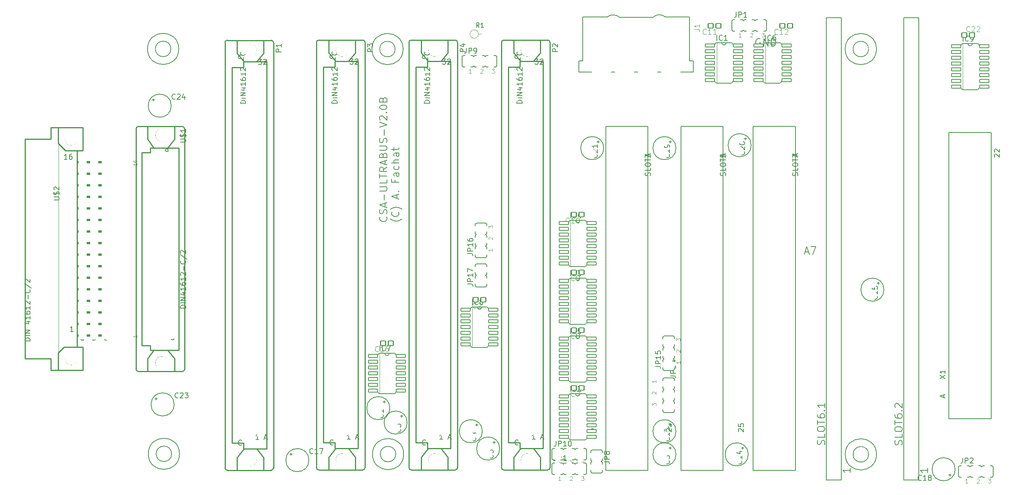
<source format=gto>
%TF.GenerationSoftware,KiCad,Pcbnew,8.0.3*%
%TF.CreationDate,2024-06-16T17:33:32+02:00*%
%TF.ProjectId,csa_ultrabus_v2,6373615f-756c-4747-9261-6275735f7632,rev?*%
%TF.SameCoordinates,Original*%
%TF.FileFunction,Legend,Top*%
%TF.FilePolarity,Positive*%
%FSLAX46Y46*%
G04 Gerber Fmt 4.6, Leading zero omitted, Abs format (unit mm)*
G04 Created by KiCad (PCBNEW 8.0.3) date 2024-06-16 17:33:32*
%MOMM*%
%LPD*%
G01*
G04 APERTURE LIST*
G04 Aperture macros list*
%AMRoundRect*
0 Rectangle with rounded corners*
0 $1 Rounding radius*
0 $2 $3 $4 $5 $6 $7 $8 $9 X,Y pos of 4 corners*
0 Add a 4 corners polygon primitive as box body*
4,1,4,$2,$3,$4,$5,$6,$7,$8,$9,$2,$3,0*
0 Add four circle primitives for the rounded corners*
1,1,$1+$1,$2,$3*
1,1,$1+$1,$4,$5*
1,1,$1+$1,$6,$7*
1,1,$1+$1,$8,$9*
0 Add four rect primitives between the rounded corners*
20,1,$1+$1,$2,$3,$4,$5,0*
20,1,$1+$1,$4,$5,$6,$7,0*
20,1,$1+$1,$6,$7,$8,$9,0*
20,1,$1+$1,$8,$9,$2,$3,0*%
%AMFreePoly0*
4,1,25,0.391131,0.882296,0.403254,0.871942,0.871942,0.403254,0.900449,0.347306,0.901700,0.331412,0.901700,-0.331412,0.882296,-0.391131,0.871942,-0.403254,0.403254,-0.871942,0.347306,-0.900449,0.331412,-0.901700,-0.331412,-0.901700,-0.391131,-0.882296,-0.403254,-0.871942,-0.871942,-0.403254,-0.900449,-0.347306,-0.901700,-0.331412,-0.901700,0.331412,-0.882296,0.391131,-0.871942,0.403254,
-0.403254,0.871942,-0.347306,0.900449,-0.331412,0.901700,0.331412,0.901700,0.391131,0.882296,0.391131,0.882296,$1*%
%AMFreePoly1*
4,1,25,0.354308,0.793396,0.366431,0.783042,0.783042,0.366431,0.811549,0.310483,0.812800,0.294589,0.812800,-0.294589,0.793396,-0.354308,0.783042,-0.366431,0.366431,-0.783042,0.310483,-0.811549,0.294589,-0.812800,-0.294589,-0.812800,-0.354308,-0.793396,-0.366431,-0.783042,-0.783042,-0.366431,-0.811549,-0.310483,-0.812800,-0.294589,-0.812800,0.294589,-0.793396,0.354308,-0.783042,0.366431,
-0.366431,0.783042,-0.310483,0.811549,-0.294589,0.812800,0.294589,0.812800,0.354308,0.793396,0.354308,0.793396,$1*%
%AMFreePoly2*
4,1,25,0.372036,0.836196,0.384159,0.825842,0.825842,0.384159,0.854349,0.328211,0.855600,0.312317,0.855600,-0.312317,0.836196,-0.372036,0.825842,-0.384159,0.384159,-0.825842,0.328211,-0.854349,0.312317,-0.855600,-0.312317,-0.855600,-0.372036,-0.836196,-0.384159,-0.825842,-0.825842,-0.384159,-0.854349,-0.328211,-0.855600,-0.312317,-0.855600,0.312317,-0.836196,0.372036,-0.825842,0.384159,
-0.384159,0.825842,-0.328211,0.854349,-0.312317,0.855600,0.312317,0.855600,0.372036,0.836196,0.372036,0.836196,$1*%
%AMFreePoly3*
4,1,25,0.333266,0.742596,0.345389,0.732242,0.732242,0.345389,0.760749,0.289441,0.762000,0.273547,0.762000,-0.273547,0.742596,-0.333266,0.732242,-0.345389,0.345389,-0.732242,0.289441,-0.760749,0.273547,-0.762000,-0.273547,-0.762000,-0.333266,-0.742596,-0.345389,-0.732242,-0.732242,-0.345389,-0.760749,-0.289441,-0.762000,-0.273547,-0.762000,0.273547,-0.742596,0.333266,-0.732242,0.345389,
-0.345389,0.732242,-0.289441,0.760749,-0.273547,0.762000,0.273547,0.762000,0.333266,0.742596,0.333266,0.742596,$1*%
%AMFreePoly4*
4,1,25,0.375350,0.844196,0.387473,0.833842,0.833842,0.387473,0.862349,0.331525,0.863600,0.315631,0.863600,-0.315631,0.844196,-0.375350,0.833842,-0.387473,0.387473,-0.833842,0.331525,-0.862349,0.315631,-0.863600,-0.315631,-0.863600,-0.375350,-0.844196,-0.387473,-0.833842,-0.833842,-0.387473,-0.862349,-0.331525,-0.863600,-0.315631,-0.863600,0.315631,-0.844196,0.375350,-0.833842,0.387473,
-0.387473,0.833842,-0.331525,0.862349,-0.315631,0.863600,0.315631,0.863600,0.375350,0.844196,0.375350,0.844196,$1*%
G04 Aperture macros list end*
%ADD10C,0.142240*%
%ADD11C,0.127000*%
%ADD12C,0.101600*%
%ADD13C,0.118872*%
%ADD14C,0.150000*%
%ADD15C,0.081280*%
%ADD16C,0.050800*%
%ADD17C,0.152400*%
%ADD18C,0.254000*%
%ADD19C,0.203200*%
%ADD20C,0.000000*%
%ADD21C,0.120000*%
%ADD22RoundRect,0.101600X-1.016000X0.330200X-1.016000X-0.330200X1.016000X-0.330200X1.016000X0.330200X0*%
%ADD23C,1.803400*%
%ADD24FreePoly0,270.000000*%
%ADD25O,3.048000X1.625600*%
%ADD26C,2.794000*%
%ADD27FreePoly1,180.000000*%
%ADD28RoundRect,0.101600X0.550000X0.500000X-0.550000X0.500000X-0.550000X-0.500000X0.550000X-0.500000X0*%
%ADD29O,1.625600X3.048000*%
%ADD30C,3.200000*%
%ADD31FreePoly0,0.000000*%
%ADD32FreePoly0,180.000000*%
%ADD33FreePoly2,270.000000*%
%ADD34C,1.711200*%
%ADD35O,2.844800X1.524000*%
%ADD36FreePoly3,180.000000*%
%ADD37FreePoly4,180.000000*%
%ADD38FreePoly2,90.000000*%
%ADD39RoundRect,0.101600X-0.550000X-0.500000X0.550000X-0.500000X0.550000X0.500000X-0.550000X0.500000X0*%
%ADD40C,1.400000*%
%ADD41O,1.400000X1.400000*%
%ADD42C,2.500000*%
%ADD43C,4.000000*%
%ADD44C,4.203200*%
G04 APERTURE END LIST*
D10*
X190837721Y-57472162D02*
X190681934Y-57394269D01*
X190681934Y-57394269D02*
X190448254Y-57394269D01*
X190448254Y-57394269D02*
X190214574Y-57472162D01*
X190214574Y-57472162D02*
X190058788Y-57627949D01*
X190058788Y-57627949D02*
X189980894Y-57783736D01*
X189980894Y-57783736D02*
X189903001Y-58095309D01*
X189903001Y-58095309D02*
X189903001Y-58328989D01*
X189903001Y-58328989D02*
X189980894Y-58640562D01*
X189980894Y-58640562D02*
X190058788Y-58796349D01*
X190058788Y-58796349D02*
X190214574Y-58952136D01*
X190214574Y-58952136D02*
X190448254Y-59030029D01*
X190448254Y-59030029D02*
X190604041Y-59030029D01*
X190604041Y-59030029D02*
X190837721Y-58952136D01*
X190837721Y-58952136D02*
X190915614Y-58874242D01*
X190915614Y-58874242D02*
X190915614Y-58328989D01*
X190915614Y-58328989D02*
X190604041Y-58328989D01*
X191616654Y-59030029D02*
X191616654Y-57394269D01*
X191616654Y-57394269D02*
X192551374Y-59030029D01*
X192551374Y-59030029D02*
X192551374Y-57394269D01*
X193330307Y-59030029D02*
X193330307Y-57394269D01*
X193330307Y-57394269D02*
X193719774Y-57394269D01*
X193719774Y-57394269D02*
X193953454Y-57472162D01*
X193953454Y-57472162D02*
X194109241Y-57627949D01*
X194109241Y-57627949D02*
X194187134Y-57783736D01*
X194187134Y-57783736D02*
X194265027Y-58095309D01*
X194265027Y-58095309D02*
X194265027Y-58328989D01*
X194265027Y-58328989D02*
X194187134Y-58640562D01*
X194187134Y-58640562D02*
X194109241Y-58796349D01*
X194109241Y-58796349D02*
X193953454Y-58952136D01*
X193953454Y-58952136D02*
X193719774Y-59030029D01*
X193719774Y-59030029D02*
X193330307Y-59030029D01*
X108713498Y-96554847D02*
X108791392Y-96632740D01*
X108791392Y-96632740D02*
X108869285Y-96866420D01*
X108869285Y-96866420D02*
X108869285Y-97022207D01*
X108869285Y-97022207D02*
X108791392Y-97255887D01*
X108791392Y-97255887D02*
X108635605Y-97411674D01*
X108635605Y-97411674D02*
X108479818Y-97489567D01*
X108479818Y-97489567D02*
X108168245Y-97567460D01*
X108168245Y-97567460D02*
X107934565Y-97567460D01*
X107934565Y-97567460D02*
X107622992Y-97489567D01*
X107622992Y-97489567D02*
X107467205Y-97411674D01*
X107467205Y-97411674D02*
X107311418Y-97255887D01*
X107311418Y-97255887D02*
X107233525Y-97022207D01*
X107233525Y-97022207D02*
X107233525Y-96866420D01*
X107233525Y-96866420D02*
X107311418Y-96632740D01*
X107311418Y-96632740D02*
X107389312Y-96554847D01*
X108791392Y-95931700D02*
X108869285Y-95698020D01*
X108869285Y-95698020D02*
X108869285Y-95308554D01*
X108869285Y-95308554D02*
X108791392Y-95152767D01*
X108791392Y-95152767D02*
X108713498Y-95074874D01*
X108713498Y-95074874D02*
X108557712Y-94996980D01*
X108557712Y-94996980D02*
X108401925Y-94996980D01*
X108401925Y-94996980D02*
X108246138Y-95074874D01*
X108246138Y-95074874D02*
X108168245Y-95152767D01*
X108168245Y-95152767D02*
X108090352Y-95308554D01*
X108090352Y-95308554D02*
X108012458Y-95620127D01*
X108012458Y-95620127D02*
X107934565Y-95775914D01*
X107934565Y-95775914D02*
X107856672Y-95853807D01*
X107856672Y-95853807D02*
X107700885Y-95931700D01*
X107700885Y-95931700D02*
X107545098Y-95931700D01*
X107545098Y-95931700D02*
X107389312Y-95853807D01*
X107389312Y-95853807D02*
X107311418Y-95775914D01*
X107311418Y-95775914D02*
X107233525Y-95620127D01*
X107233525Y-95620127D02*
X107233525Y-95230660D01*
X107233525Y-95230660D02*
X107311418Y-94996980D01*
X108401925Y-94373833D02*
X108401925Y-93594900D01*
X108869285Y-94529620D02*
X107233525Y-93984367D01*
X107233525Y-93984367D02*
X108869285Y-93439113D01*
X108246138Y-92893860D02*
X108246138Y-91647567D01*
X107233525Y-90868633D02*
X108557712Y-90868633D01*
X108557712Y-90868633D02*
X108713498Y-90790740D01*
X108713498Y-90790740D02*
X108791392Y-90712846D01*
X108791392Y-90712846D02*
X108869285Y-90557060D01*
X108869285Y-90557060D02*
X108869285Y-90245486D01*
X108869285Y-90245486D02*
X108791392Y-90089700D01*
X108791392Y-90089700D02*
X108713498Y-90011806D01*
X108713498Y-90011806D02*
X108557712Y-89933913D01*
X108557712Y-89933913D02*
X107233525Y-89933913D01*
X108869285Y-88376047D02*
X108869285Y-89154980D01*
X108869285Y-89154980D02*
X107233525Y-89154980D01*
X107233525Y-88064473D02*
X107233525Y-87129753D01*
X108869285Y-87597113D02*
X107233525Y-87597113D01*
X108869285Y-85649780D02*
X108090352Y-86195033D01*
X108869285Y-86584500D02*
X107233525Y-86584500D01*
X107233525Y-86584500D02*
X107233525Y-85961353D01*
X107233525Y-85961353D02*
X107311418Y-85805567D01*
X107311418Y-85805567D02*
X107389312Y-85727673D01*
X107389312Y-85727673D02*
X107545098Y-85649780D01*
X107545098Y-85649780D02*
X107778778Y-85649780D01*
X107778778Y-85649780D02*
X107934565Y-85727673D01*
X107934565Y-85727673D02*
X108012458Y-85805567D01*
X108012458Y-85805567D02*
X108090352Y-85961353D01*
X108090352Y-85961353D02*
X108090352Y-86584500D01*
X108401925Y-85026633D02*
X108401925Y-84247700D01*
X108869285Y-85182420D02*
X107233525Y-84637167D01*
X107233525Y-84637167D02*
X108869285Y-84091913D01*
X108012458Y-83001407D02*
X108090352Y-82767727D01*
X108090352Y-82767727D02*
X108168245Y-82689833D01*
X108168245Y-82689833D02*
X108324032Y-82611940D01*
X108324032Y-82611940D02*
X108557712Y-82611940D01*
X108557712Y-82611940D02*
X108713498Y-82689833D01*
X108713498Y-82689833D02*
X108791392Y-82767727D01*
X108791392Y-82767727D02*
X108869285Y-82923513D01*
X108869285Y-82923513D02*
X108869285Y-83546660D01*
X108869285Y-83546660D02*
X107233525Y-83546660D01*
X107233525Y-83546660D02*
X107233525Y-83001407D01*
X107233525Y-83001407D02*
X107311418Y-82845620D01*
X107311418Y-82845620D02*
X107389312Y-82767727D01*
X107389312Y-82767727D02*
X107545098Y-82689833D01*
X107545098Y-82689833D02*
X107700885Y-82689833D01*
X107700885Y-82689833D02*
X107856672Y-82767727D01*
X107856672Y-82767727D02*
X107934565Y-82845620D01*
X107934565Y-82845620D02*
X108012458Y-83001407D01*
X108012458Y-83001407D02*
X108012458Y-83546660D01*
X107233525Y-81910900D02*
X108557712Y-81910900D01*
X108557712Y-81910900D02*
X108713498Y-81833007D01*
X108713498Y-81833007D02*
X108791392Y-81755113D01*
X108791392Y-81755113D02*
X108869285Y-81599327D01*
X108869285Y-81599327D02*
X108869285Y-81287753D01*
X108869285Y-81287753D02*
X108791392Y-81131967D01*
X108791392Y-81131967D02*
X108713498Y-81054073D01*
X108713498Y-81054073D02*
X108557712Y-80976180D01*
X108557712Y-80976180D02*
X107233525Y-80976180D01*
X108791392Y-80275140D02*
X108869285Y-80041460D01*
X108869285Y-80041460D02*
X108869285Y-79651994D01*
X108869285Y-79651994D02*
X108791392Y-79496207D01*
X108791392Y-79496207D02*
X108713498Y-79418314D01*
X108713498Y-79418314D02*
X108557712Y-79340420D01*
X108557712Y-79340420D02*
X108401925Y-79340420D01*
X108401925Y-79340420D02*
X108246138Y-79418314D01*
X108246138Y-79418314D02*
X108168245Y-79496207D01*
X108168245Y-79496207D02*
X108090352Y-79651994D01*
X108090352Y-79651994D02*
X108012458Y-79963567D01*
X108012458Y-79963567D02*
X107934565Y-80119354D01*
X107934565Y-80119354D02*
X107856672Y-80197247D01*
X107856672Y-80197247D02*
X107700885Y-80275140D01*
X107700885Y-80275140D02*
X107545098Y-80275140D01*
X107545098Y-80275140D02*
X107389312Y-80197247D01*
X107389312Y-80197247D02*
X107311418Y-80119354D01*
X107311418Y-80119354D02*
X107233525Y-79963567D01*
X107233525Y-79963567D02*
X107233525Y-79574100D01*
X107233525Y-79574100D02*
X107311418Y-79340420D01*
X108246138Y-78639380D02*
X108246138Y-77393087D01*
X107233525Y-76847833D02*
X108869285Y-76302580D01*
X108869285Y-76302580D02*
X107233525Y-75757326D01*
X107389312Y-75289966D02*
X107311418Y-75212073D01*
X107311418Y-75212073D02*
X107233525Y-75056286D01*
X107233525Y-75056286D02*
X107233525Y-74666820D01*
X107233525Y-74666820D02*
X107311418Y-74511033D01*
X107311418Y-74511033D02*
X107389312Y-74433140D01*
X107389312Y-74433140D02*
X107545098Y-74355246D01*
X107545098Y-74355246D02*
X107700885Y-74355246D01*
X107700885Y-74355246D02*
X107934565Y-74433140D01*
X107934565Y-74433140D02*
X108869285Y-75367860D01*
X108869285Y-75367860D02*
X108869285Y-74355246D01*
X108713498Y-73654206D02*
X108791392Y-73576313D01*
X108791392Y-73576313D02*
X108869285Y-73654206D01*
X108869285Y-73654206D02*
X108791392Y-73732099D01*
X108791392Y-73732099D02*
X108713498Y-73654206D01*
X108713498Y-73654206D02*
X108869285Y-73654206D01*
X107233525Y-72563700D02*
X107233525Y-72407913D01*
X107233525Y-72407913D02*
X107311418Y-72252126D01*
X107311418Y-72252126D02*
X107389312Y-72174233D01*
X107389312Y-72174233D02*
X107545098Y-72096340D01*
X107545098Y-72096340D02*
X107856672Y-72018446D01*
X107856672Y-72018446D02*
X108246138Y-72018446D01*
X108246138Y-72018446D02*
X108557712Y-72096340D01*
X108557712Y-72096340D02*
X108713498Y-72174233D01*
X108713498Y-72174233D02*
X108791392Y-72252126D01*
X108791392Y-72252126D02*
X108869285Y-72407913D01*
X108869285Y-72407913D02*
X108869285Y-72563700D01*
X108869285Y-72563700D02*
X108791392Y-72719486D01*
X108791392Y-72719486D02*
X108713498Y-72797380D01*
X108713498Y-72797380D02*
X108557712Y-72875273D01*
X108557712Y-72875273D02*
X108246138Y-72953166D01*
X108246138Y-72953166D02*
X107856672Y-72953166D01*
X107856672Y-72953166D02*
X107545098Y-72875273D01*
X107545098Y-72875273D02*
X107389312Y-72797380D01*
X107389312Y-72797380D02*
X107311418Y-72719486D01*
X107311418Y-72719486D02*
X107233525Y-72563700D01*
X108012458Y-70772153D02*
X108090352Y-70538473D01*
X108090352Y-70538473D02*
X108168245Y-70460579D01*
X108168245Y-70460579D02*
X108324032Y-70382686D01*
X108324032Y-70382686D02*
X108557712Y-70382686D01*
X108557712Y-70382686D02*
X108713498Y-70460579D01*
X108713498Y-70460579D02*
X108791392Y-70538473D01*
X108791392Y-70538473D02*
X108869285Y-70694259D01*
X108869285Y-70694259D02*
X108869285Y-71317406D01*
X108869285Y-71317406D02*
X107233525Y-71317406D01*
X107233525Y-71317406D02*
X107233525Y-70772153D01*
X107233525Y-70772153D02*
X107311418Y-70616366D01*
X107311418Y-70616366D02*
X107389312Y-70538473D01*
X107389312Y-70538473D02*
X107545098Y-70460579D01*
X107545098Y-70460579D02*
X107700885Y-70460579D01*
X107700885Y-70460579D02*
X107856672Y-70538473D01*
X107856672Y-70538473D02*
X107934565Y-70616366D01*
X107934565Y-70616366D02*
X108012458Y-70772153D01*
X108012458Y-70772153D02*
X108012458Y-71317406D01*
X112125914Y-97022207D02*
X112048020Y-97100100D01*
X112048020Y-97100100D02*
X111814340Y-97255887D01*
X111814340Y-97255887D02*
X111658554Y-97333780D01*
X111658554Y-97333780D02*
X111424874Y-97411674D01*
X111424874Y-97411674D02*
X111035407Y-97489567D01*
X111035407Y-97489567D02*
X110723834Y-97489567D01*
X110723834Y-97489567D02*
X110334367Y-97411674D01*
X110334367Y-97411674D02*
X110100687Y-97333780D01*
X110100687Y-97333780D02*
X109944900Y-97255887D01*
X109944900Y-97255887D02*
X109711220Y-97100100D01*
X109711220Y-97100100D02*
X109633327Y-97022207D01*
X111346980Y-95464340D02*
X111424874Y-95542233D01*
X111424874Y-95542233D02*
X111502767Y-95775913D01*
X111502767Y-95775913D02*
X111502767Y-95931700D01*
X111502767Y-95931700D02*
X111424874Y-96165380D01*
X111424874Y-96165380D02*
X111269087Y-96321167D01*
X111269087Y-96321167D02*
X111113300Y-96399060D01*
X111113300Y-96399060D02*
X110801727Y-96476953D01*
X110801727Y-96476953D02*
X110568047Y-96476953D01*
X110568047Y-96476953D02*
X110256474Y-96399060D01*
X110256474Y-96399060D02*
X110100687Y-96321167D01*
X110100687Y-96321167D02*
X109944900Y-96165380D01*
X109944900Y-96165380D02*
X109867007Y-95931700D01*
X109867007Y-95931700D02*
X109867007Y-95775913D01*
X109867007Y-95775913D02*
X109944900Y-95542233D01*
X109944900Y-95542233D02*
X110022794Y-95464340D01*
X112125914Y-94919087D02*
X112048020Y-94841193D01*
X112048020Y-94841193D02*
X111814340Y-94685407D01*
X111814340Y-94685407D02*
X111658554Y-94607513D01*
X111658554Y-94607513D02*
X111424874Y-94529620D01*
X111424874Y-94529620D02*
X111035407Y-94451727D01*
X111035407Y-94451727D02*
X110723834Y-94451727D01*
X110723834Y-94451727D02*
X110334367Y-94529620D01*
X110334367Y-94529620D02*
X110100687Y-94607513D01*
X110100687Y-94607513D02*
X109944900Y-94685407D01*
X109944900Y-94685407D02*
X109711220Y-94841193D01*
X109711220Y-94841193D02*
X109633327Y-94919087D01*
X111035407Y-92504393D02*
X111035407Y-91725460D01*
X111502767Y-92660180D02*
X109867007Y-92114927D01*
X109867007Y-92114927D02*
X111502767Y-91569673D01*
X111346980Y-91024420D02*
X111424874Y-90946527D01*
X111424874Y-90946527D02*
X111502767Y-91024420D01*
X111502767Y-91024420D02*
X111424874Y-91102313D01*
X111424874Y-91102313D02*
X111346980Y-91024420D01*
X111346980Y-91024420D02*
X111502767Y-91024420D01*
X110645940Y-88453941D02*
X110645940Y-88999194D01*
X111502767Y-88999194D02*
X109867007Y-88999194D01*
X109867007Y-88999194D02*
X109867007Y-88220261D01*
X111502767Y-86896074D02*
X110645940Y-86896074D01*
X110645940Y-86896074D02*
X110490154Y-86973967D01*
X110490154Y-86973967D02*
X110412260Y-87129754D01*
X110412260Y-87129754D02*
X110412260Y-87441327D01*
X110412260Y-87441327D02*
X110490154Y-87597114D01*
X111424874Y-86896074D02*
X111502767Y-87051861D01*
X111502767Y-87051861D02*
X111502767Y-87441327D01*
X111502767Y-87441327D02*
X111424874Y-87597114D01*
X111424874Y-87597114D02*
X111269087Y-87675007D01*
X111269087Y-87675007D02*
X111113300Y-87675007D01*
X111113300Y-87675007D02*
X110957514Y-87597114D01*
X110957514Y-87597114D02*
X110879620Y-87441327D01*
X110879620Y-87441327D02*
X110879620Y-87051861D01*
X110879620Y-87051861D02*
X110801727Y-86896074D01*
X111424874Y-85416101D02*
X111502767Y-85571888D01*
X111502767Y-85571888D02*
X111502767Y-85883461D01*
X111502767Y-85883461D02*
X111424874Y-86039248D01*
X111424874Y-86039248D02*
X111346980Y-86117141D01*
X111346980Y-86117141D02*
X111191194Y-86195034D01*
X111191194Y-86195034D02*
X110723834Y-86195034D01*
X110723834Y-86195034D02*
X110568047Y-86117141D01*
X110568047Y-86117141D02*
X110490154Y-86039248D01*
X110490154Y-86039248D02*
X110412260Y-85883461D01*
X110412260Y-85883461D02*
X110412260Y-85571888D01*
X110412260Y-85571888D02*
X110490154Y-85416101D01*
X111502767Y-84715061D02*
X109867007Y-84715061D01*
X111502767Y-84014021D02*
X110645940Y-84014021D01*
X110645940Y-84014021D02*
X110490154Y-84091914D01*
X110490154Y-84091914D02*
X110412260Y-84247701D01*
X110412260Y-84247701D02*
X110412260Y-84481381D01*
X110412260Y-84481381D02*
X110490154Y-84637168D01*
X110490154Y-84637168D02*
X110568047Y-84715061D01*
X111502767Y-82534048D02*
X110645940Y-82534048D01*
X110645940Y-82534048D02*
X110490154Y-82611941D01*
X110490154Y-82611941D02*
X110412260Y-82767728D01*
X110412260Y-82767728D02*
X110412260Y-83079301D01*
X110412260Y-83079301D02*
X110490154Y-83235088D01*
X111424874Y-82534048D02*
X111502767Y-82689835D01*
X111502767Y-82689835D02*
X111502767Y-83079301D01*
X111502767Y-83079301D02*
X111424874Y-83235088D01*
X111424874Y-83235088D02*
X111269087Y-83312981D01*
X111269087Y-83312981D02*
X111113300Y-83312981D01*
X111113300Y-83312981D02*
X110957514Y-83235088D01*
X110957514Y-83235088D02*
X110879620Y-83079301D01*
X110879620Y-83079301D02*
X110879620Y-82689835D01*
X110879620Y-82689835D02*
X110801727Y-82534048D01*
X110412260Y-81988795D02*
X110412260Y-81365648D01*
X109867007Y-81755115D02*
X111269087Y-81755115D01*
X111269087Y-81755115D02*
X111424874Y-81677222D01*
X111424874Y-81677222D02*
X111502767Y-81521435D01*
X111502767Y-81521435D02*
X111502767Y-81365648D01*
X200698001Y-104282669D02*
X201476934Y-104282669D01*
X200542214Y-104750029D02*
X201087468Y-103114269D01*
X201087468Y-103114269D02*
X201632721Y-104750029D01*
X202022188Y-103114269D02*
X203112694Y-103114269D01*
X203112694Y-103114269D02*
X202411654Y-104750029D01*
D11*
X149213544Y-122210126D02*
X149213544Y-121067126D01*
X150410973Y-122101269D02*
X150356545Y-122155698D01*
X150356545Y-122155698D02*
X150193259Y-122210126D01*
X150193259Y-122210126D02*
X150084402Y-122210126D01*
X150084402Y-122210126D02*
X149921116Y-122155698D01*
X149921116Y-122155698D02*
X149812259Y-122046840D01*
X149812259Y-122046840D02*
X149757830Y-121937983D01*
X149757830Y-121937983D02*
X149703402Y-121720269D01*
X149703402Y-121720269D02*
X149703402Y-121556983D01*
X149703402Y-121556983D02*
X149757830Y-121339269D01*
X149757830Y-121339269D02*
X149812259Y-121230412D01*
X149812259Y-121230412D02*
X149921116Y-121121555D01*
X149921116Y-121121555D02*
X150084402Y-121067126D01*
X150084402Y-121067126D02*
X150193259Y-121067126D01*
X150193259Y-121067126D02*
X150356545Y-121121555D01*
X150356545Y-121121555D02*
X150410973Y-121175983D01*
X151445116Y-121067126D02*
X150900830Y-121067126D01*
X150900830Y-121067126D02*
X150846402Y-121611412D01*
X150846402Y-121611412D02*
X150900830Y-121556983D01*
X150900830Y-121556983D02*
X151009688Y-121502555D01*
X151009688Y-121502555D02*
X151281830Y-121502555D01*
X151281830Y-121502555D02*
X151390688Y-121556983D01*
X151390688Y-121556983D02*
X151445116Y-121611412D01*
X151445116Y-121611412D02*
X151499545Y-121720269D01*
X151499545Y-121720269D02*
X151499545Y-121992412D01*
X151499545Y-121992412D02*
X151445116Y-122101269D01*
X151445116Y-122101269D02*
X151390688Y-122155698D01*
X151390688Y-122155698D02*
X151281830Y-122210126D01*
X151281830Y-122210126D02*
X151009688Y-122210126D01*
X151009688Y-122210126D02*
X150900830Y-122155698D01*
X150900830Y-122155698D02*
X150846402Y-122101269D01*
X128282507Y-145096774D02*
X128336936Y-145151202D01*
X128336936Y-145151202D02*
X128391364Y-145314488D01*
X128391364Y-145314488D02*
X128391364Y-145423345D01*
X128391364Y-145423345D02*
X128336936Y-145586631D01*
X128336936Y-145586631D02*
X128228078Y-145695488D01*
X128228078Y-145695488D02*
X128119221Y-145749917D01*
X128119221Y-145749917D02*
X127901507Y-145804345D01*
X127901507Y-145804345D02*
X127738221Y-145804345D01*
X127738221Y-145804345D02*
X127520507Y-145749917D01*
X127520507Y-145749917D02*
X127411650Y-145695488D01*
X127411650Y-145695488D02*
X127302793Y-145586631D01*
X127302793Y-145586631D02*
X127248364Y-145423345D01*
X127248364Y-145423345D02*
X127248364Y-145314488D01*
X127248364Y-145314488D02*
X127302793Y-145151202D01*
X127302793Y-145151202D02*
X127357221Y-145096774D01*
X127629364Y-144117060D02*
X128391364Y-144117060D01*
X127193936Y-144389202D02*
X128010364Y-144661345D01*
X128010364Y-144661345D02*
X128010364Y-143953774D01*
X186702507Y-150176774D02*
X186756936Y-150231202D01*
X186756936Y-150231202D02*
X186811364Y-150394488D01*
X186811364Y-150394488D02*
X186811364Y-150503345D01*
X186811364Y-150503345D02*
X186756936Y-150666631D01*
X186756936Y-150666631D02*
X186648078Y-150775488D01*
X186648078Y-150775488D02*
X186539221Y-150829917D01*
X186539221Y-150829917D02*
X186321507Y-150884345D01*
X186321507Y-150884345D02*
X186158221Y-150884345D01*
X186158221Y-150884345D02*
X185940507Y-150829917D01*
X185940507Y-150829917D02*
X185831650Y-150775488D01*
X185831650Y-150775488D02*
X185722793Y-150666631D01*
X185722793Y-150666631D02*
X185668364Y-150503345D01*
X185668364Y-150503345D02*
X185668364Y-150394488D01*
X185668364Y-150394488D02*
X185722793Y-150231202D01*
X185722793Y-150231202D02*
X185777221Y-150176774D01*
X186811364Y-149088202D02*
X186811364Y-149741345D01*
X186811364Y-149414774D02*
X185668364Y-149414774D01*
X185668364Y-149414774D02*
X185831650Y-149523631D01*
X185831650Y-149523631D02*
X185940507Y-149632488D01*
X185940507Y-149632488D02*
X185994936Y-149741345D01*
X186049364Y-148108489D02*
X186811364Y-148108489D01*
X185613936Y-148380631D02*
X186430364Y-148652774D01*
X186430364Y-148652774D02*
X186430364Y-147945203D01*
X156589174Y-150407377D02*
X157405603Y-150407377D01*
X157405603Y-150407377D02*
X157568888Y-150461806D01*
X157568888Y-150461806D02*
X157677746Y-150570663D01*
X157677746Y-150570663D02*
X157732174Y-150733949D01*
X157732174Y-150733949D02*
X157732174Y-150842806D01*
X157732174Y-149863092D02*
X156589174Y-149863092D01*
X156589174Y-149863092D02*
X156589174Y-149427663D01*
X156589174Y-149427663D02*
X156643603Y-149318806D01*
X156643603Y-149318806D02*
X156698031Y-149264377D01*
X156698031Y-149264377D02*
X156806888Y-149209949D01*
X156806888Y-149209949D02*
X156970174Y-149209949D01*
X156970174Y-149209949D02*
X157079031Y-149264377D01*
X157079031Y-149264377D02*
X157133460Y-149318806D01*
X157133460Y-149318806D02*
X157187888Y-149427663D01*
X157187888Y-149427663D02*
X157187888Y-149863092D01*
X157079031Y-148556806D02*
X157024603Y-148665663D01*
X157024603Y-148665663D02*
X156970174Y-148720092D01*
X156970174Y-148720092D02*
X156861317Y-148774520D01*
X156861317Y-148774520D02*
X156806888Y-148774520D01*
X156806888Y-148774520D02*
X156698031Y-148720092D01*
X156698031Y-148720092D02*
X156643603Y-148665663D01*
X156643603Y-148665663D02*
X156589174Y-148556806D01*
X156589174Y-148556806D02*
X156589174Y-148339092D01*
X156589174Y-148339092D02*
X156643603Y-148230235D01*
X156643603Y-148230235D02*
X156698031Y-148175806D01*
X156698031Y-148175806D02*
X156806888Y-148121377D01*
X156806888Y-148121377D02*
X156861317Y-148121377D01*
X156861317Y-148121377D02*
X156970174Y-148175806D01*
X156970174Y-148175806D02*
X157024603Y-148230235D01*
X157024603Y-148230235D02*
X157079031Y-148339092D01*
X157079031Y-148339092D02*
X157079031Y-148556806D01*
X157079031Y-148556806D02*
X157133460Y-148665663D01*
X157133460Y-148665663D02*
X157187888Y-148720092D01*
X157187888Y-148720092D02*
X157296746Y-148774520D01*
X157296746Y-148774520D02*
X157514460Y-148774520D01*
X157514460Y-148774520D02*
X157623317Y-148720092D01*
X157623317Y-148720092D02*
X157677746Y-148665663D01*
X157677746Y-148665663D02*
X157732174Y-148556806D01*
X157732174Y-148556806D02*
X157732174Y-148339092D01*
X157732174Y-148339092D02*
X157677746Y-148230235D01*
X157677746Y-148230235D02*
X157623317Y-148175806D01*
X157623317Y-148175806D02*
X157514460Y-148121377D01*
X157514460Y-148121377D02*
X157296746Y-148121377D01*
X157296746Y-148121377D02*
X157187888Y-148175806D01*
X157187888Y-148175806D02*
X157133460Y-148230235D01*
X157133460Y-148230235D02*
X157079031Y-148339092D01*
X146365674Y-60264592D02*
X145222674Y-60264592D01*
X145222674Y-60264592D02*
X145222674Y-59829163D01*
X145222674Y-59829163D02*
X145277103Y-59720306D01*
X145277103Y-59720306D02*
X145331531Y-59665877D01*
X145331531Y-59665877D02*
X145440388Y-59611449D01*
X145440388Y-59611449D02*
X145603674Y-59611449D01*
X145603674Y-59611449D02*
X145712531Y-59665877D01*
X145712531Y-59665877D02*
X145766960Y-59720306D01*
X145766960Y-59720306D02*
X145821388Y-59829163D01*
X145821388Y-59829163D02*
X145821388Y-60264592D01*
X145331531Y-59176020D02*
X145277103Y-59121592D01*
X145277103Y-59121592D02*
X145222674Y-59012735D01*
X145222674Y-59012735D02*
X145222674Y-58740592D01*
X145222674Y-58740592D02*
X145277103Y-58631735D01*
X145277103Y-58631735D02*
X145331531Y-58577306D01*
X145331531Y-58577306D02*
X145440388Y-58522877D01*
X145440388Y-58522877D02*
X145549246Y-58522877D01*
X145549246Y-58522877D02*
X145712531Y-58577306D01*
X145712531Y-58577306D02*
X146365674Y-59230449D01*
X146365674Y-59230449D02*
X146365674Y-58522877D01*
X137674687Y-146612269D02*
X137620259Y-146666698D01*
X137620259Y-146666698D02*
X137456973Y-146721126D01*
X137456973Y-146721126D02*
X137348116Y-146721126D01*
X137348116Y-146721126D02*
X137184830Y-146666698D01*
X137184830Y-146666698D02*
X137075973Y-146557840D01*
X137075973Y-146557840D02*
X137021544Y-146448983D01*
X137021544Y-146448983D02*
X136967116Y-146231269D01*
X136967116Y-146231269D02*
X136967116Y-146067983D01*
X136967116Y-146067983D02*
X137021544Y-145850269D01*
X137021544Y-145850269D02*
X137075973Y-145741412D01*
X137075973Y-145741412D02*
X137184830Y-145632555D01*
X137184830Y-145632555D02*
X137348116Y-145578126D01*
X137348116Y-145578126D02*
X137456973Y-145578126D01*
X137456973Y-145578126D02*
X137620259Y-145632555D01*
X137620259Y-145632555D02*
X137674687Y-145686983D01*
X143226402Y-63028126D02*
X143226402Y-62429412D01*
X143226402Y-62429412D02*
X143171973Y-62320555D01*
X143171973Y-62320555D02*
X143063116Y-62266126D01*
X143063116Y-62266126D02*
X142845402Y-62266126D01*
X142845402Y-62266126D02*
X142736544Y-62320555D01*
X143226402Y-62973698D02*
X143117544Y-63028126D01*
X143117544Y-63028126D02*
X142845402Y-63028126D01*
X142845402Y-63028126D02*
X142736544Y-62973698D01*
X142736544Y-62973698D02*
X142682116Y-62864840D01*
X142682116Y-62864840D02*
X142682116Y-62755983D01*
X142682116Y-62755983D02*
X142736544Y-62647126D01*
X142736544Y-62647126D02*
X142845402Y-62592698D01*
X142845402Y-62592698D02*
X143117544Y-62592698D01*
X143117544Y-62592698D02*
X143226402Y-62538269D01*
X138551364Y-71581917D02*
X137408364Y-71581917D01*
X137408364Y-71581917D02*
X137408364Y-71309774D01*
X137408364Y-71309774D02*
X137462793Y-71146488D01*
X137462793Y-71146488D02*
X137571650Y-71037631D01*
X137571650Y-71037631D02*
X137680507Y-70983202D01*
X137680507Y-70983202D02*
X137898221Y-70928774D01*
X137898221Y-70928774D02*
X138061507Y-70928774D01*
X138061507Y-70928774D02*
X138279221Y-70983202D01*
X138279221Y-70983202D02*
X138388078Y-71037631D01*
X138388078Y-71037631D02*
X138496936Y-71146488D01*
X138496936Y-71146488D02*
X138551364Y-71309774D01*
X138551364Y-71309774D02*
X138551364Y-71581917D01*
X138551364Y-70438917D02*
X137408364Y-70438917D01*
X138551364Y-69894631D02*
X137408364Y-69894631D01*
X137408364Y-69894631D02*
X138551364Y-69241488D01*
X138551364Y-69241488D02*
X137408364Y-69241488D01*
X137789364Y-68207345D02*
X138551364Y-68207345D01*
X137353936Y-68479487D02*
X138170364Y-68751630D01*
X138170364Y-68751630D02*
X138170364Y-68044059D01*
X138551364Y-67009916D02*
X138551364Y-67663059D01*
X138551364Y-67336488D02*
X137408364Y-67336488D01*
X137408364Y-67336488D02*
X137571650Y-67445345D01*
X137571650Y-67445345D02*
X137680507Y-67554202D01*
X137680507Y-67554202D02*
X137734936Y-67663059D01*
X137408364Y-66030203D02*
X137408364Y-66247917D01*
X137408364Y-66247917D02*
X137462793Y-66356774D01*
X137462793Y-66356774D02*
X137517221Y-66411203D01*
X137517221Y-66411203D02*
X137680507Y-66520060D01*
X137680507Y-66520060D02*
X137898221Y-66574488D01*
X137898221Y-66574488D02*
X138333650Y-66574488D01*
X138333650Y-66574488D02*
X138442507Y-66520060D01*
X138442507Y-66520060D02*
X138496936Y-66465631D01*
X138496936Y-66465631D02*
X138551364Y-66356774D01*
X138551364Y-66356774D02*
X138551364Y-66139060D01*
X138551364Y-66139060D02*
X138496936Y-66030203D01*
X138496936Y-66030203D02*
X138442507Y-65975774D01*
X138442507Y-65975774D02*
X138333650Y-65921345D01*
X138333650Y-65921345D02*
X138061507Y-65921345D01*
X138061507Y-65921345D02*
X137952650Y-65975774D01*
X137952650Y-65975774D02*
X137898221Y-66030203D01*
X137898221Y-66030203D02*
X137843793Y-66139060D01*
X137843793Y-66139060D02*
X137843793Y-66356774D01*
X137843793Y-66356774D02*
X137898221Y-66465631D01*
X137898221Y-66465631D02*
X137952650Y-66520060D01*
X137952650Y-66520060D02*
X138061507Y-66574488D01*
X138551364Y-64832774D02*
X138551364Y-65485917D01*
X138551364Y-65159346D02*
X137408364Y-65159346D01*
X137408364Y-65159346D02*
X137571650Y-65268203D01*
X137571650Y-65268203D02*
X137680507Y-65377060D01*
X137680507Y-65377060D02*
X137734936Y-65485917D01*
X137517221Y-64397346D02*
X137462793Y-64342918D01*
X137462793Y-64342918D02*
X137408364Y-64234061D01*
X137408364Y-64234061D02*
X137408364Y-63961918D01*
X137408364Y-63961918D02*
X137462793Y-63853061D01*
X137462793Y-63853061D02*
X137517221Y-63798632D01*
X137517221Y-63798632D02*
X137626078Y-63744203D01*
X137626078Y-63744203D02*
X137734936Y-63744203D01*
X137734936Y-63744203D02*
X137898221Y-63798632D01*
X137898221Y-63798632D02*
X138551364Y-64451775D01*
X138551364Y-64451775D02*
X138551364Y-63744203D01*
X138115936Y-62383490D02*
X138115936Y-61512633D01*
X138442507Y-60315204D02*
X138496936Y-60369632D01*
X138496936Y-60369632D02*
X138551364Y-60532918D01*
X138551364Y-60532918D02*
X138551364Y-60641775D01*
X138551364Y-60641775D02*
X138496936Y-60805061D01*
X138496936Y-60805061D02*
X138388078Y-60913918D01*
X138388078Y-60913918D02*
X138279221Y-60968347D01*
X138279221Y-60968347D02*
X138061507Y-61022775D01*
X138061507Y-61022775D02*
X137898221Y-61022775D01*
X137898221Y-61022775D02*
X137680507Y-60968347D01*
X137680507Y-60968347D02*
X137571650Y-60913918D01*
X137571650Y-60913918D02*
X137462793Y-60805061D01*
X137462793Y-60805061D02*
X137408364Y-60641775D01*
X137408364Y-60641775D02*
X137408364Y-60532918D01*
X137408364Y-60532918D02*
X137462793Y-60369632D01*
X137462793Y-60369632D02*
X137517221Y-60315204D01*
X137511402Y-61703698D02*
X137402544Y-61758126D01*
X137402544Y-61758126D02*
X137184830Y-61758126D01*
X137184830Y-61758126D02*
X137075973Y-61703698D01*
X137075973Y-61703698D02*
X137021544Y-61649269D01*
X137021544Y-61649269D02*
X136967116Y-61540412D01*
X136967116Y-61540412D02*
X136967116Y-61213840D01*
X136967116Y-61213840D02*
X137021544Y-61104983D01*
X137021544Y-61104983D02*
X137075973Y-61050555D01*
X137075973Y-61050555D02*
X137184830Y-60996126D01*
X137184830Y-60996126D02*
X137402544Y-60996126D01*
X137402544Y-60996126D02*
X137511402Y-61050555D01*
X141430259Y-145451126D02*
X140777116Y-145451126D01*
X141103687Y-145451126D02*
X141103687Y-144308126D01*
X141103687Y-144308126D02*
X140994830Y-144471412D01*
X140994830Y-144471412D02*
X140885973Y-144580269D01*
X140885973Y-144580269D02*
X140777116Y-144634698D01*
X141357687Y-61885126D02*
X142065259Y-61885126D01*
X142065259Y-61885126D02*
X141684259Y-62320555D01*
X141684259Y-62320555D02*
X141847544Y-62320555D01*
X141847544Y-62320555D02*
X141956402Y-62374983D01*
X141956402Y-62374983D02*
X142010830Y-62429412D01*
X142010830Y-62429412D02*
X142065259Y-62538269D01*
X142065259Y-62538269D02*
X142065259Y-62810412D01*
X142065259Y-62810412D02*
X142010830Y-62919269D01*
X142010830Y-62919269D02*
X141956402Y-62973698D01*
X141956402Y-62973698D02*
X141847544Y-63028126D01*
X141847544Y-63028126D02*
X141520973Y-63028126D01*
X141520973Y-63028126D02*
X141412116Y-62973698D01*
X141412116Y-62973698D02*
X141357687Y-62919269D01*
X142500687Y-61993983D02*
X142555115Y-61939555D01*
X142555115Y-61939555D02*
X142663973Y-61885126D01*
X142663973Y-61885126D02*
X142936115Y-61885126D01*
X142936115Y-61885126D02*
X143044973Y-61939555D01*
X143044973Y-61939555D02*
X143099401Y-61993983D01*
X143099401Y-61993983D02*
X143153830Y-62102840D01*
X143153830Y-62102840D02*
X143153830Y-62211698D01*
X143153830Y-62211698D02*
X143099401Y-62374983D01*
X143099401Y-62374983D02*
X142446258Y-63028126D01*
X142446258Y-63028126D02*
X143153830Y-63028126D01*
X142682116Y-145124555D02*
X143226402Y-145124555D01*
X142573259Y-145451126D02*
X142954259Y-144308126D01*
X142954259Y-144308126D02*
X143335259Y-145451126D01*
X235416819Y-57940139D02*
X235416819Y-56797139D01*
X236614248Y-57831282D02*
X236559820Y-57885711D01*
X236559820Y-57885711D02*
X236396534Y-57940139D01*
X236396534Y-57940139D02*
X236287677Y-57940139D01*
X236287677Y-57940139D02*
X236124391Y-57885711D01*
X236124391Y-57885711D02*
X236015534Y-57776853D01*
X236015534Y-57776853D02*
X235961105Y-57667996D01*
X235961105Y-57667996D02*
X235906677Y-57450282D01*
X235906677Y-57450282D02*
X235906677Y-57286996D01*
X235906677Y-57286996D02*
X235961105Y-57069282D01*
X235961105Y-57069282D02*
X236015534Y-56960425D01*
X236015534Y-56960425D02*
X236124391Y-56851568D01*
X236124391Y-56851568D02*
X236287677Y-56797139D01*
X236287677Y-56797139D02*
X236396534Y-56797139D01*
X236396534Y-56797139D02*
X236559820Y-56851568D01*
X236559820Y-56851568D02*
X236614248Y-56905996D01*
X237158534Y-57940139D02*
X237376248Y-57940139D01*
X237376248Y-57940139D02*
X237485105Y-57885711D01*
X237485105Y-57885711D02*
X237539534Y-57831282D01*
X237539534Y-57831282D02*
X237648391Y-57667996D01*
X237648391Y-57667996D02*
X237702820Y-57450282D01*
X237702820Y-57450282D02*
X237702820Y-57014853D01*
X237702820Y-57014853D02*
X237648391Y-56905996D01*
X237648391Y-56905996D02*
X237593963Y-56851568D01*
X237593963Y-56851568D02*
X237485105Y-56797139D01*
X237485105Y-56797139D02*
X237267391Y-56797139D01*
X237267391Y-56797139D02*
X237158534Y-56851568D01*
X237158534Y-56851568D02*
X237104105Y-56905996D01*
X237104105Y-56905996D02*
X237049677Y-57014853D01*
X237049677Y-57014853D02*
X237049677Y-57286996D01*
X237049677Y-57286996D02*
X237104105Y-57395853D01*
X237104105Y-57395853D02*
X237158534Y-57450282D01*
X237158534Y-57450282D02*
X237267391Y-57504711D01*
X237267391Y-57504711D02*
X237485105Y-57504711D01*
X237485105Y-57504711D02*
X237593963Y-57450282D01*
X237593963Y-57450282D02*
X237648391Y-57395853D01*
X237648391Y-57395853D02*
X237702820Y-57286996D01*
D12*
X178968081Y-56352477D02*
X178912443Y-56408116D01*
X178912443Y-56408116D02*
X178745529Y-56463754D01*
X178745529Y-56463754D02*
X178634253Y-56463754D01*
X178634253Y-56463754D02*
X178467338Y-56408116D01*
X178467338Y-56408116D02*
X178356062Y-56296839D01*
X178356062Y-56296839D02*
X178300424Y-56185563D01*
X178300424Y-56185563D02*
X178244786Y-55963011D01*
X178244786Y-55963011D02*
X178244786Y-55796096D01*
X178244786Y-55796096D02*
X178300424Y-55573544D01*
X178300424Y-55573544D02*
X178356062Y-55462268D01*
X178356062Y-55462268D02*
X178467338Y-55350992D01*
X178467338Y-55350992D02*
X178634253Y-55295354D01*
X178634253Y-55295354D02*
X178745529Y-55295354D01*
X178745529Y-55295354D02*
X178912443Y-55350992D01*
X178912443Y-55350992D02*
X178968081Y-55406630D01*
X180080843Y-56463754D02*
X179413186Y-56463754D01*
X179747014Y-56463754D02*
X179747014Y-55295354D01*
X179747014Y-55295354D02*
X179635738Y-55462268D01*
X179635738Y-55462268D02*
X179524462Y-55573544D01*
X179524462Y-55573544D02*
X179413186Y-55629182D01*
X181193605Y-56463754D02*
X180525948Y-56463754D01*
X180859776Y-56463754D02*
X180859776Y-55295354D01*
X180859776Y-55295354D02*
X180748500Y-55462268D01*
X180748500Y-55462268D02*
X180637224Y-55573544D01*
X180637224Y-55573544D02*
X180525948Y-55629182D01*
D11*
X145984116Y-149007126D02*
X145984116Y-149823555D01*
X145984116Y-149823555D02*
X145929687Y-149986840D01*
X145929687Y-149986840D02*
X145820830Y-150095698D01*
X145820830Y-150095698D02*
X145657544Y-150150126D01*
X145657544Y-150150126D02*
X145548687Y-150150126D01*
X146528401Y-150150126D02*
X146528401Y-149007126D01*
X146528401Y-149007126D02*
X146963830Y-149007126D01*
X146963830Y-149007126D02*
X147072687Y-149061555D01*
X147072687Y-149061555D02*
X147127116Y-149115983D01*
X147127116Y-149115983D02*
X147181544Y-149224840D01*
X147181544Y-149224840D02*
X147181544Y-149388126D01*
X147181544Y-149388126D02*
X147127116Y-149496983D01*
X147127116Y-149496983D02*
X147072687Y-149551412D01*
X147072687Y-149551412D02*
X146963830Y-149605840D01*
X146963830Y-149605840D02*
X146528401Y-149605840D01*
X148270116Y-150150126D02*
X147616973Y-150150126D01*
X147943544Y-150150126D02*
X147943544Y-149007126D01*
X147943544Y-149007126D02*
X147834687Y-149170412D01*
X147834687Y-149170412D02*
X147725830Y-149279269D01*
X147725830Y-149279269D02*
X147616973Y-149333698D01*
X149358687Y-150150126D02*
X148705544Y-150150126D01*
X149032115Y-150150126D02*
X149032115Y-149007126D01*
X149032115Y-149007126D02*
X148923258Y-149170412D01*
X148923258Y-149170412D02*
X148814401Y-149279269D01*
X148814401Y-149279269D02*
X148705544Y-149333698D01*
D13*
X151600587Y-153630019D02*
X152140228Y-153630019D01*
X152140228Y-153630019D02*
X151849652Y-153962106D01*
X151849652Y-153962106D02*
X151974185Y-153962106D01*
X151974185Y-153962106D02*
X152057207Y-154003617D01*
X152057207Y-154003617D02*
X152098717Y-154045128D01*
X152098717Y-154045128D02*
X152140228Y-154128150D01*
X152140228Y-154128150D02*
X152140228Y-154335704D01*
X152140228Y-154335704D02*
X152098717Y-154418726D01*
X152098717Y-154418726D02*
X152057207Y-154460237D01*
X152057207Y-154460237D02*
X151974185Y-154501747D01*
X151974185Y-154501747D02*
X151725120Y-154501747D01*
X151725120Y-154501747D02*
X151642098Y-154460237D01*
X151642098Y-154460237D02*
X151600587Y-154418726D01*
X147060228Y-154501747D02*
X146562098Y-154501747D01*
X146811163Y-154501747D02*
X146811163Y-153630019D01*
X146811163Y-153630019D02*
X146728141Y-153754552D01*
X146728141Y-153754552D02*
X146645120Y-153837574D01*
X146645120Y-153837574D02*
X146562098Y-153879085D01*
X149102098Y-153713041D02*
X149143609Y-153671530D01*
X149143609Y-153671530D02*
X149226631Y-153630019D01*
X149226631Y-153630019D02*
X149434185Y-153630019D01*
X149434185Y-153630019D02*
X149517207Y-153671530D01*
X149517207Y-153671530D02*
X149558717Y-153713041D01*
X149558717Y-153713041D02*
X149600228Y-153796063D01*
X149600228Y-153796063D02*
X149600228Y-153879085D01*
X149600228Y-153879085D02*
X149558717Y-154003617D01*
X149558717Y-154003617D02*
X149060587Y-154501747D01*
X149060587Y-154501747D02*
X149600228Y-154501747D01*
D11*
X62984837Y-136269657D02*
X62930409Y-136324086D01*
X62930409Y-136324086D02*
X62767123Y-136378514D01*
X62767123Y-136378514D02*
X62658266Y-136378514D01*
X62658266Y-136378514D02*
X62494980Y-136324086D01*
X62494980Y-136324086D02*
X62386123Y-136215228D01*
X62386123Y-136215228D02*
X62331694Y-136106371D01*
X62331694Y-136106371D02*
X62277266Y-135888657D01*
X62277266Y-135888657D02*
X62277266Y-135725371D01*
X62277266Y-135725371D02*
X62331694Y-135507657D01*
X62331694Y-135507657D02*
X62386123Y-135398800D01*
X62386123Y-135398800D02*
X62494980Y-135289943D01*
X62494980Y-135289943D02*
X62658266Y-135235514D01*
X62658266Y-135235514D02*
X62767123Y-135235514D01*
X62767123Y-135235514D02*
X62930409Y-135289943D01*
X62930409Y-135289943D02*
X62984837Y-135344371D01*
X63420266Y-135344371D02*
X63474694Y-135289943D01*
X63474694Y-135289943D02*
X63583552Y-135235514D01*
X63583552Y-135235514D02*
X63855694Y-135235514D01*
X63855694Y-135235514D02*
X63964552Y-135289943D01*
X63964552Y-135289943D02*
X64018980Y-135344371D01*
X64018980Y-135344371D02*
X64073409Y-135453228D01*
X64073409Y-135453228D02*
X64073409Y-135562086D01*
X64073409Y-135562086D02*
X64018980Y-135725371D01*
X64018980Y-135725371D02*
X63365837Y-136378514D01*
X63365837Y-136378514D02*
X64073409Y-136378514D01*
X64454408Y-135235514D02*
X65161980Y-135235514D01*
X65161980Y-135235514D02*
X64780980Y-135670943D01*
X64780980Y-135670943D02*
X64944265Y-135670943D01*
X64944265Y-135670943D02*
X65053123Y-135725371D01*
X65053123Y-135725371D02*
X65107551Y-135779800D01*
X65107551Y-135779800D02*
X65161980Y-135888657D01*
X65161980Y-135888657D02*
X65161980Y-136160800D01*
X65161980Y-136160800D02*
X65107551Y-136269657D01*
X65107551Y-136269657D02*
X65053123Y-136324086D01*
X65053123Y-136324086D02*
X64944265Y-136378514D01*
X64944265Y-136378514D02*
X64617694Y-136378514D01*
X64617694Y-136378514D02*
X64508837Y-136324086D01*
X64508837Y-136324086D02*
X64454408Y-136269657D01*
X226248591Y-154396367D02*
X226194163Y-154450796D01*
X226194163Y-154450796D02*
X226030877Y-154505224D01*
X226030877Y-154505224D02*
X225922020Y-154505224D01*
X225922020Y-154505224D02*
X225758734Y-154450796D01*
X225758734Y-154450796D02*
X225649877Y-154341938D01*
X225649877Y-154341938D02*
X225595448Y-154233081D01*
X225595448Y-154233081D02*
X225541020Y-154015367D01*
X225541020Y-154015367D02*
X225541020Y-153852081D01*
X225541020Y-153852081D02*
X225595448Y-153634367D01*
X225595448Y-153634367D02*
X225649877Y-153525510D01*
X225649877Y-153525510D02*
X225758734Y-153416653D01*
X225758734Y-153416653D02*
X225922020Y-153362224D01*
X225922020Y-153362224D02*
X226030877Y-153362224D01*
X226030877Y-153362224D02*
X226194163Y-153416653D01*
X226194163Y-153416653D02*
X226248591Y-153471081D01*
X227337163Y-154505224D02*
X226684020Y-154505224D01*
X227010591Y-154505224D02*
X227010591Y-153362224D01*
X227010591Y-153362224D02*
X226901734Y-153525510D01*
X226901734Y-153525510D02*
X226792877Y-153634367D01*
X226792877Y-153634367D02*
X226684020Y-153688796D01*
X227990305Y-153852081D02*
X227881448Y-153797653D01*
X227881448Y-153797653D02*
X227827019Y-153743224D01*
X227827019Y-153743224D02*
X227772591Y-153634367D01*
X227772591Y-153634367D02*
X227772591Y-153579938D01*
X227772591Y-153579938D02*
X227827019Y-153471081D01*
X227827019Y-153471081D02*
X227881448Y-153416653D01*
X227881448Y-153416653D02*
X227990305Y-153362224D01*
X227990305Y-153362224D02*
X228208019Y-153362224D01*
X228208019Y-153362224D02*
X228316877Y-153416653D01*
X228316877Y-153416653D02*
X228371305Y-153471081D01*
X228371305Y-153471081D02*
X228425734Y-153579938D01*
X228425734Y-153579938D02*
X228425734Y-153634367D01*
X228425734Y-153634367D02*
X228371305Y-153743224D01*
X228371305Y-153743224D02*
X228316877Y-153797653D01*
X228316877Y-153797653D02*
X228208019Y-153852081D01*
X228208019Y-153852081D02*
X227990305Y-153852081D01*
X227990305Y-153852081D02*
X227881448Y-153906510D01*
X227881448Y-153906510D02*
X227827019Y-153960938D01*
X227827019Y-153960938D02*
X227772591Y-154069796D01*
X227772591Y-154069796D02*
X227772591Y-154287510D01*
X227772591Y-154287510D02*
X227827019Y-154396367D01*
X227827019Y-154396367D02*
X227881448Y-154450796D01*
X227881448Y-154450796D02*
X227990305Y-154505224D01*
X227990305Y-154505224D02*
X228208019Y-154505224D01*
X228208019Y-154505224D02*
X228316877Y-154450796D01*
X228316877Y-154450796D02*
X228371305Y-154396367D01*
X228371305Y-154396367D02*
X228425734Y-154287510D01*
X228425734Y-154287510D02*
X228425734Y-154069796D01*
X228425734Y-154069796D02*
X228371305Y-153960938D01*
X228371305Y-153960938D02*
X228316877Y-153906510D01*
X228316877Y-153906510D02*
X228208019Y-153852081D01*
X149213544Y-109510126D02*
X149213544Y-108367126D01*
X150410973Y-109401269D02*
X150356545Y-109455698D01*
X150356545Y-109455698D02*
X150193259Y-109510126D01*
X150193259Y-109510126D02*
X150084402Y-109510126D01*
X150084402Y-109510126D02*
X149921116Y-109455698D01*
X149921116Y-109455698D02*
X149812259Y-109346840D01*
X149812259Y-109346840D02*
X149757830Y-109237983D01*
X149757830Y-109237983D02*
X149703402Y-109020269D01*
X149703402Y-109020269D02*
X149703402Y-108856983D01*
X149703402Y-108856983D02*
X149757830Y-108639269D01*
X149757830Y-108639269D02*
X149812259Y-108530412D01*
X149812259Y-108530412D02*
X149921116Y-108421555D01*
X149921116Y-108421555D02*
X150084402Y-108367126D01*
X150084402Y-108367126D02*
X150193259Y-108367126D01*
X150193259Y-108367126D02*
X150356545Y-108421555D01*
X150356545Y-108421555D02*
X150410973Y-108475983D01*
X150791973Y-108367126D02*
X151499545Y-108367126D01*
X151499545Y-108367126D02*
X151118545Y-108802555D01*
X151118545Y-108802555D02*
X151281830Y-108802555D01*
X151281830Y-108802555D02*
X151390688Y-108856983D01*
X151390688Y-108856983D02*
X151445116Y-108911412D01*
X151445116Y-108911412D02*
X151499545Y-109020269D01*
X151499545Y-109020269D02*
X151499545Y-109292412D01*
X151499545Y-109292412D02*
X151445116Y-109401269D01*
X151445116Y-109401269D02*
X151390688Y-109455698D01*
X151390688Y-109455698D02*
X151281830Y-109510126D01*
X151281830Y-109510126D02*
X150955259Y-109510126D01*
X150955259Y-109510126D02*
X150846402Y-109455698D01*
X150846402Y-109455698D02*
X150791973Y-109401269D01*
X92589687Y-148517269D02*
X92535259Y-148571698D01*
X92535259Y-148571698D02*
X92371973Y-148626126D01*
X92371973Y-148626126D02*
X92263116Y-148626126D01*
X92263116Y-148626126D02*
X92099830Y-148571698D01*
X92099830Y-148571698D02*
X91990973Y-148462840D01*
X91990973Y-148462840D02*
X91936544Y-148353983D01*
X91936544Y-148353983D02*
X91882116Y-148136269D01*
X91882116Y-148136269D02*
X91882116Y-147972983D01*
X91882116Y-147972983D02*
X91936544Y-147755269D01*
X91936544Y-147755269D02*
X91990973Y-147646412D01*
X91990973Y-147646412D02*
X92099830Y-147537555D01*
X92099830Y-147537555D02*
X92263116Y-147483126D01*
X92263116Y-147483126D02*
X92371973Y-147483126D01*
X92371973Y-147483126D02*
X92535259Y-147537555D01*
X92535259Y-147537555D02*
X92589687Y-147591983D01*
X93678259Y-148626126D02*
X93025116Y-148626126D01*
X93351687Y-148626126D02*
X93351687Y-147483126D01*
X93351687Y-147483126D02*
X93242830Y-147646412D01*
X93242830Y-147646412D02*
X93133973Y-147755269D01*
X93133973Y-147755269D02*
X93025116Y-147809698D01*
X94059258Y-147483126D02*
X94821258Y-147483126D01*
X94821258Y-147483126D02*
X94331401Y-148626126D01*
X62349837Y-70610657D02*
X62295409Y-70665086D01*
X62295409Y-70665086D02*
X62132123Y-70719514D01*
X62132123Y-70719514D02*
X62023266Y-70719514D01*
X62023266Y-70719514D02*
X61859980Y-70665086D01*
X61859980Y-70665086D02*
X61751123Y-70556228D01*
X61751123Y-70556228D02*
X61696694Y-70447371D01*
X61696694Y-70447371D02*
X61642266Y-70229657D01*
X61642266Y-70229657D02*
X61642266Y-70066371D01*
X61642266Y-70066371D02*
X61696694Y-69848657D01*
X61696694Y-69848657D02*
X61751123Y-69739800D01*
X61751123Y-69739800D02*
X61859980Y-69630943D01*
X61859980Y-69630943D02*
X62023266Y-69576514D01*
X62023266Y-69576514D02*
X62132123Y-69576514D01*
X62132123Y-69576514D02*
X62295409Y-69630943D01*
X62295409Y-69630943D02*
X62349837Y-69685371D01*
X62785266Y-69685371D02*
X62839694Y-69630943D01*
X62839694Y-69630943D02*
X62948552Y-69576514D01*
X62948552Y-69576514D02*
X63220694Y-69576514D01*
X63220694Y-69576514D02*
X63329552Y-69630943D01*
X63329552Y-69630943D02*
X63383980Y-69685371D01*
X63383980Y-69685371D02*
X63438409Y-69794228D01*
X63438409Y-69794228D02*
X63438409Y-69903086D01*
X63438409Y-69903086D02*
X63383980Y-70066371D01*
X63383980Y-70066371D02*
X62730837Y-70719514D01*
X62730837Y-70719514D02*
X63438409Y-70719514D01*
X64418123Y-69957514D02*
X64418123Y-70719514D01*
X64145980Y-69522086D02*
X63873837Y-70338514D01*
X63873837Y-70338514D02*
X64581408Y-70338514D01*
X183200936Y-87511345D02*
X183255364Y-87348060D01*
X183255364Y-87348060D02*
X183255364Y-87075917D01*
X183255364Y-87075917D02*
X183200936Y-86967060D01*
X183200936Y-86967060D02*
X183146507Y-86912631D01*
X183146507Y-86912631D02*
X183037650Y-86858202D01*
X183037650Y-86858202D02*
X182928793Y-86858202D01*
X182928793Y-86858202D02*
X182819936Y-86912631D01*
X182819936Y-86912631D02*
X182765507Y-86967060D01*
X182765507Y-86967060D02*
X182711078Y-87075917D01*
X182711078Y-87075917D02*
X182656650Y-87293631D01*
X182656650Y-87293631D02*
X182602221Y-87402488D01*
X182602221Y-87402488D02*
X182547793Y-87456917D01*
X182547793Y-87456917D02*
X182438936Y-87511345D01*
X182438936Y-87511345D02*
X182330078Y-87511345D01*
X182330078Y-87511345D02*
X182221221Y-87456917D01*
X182221221Y-87456917D02*
X182166793Y-87402488D01*
X182166793Y-87402488D02*
X182112364Y-87293631D01*
X182112364Y-87293631D02*
X182112364Y-87021488D01*
X182112364Y-87021488D02*
X182166793Y-86858202D01*
X183255364Y-85824060D02*
X183255364Y-86368346D01*
X183255364Y-86368346D02*
X182112364Y-86368346D01*
X182112364Y-85225345D02*
X182112364Y-85007631D01*
X182112364Y-85007631D02*
X182166793Y-84898774D01*
X182166793Y-84898774D02*
X182275650Y-84789917D01*
X182275650Y-84789917D02*
X182493364Y-84735488D01*
X182493364Y-84735488D02*
X182874364Y-84735488D01*
X182874364Y-84735488D02*
X183092078Y-84789917D01*
X183092078Y-84789917D02*
X183200936Y-84898774D01*
X183200936Y-84898774D02*
X183255364Y-85007631D01*
X183255364Y-85007631D02*
X183255364Y-85225345D01*
X183255364Y-85225345D02*
X183200936Y-85334203D01*
X183200936Y-85334203D02*
X183092078Y-85443060D01*
X183092078Y-85443060D02*
X182874364Y-85497488D01*
X182874364Y-85497488D02*
X182493364Y-85497488D01*
X182493364Y-85497488D02*
X182275650Y-85443060D01*
X182275650Y-85443060D02*
X182166793Y-85334203D01*
X182166793Y-85334203D02*
X182112364Y-85225345D01*
X182112364Y-84408916D02*
X182112364Y-83755774D01*
X183255364Y-84082345D02*
X182112364Y-84082345D01*
X182112364Y-82830488D02*
X182112364Y-83374774D01*
X182112364Y-83374774D02*
X182656650Y-83429202D01*
X182656650Y-83429202D02*
X182602221Y-83374774D01*
X182602221Y-83374774D02*
X182547793Y-83265917D01*
X182547793Y-83265917D02*
X182547793Y-82993774D01*
X182547793Y-82993774D02*
X182602221Y-82884917D01*
X182602221Y-82884917D02*
X182656650Y-82830488D01*
X182656650Y-82830488D02*
X182765507Y-82776059D01*
X182765507Y-82776059D02*
X183037650Y-82776059D01*
X183037650Y-82776059D02*
X183146507Y-82830488D01*
X183146507Y-82830488D02*
X183200936Y-82884917D01*
X183200936Y-82884917D02*
X183255364Y-82993774D01*
X183255364Y-82993774D02*
X183255364Y-83265917D01*
X183255364Y-83265917D02*
X183200936Y-83374774D01*
X183200936Y-83374774D02*
X183146507Y-83429202D01*
X182928793Y-83320345D02*
X182928793Y-82776060D01*
X183255364Y-83429202D02*
X182112364Y-83048202D01*
X182112364Y-83048202D02*
X183255364Y-82667202D01*
X170283221Y-143772345D02*
X170228793Y-143717917D01*
X170228793Y-143717917D02*
X170174364Y-143609060D01*
X170174364Y-143609060D02*
X170174364Y-143336917D01*
X170174364Y-143336917D02*
X170228793Y-143228060D01*
X170228793Y-143228060D02*
X170283221Y-143173631D01*
X170283221Y-143173631D02*
X170392078Y-143119202D01*
X170392078Y-143119202D02*
X170500936Y-143119202D01*
X170500936Y-143119202D02*
X170664221Y-143173631D01*
X170664221Y-143173631D02*
X171317364Y-143826774D01*
X171317364Y-143826774D02*
X171317364Y-143119202D01*
X170174364Y-142085060D02*
X170174364Y-142629346D01*
X170174364Y-142629346D02*
X170718650Y-142683774D01*
X170718650Y-142683774D02*
X170664221Y-142629346D01*
X170664221Y-142629346D02*
X170609793Y-142520489D01*
X170609793Y-142520489D02*
X170609793Y-142248346D01*
X170609793Y-142248346D02*
X170664221Y-142139489D01*
X170664221Y-142139489D02*
X170718650Y-142085060D01*
X170718650Y-142085060D02*
X170827507Y-142030631D01*
X170827507Y-142030631D02*
X171099650Y-142030631D01*
X171099650Y-142030631D02*
X171208507Y-142085060D01*
X171208507Y-142085060D02*
X171262936Y-142139489D01*
X171262936Y-142139489D02*
X171317364Y-142248346D01*
X171317364Y-142248346D02*
X171317364Y-142520489D01*
X171317364Y-142520489D02*
X171262936Y-142629346D01*
X171262936Y-142629346D02*
X171208507Y-142683774D01*
D10*
X204946524Y-146637085D02*
X205024417Y-146403405D01*
X205024417Y-146403405D02*
X205024417Y-146013939D01*
X205024417Y-146013939D02*
X204946524Y-145858152D01*
X204946524Y-145858152D02*
X204868630Y-145780259D01*
X204868630Y-145780259D02*
X204712844Y-145702365D01*
X204712844Y-145702365D02*
X204557057Y-145702365D01*
X204557057Y-145702365D02*
X204401270Y-145780259D01*
X204401270Y-145780259D02*
X204323377Y-145858152D01*
X204323377Y-145858152D02*
X204245484Y-146013939D01*
X204245484Y-146013939D02*
X204167590Y-146325512D01*
X204167590Y-146325512D02*
X204089697Y-146481299D01*
X204089697Y-146481299D02*
X204011804Y-146559192D01*
X204011804Y-146559192D02*
X203856017Y-146637085D01*
X203856017Y-146637085D02*
X203700230Y-146637085D01*
X203700230Y-146637085D02*
X203544444Y-146559192D01*
X203544444Y-146559192D02*
X203466550Y-146481299D01*
X203466550Y-146481299D02*
X203388657Y-146325512D01*
X203388657Y-146325512D02*
X203388657Y-145936045D01*
X203388657Y-145936045D02*
X203466550Y-145702365D01*
X205024417Y-144222392D02*
X205024417Y-145001325D01*
X205024417Y-145001325D02*
X203388657Y-145001325D01*
X203388657Y-143365565D02*
X203388657Y-143053991D01*
X203388657Y-143053991D02*
X203466550Y-142898205D01*
X203466550Y-142898205D02*
X203622337Y-142742418D01*
X203622337Y-142742418D02*
X203933910Y-142664525D01*
X203933910Y-142664525D02*
X204479164Y-142664525D01*
X204479164Y-142664525D02*
X204790737Y-142742418D01*
X204790737Y-142742418D02*
X204946524Y-142898205D01*
X204946524Y-142898205D02*
X205024417Y-143053991D01*
X205024417Y-143053991D02*
X205024417Y-143365565D01*
X205024417Y-143365565D02*
X204946524Y-143521351D01*
X204946524Y-143521351D02*
X204790737Y-143677138D01*
X204790737Y-143677138D02*
X204479164Y-143755031D01*
X204479164Y-143755031D02*
X203933910Y-143755031D01*
X203933910Y-143755031D02*
X203622337Y-143677138D01*
X203622337Y-143677138D02*
X203466550Y-143521351D01*
X203466550Y-143521351D02*
X203388657Y-143365565D01*
X203388657Y-142197165D02*
X203388657Y-141262445D01*
X205024417Y-141729805D02*
X203388657Y-141729805D01*
X203388657Y-140016152D02*
X203388657Y-140327725D01*
X203388657Y-140327725D02*
X203466550Y-140483512D01*
X203466550Y-140483512D02*
X203544444Y-140561405D01*
X203544444Y-140561405D02*
X203778124Y-140717192D01*
X203778124Y-140717192D02*
X204089697Y-140795085D01*
X204089697Y-140795085D02*
X204712844Y-140795085D01*
X204712844Y-140795085D02*
X204868630Y-140717192D01*
X204868630Y-140717192D02*
X204946524Y-140639299D01*
X204946524Y-140639299D02*
X205024417Y-140483512D01*
X205024417Y-140483512D02*
X205024417Y-140171939D01*
X205024417Y-140171939D02*
X204946524Y-140016152D01*
X204946524Y-140016152D02*
X204868630Y-139938259D01*
X204868630Y-139938259D02*
X204712844Y-139860365D01*
X204712844Y-139860365D02*
X204323377Y-139860365D01*
X204323377Y-139860365D02*
X204167590Y-139938259D01*
X204167590Y-139938259D02*
X204089697Y-140016152D01*
X204089697Y-140016152D02*
X204011804Y-140171939D01*
X204011804Y-140171939D02*
X204011804Y-140483512D01*
X204011804Y-140483512D02*
X204089697Y-140639299D01*
X204089697Y-140639299D02*
X204167590Y-140717192D01*
X204167590Y-140717192D02*
X204323377Y-140795085D01*
X204868630Y-139159325D02*
X204946524Y-139081432D01*
X204946524Y-139081432D02*
X205024417Y-139159325D01*
X205024417Y-139159325D02*
X204946524Y-139237218D01*
X204946524Y-139237218D02*
X204868630Y-139159325D01*
X204868630Y-139159325D02*
X205024417Y-139159325D01*
X205024417Y-137523565D02*
X205024417Y-138458285D01*
X205024417Y-137990925D02*
X203388657Y-137990925D01*
X203388657Y-137990925D02*
X203622337Y-138146712D01*
X203622337Y-138146712D02*
X203778124Y-138302499D01*
X203778124Y-138302499D02*
X203856017Y-138458285D01*
X210612417Y-151798365D02*
X210612417Y-152733085D01*
X210612417Y-152265725D02*
X208976657Y-152265725D01*
X208976657Y-152265725D02*
X209210337Y-152421512D01*
X209210337Y-152421512D02*
X209366124Y-152577299D01*
X209366124Y-152577299D02*
X209444017Y-152733085D01*
D12*
X149995693Y-123210089D02*
X149940055Y-123265728D01*
X149940055Y-123265728D02*
X149773141Y-123321366D01*
X149773141Y-123321366D02*
X149661865Y-123321366D01*
X149661865Y-123321366D02*
X149494950Y-123265728D01*
X149494950Y-123265728D02*
X149383674Y-123154451D01*
X149383674Y-123154451D02*
X149328036Y-123043175D01*
X149328036Y-123043175D02*
X149272398Y-122820623D01*
X149272398Y-122820623D02*
X149272398Y-122653708D01*
X149272398Y-122653708D02*
X149328036Y-122431156D01*
X149328036Y-122431156D02*
X149383674Y-122319880D01*
X149383674Y-122319880D02*
X149494950Y-122208604D01*
X149494950Y-122208604D02*
X149661865Y-122152966D01*
X149661865Y-122152966D02*
X149773141Y-122152966D01*
X149773141Y-122152966D02*
X149940055Y-122208604D01*
X149940055Y-122208604D02*
X149995693Y-122264242D01*
X150663350Y-122653708D02*
X150552074Y-122598070D01*
X150552074Y-122598070D02*
X150496436Y-122542432D01*
X150496436Y-122542432D02*
X150440798Y-122431156D01*
X150440798Y-122431156D02*
X150440798Y-122375518D01*
X150440798Y-122375518D02*
X150496436Y-122264242D01*
X150496436Y-122264242D02*
X150552074Y-122208604D01*
X150552074Y-122208604D02*
X150663350Y-122152966D01*
X150663350Y-122152966D02*
X150885903Y-122152966D01*
X150885903Y-122152966D02*
X150997179Y-122208604D01*
X150997179Y-122208604D02*
X151052817Y-122264242D01*
X151052817Y-122264242D02*
X151108455Y-122375518D01*
X151108455Y-122375518D02*
X151108455Y-122431156D01*
X151108455Y-122431156D02*
X151052817Y-122542432D01*
X151052817Y-122542432D02*
X150997179Y-122598070D01*
X150997179Y-122598070D02*
X150885903Y-122653708D01*
X150885903Y-122653708D02*
X150663350Y-122653708D01*
X150663350Y-122653708D02*
X150552074Y-122709347D01*
X150552074Y-122709347D02*
X150496436Y-122764985D01*
X150496436Y-122764985D02*
X150440798Y-122876261D01*
X150440798Y-122876261D02*
X150440798Y-123098813D01*
X150440798Y-123098813D02*
X150496436Y-123210089D01*
X150496436Y-123210089D02*
X150552074Y-123265728D01*
X150552074Y-123265728D02*
X150663350Y-123321366D01*
X150663350Y-123321366D02*
X150885903Y-123321366D01*
X150885903Y-123321366D02*
X150997179Y-123265728D01*
X150997179Y-123265728D02*
X151052817Y-123210089D01*
X151052817Y-123210089D02*
X151108455Y-123098813D01*
X151108455Y-123098813D02*
X151108455Y-122876261D01*
X151108455Y-122876261D02*
X151052817Y-122764985D01*
X151052817Y-122764985D02*
X150997179Y-122709347D01*
X150997179Y-122709347D02*
X150885903Y-122653708D01*
D11*
X166690936Y-87511345D02*
X166745364Y-87348060D01*
X166745364Y-87348060D02*
X166745364Y-87075917D01*
X166745364Y-87075917D02*
X166690936Y-86967060D01*
X166690936Y-86967060D02*
X166636507Y-86912631D01*
X166636507Y-86912631D02*
X166527650Y-86858202D01*
X166527650Y-86858202D02*
X166418793Y-86858202D01*
X166418793Y-86858202D02*
X166309936Y-86912631D01*
X166309936Y-86912631D02*
X166255507Y-86967060D01*
X166255507Y-86967060D02*
X166201078Y-87075917D01*
X166201078Y-87075917D02*
X166146650Y-87293631D01*
X166146650Y-87293631D02*
X166092221Y-87402488D01*
X166092221Y-87402488D02*
X166037793Y-87456917D01*
X166037793Y-87456917D02*
X165928936Y-87511345D01*
X165928936Y-87511345D02*
X165820078Y-87511345D01*
X165820078Y-87511345D02*
X165711221Y-87456917D01*
X165711221Y-87456917D02*
X165656793Y-87402488D01*
X165656793Y-87402488D02*
X165602364Y-87293631D01*
X165602364Y-87293631D02*
X165602364Y-87021488D01*
X165602364Y-87021488D02*
X165656793Y-86858202D01*
X166745364Y-85824060D02*
X166745364Y-86368346D01*
X166745364Y-86368346D02*
X165602364Y-86368346D01*
X165602364Y-85225345D02*
X165602364Y-85007631D01*
X165602364Y-85007631D02*
X165656793Y-84898774D01*
X165656793Y-84898774D02*
X165765650Y-84789917D01*
X165765650Y-84789917D02*
X165983364Y-84735488D01*
X165983364Y-84735488D02*
X166364364Y-84735488D01*
X166364364Y-84735488D02*
X166582078Y-84789917D01*
X166582078Y-84789917D02*
X166690936Y-84898774D01*
X166690936Y-84898774D02*
X166745364Y-85007631D01*
X166745364Y-85007631D02*
X166745364Y-85225345D01*
X166745364Y-85225345D02*
X166690936Y-85334203D01*
X166690936Y-85334203D02*
X166582078Y-85443060D01*
X166582078Y-85443060D02*
X166364364Y-85497488D01*
X166364364Y-85497488D02*
X165983364Y-85497488D01*
X165983364Y-85497488D02*
X165765650Y-85443060D01*
X165765650Y-85443060D02*
X165656793Y-85334203D01*
X165656793Y-85334203D02*
X165602364Y-85225345D01*
X165602364Y-84408916D02*
X165602364Y-83755774D01*
X166745364Y-84082345D02*
X165602364Y-84082345D01*
X165602364Y-83483631D02*
X165602364Y-82776059D01*
X165602364Y-82776059D02*
X166037793Y-83157059D01*
X166037793Y-83157059D02*
X166037793Y-82993774D01*
X166037793Y-82993774D02*
X166092221Y-82884917D01*
X166092221Y-82884917D02*
X166146650Y-82830488D01*
X166146650Y-82830488D02*
X166255507Y-82776059D01*
X166255507Y-82776059D02*
X166527650Y-82776059D01*
X166527650Y-82776059D02*
X166636507Y-82830488D01*
X166636507Y-82830488D02*
X166690936Y-82884917D01*
X166690936Y-82884917D02*
X166745364Y-82993774D01*
X166745364Y-82993774D02*
X166745364Y-83320345D01*
X166745364Y-83320345D02*
X166690936Y-83429202D01*
X166690936Y-83429202D02*
X166636507Y-83483631D01*
X166418793Y-83320345D02*
X166418793Y-82776060D01*
X166745364Y-83429202D02*
X165602364Y-83048202D01*
X165602364Y-83048202D02*
X166745364Y-82667202D01*
X153773221Y-143772345D02*
X153718793Y-143717917D01*
X153718793Y-143717917D02*
X153664364Y-143609060D01*
X153664364Y-143609060D02*
X153664364Y-143336917D01*
X153664364Y-143336917D02*
X153718793Y-143228060D01*
X153718793Y-143228060D02*
X153773221Y-143173631D01*
X153773221Y-143173631D02*
X153882078Y-143119202D01*
X153882078Y-143119202D02*
X153990936Y-143119202D01*
X153990936Y-143119202D02*
X154154221Y-143173631D01*
X154154221Y-143173631D02*
X154807364Y-143826774D01*
X154807364Y-143826774D02*
X154807364Y-143119202D01*
X153664364Y-142085060D02*
X153664364Y-142629346D01*
X153664364Y-142629346D02*
X154208650Y-142683774D01*
X154208650Y-142683774D02*
X154154221Y-142629346D01*
X154154221Y-142629346D02*
X154099793Y-142520489D01*
X154099793Y-142520489D02*
X154099793Y-142248346D01*
X154099793Y-142248346D02*
X154154221Y-142139489D01*
X154154221Y-142139489D02*
X154208650Y-142085060D01*
X154208650Y-142085060D02*
X154317507Y-142030631D01*
X154317507Y-142030631D02*
X154589650Y-142030631D01*
X154589650Y-142030631D02*
X154698507Y-142085060D01*
X154698507Y-142085060D02*
X154752936Y-142139489D01*
X154752936Y-142139489D02*
X154807364Y-142248346D01*
X154807364Y-142248346D02*
X154807364Y-142520489D01*
X154807364Y-142520489D02*
X154752936Y-142629346D01*
X154752936Y-142629346D02*
X154698507Y-142683774D01*
D12*
X149995693Y-110510089D02*
X149940055Y-110565728D01*
X149940055Y-110565728D02*
X149773141Y-110621366D01*
X149773141Y-110621366D02*
X149661865Y-110621366D01*
X149661865Y-110621366D02*
X149494950Y-110565728D01*
X149494950Y-110565728D02*
X149383674Y-110454451D01*
X149383674Y-110454451D02*
X149328036Y-110343175D01*
X149328036Y-110343175D02*
X149272398Y-110120623D01*
X149272398Y-110120623D02*
X149272398Y-109953708D01*
X149272398Y-109953708D02*
X149328036Y-109731156D01*
X149328036Y-109731156D02*
X149383674Y-109619880D01*
X149383674Y-109619880D02*
X149494950Y-109508604D01*
X149494950Y-109508604D02*
X149661865Y-109452966D01*
X149661865Y-109452966D02*
X149773141Y-109452966D01*
X149773141Y-109452966D02*
X149940055Y-109508604D01*
X149940055Y-109508604D02*
X149995693Y-109564242D01*
X150552074Y-110621366D02*
X150774626Y-110621366D01*
X150774626Y-110621366D02*
X150885903Y-110565728D01*
X150885903Y-110565728D02*
X150941541Y-110510089D01*
X150941541Y-110510089D02*
X151052817Y-110343175D01*
X151052817Y-110343175D02*
X151108455Y-110120623D01*
X151108455Y-110120623D02*
X151108455Y-109675518D01*
X151108455Y-109675518D02*
X151052817Y-109564242D01*
X151052817Y-109564242D02*
X150997179Y-109508604D01*
X150997179Y-109508604D02*
X150885903Y-109452966D01*
X150885903Y-109452966D02*
X150663350Y-109452966D01*
X150663350Y-109452966D02*
X150552074Y-109508604D01*
X150552074Y-109508604D02*
X150496436Y-109564242D01*
X150496436Y-109564242D02*
X150440798Y-109675518D01*
X150440798Y-109675518D02*
X150440798Y-109953708D01*
X150440798Y-109953708D02*
X150496436Y-110064985D01*
X150496436Y-110064985D02*
X150552074Y-110120623D01*
X150552074Y-110120623D02*
X150663350Y-110176261D01*
X150663350Y-110176261D02*
X150885903Y-110176261D01*
X150885903Y-110176261D02*
X150997179Y-110120623D01*
X150997179Y-110120623D02*
X151052817Y-110064985D01*
X151052817Y-110064985D02*
X151108455Y-109953708D01*
D14*
X58876811Y-149231448D02*
X58876811Y-147961448D01*
X58876811Y-148566210D02*
X59602526Y-148566210D01*
X59602526Y-149231448D02*
X59602526Y-147961448D01*
X60812049Y-147961448D02*
X60207287Y-147961448D01*
X60207287Y-147961448D02*
X60146811Y-148566210D01*
X60146811Y-148566210D02*
X60207287Y-148505733D01*
X60207287Y-148505733D02*
X60328240Y-148445257D01*
X60328240Y-148445257D02*
X60630621Y-148445257D01*
X60630621Y-148445257D02*
X60751573Y-148505733D01*
X60751573Y-148505733D02*
X60812049Y-148566210D01*
X60812049Y-148566210D02*
X60872526Y-148687162D01*
X60872526Y-148687162D02*
X60872526Y-148989543D01*
X60872526Y-148989543D02*
X60812049Y-149110495D01*
X60812049Y-149110495D02*
X60751573Y-149170972D01*
X60751573Y-149170972D02*
X60630621Y-149231448D01*
X60630621Y-149231448D02*
X60328240Y-149231448D01*
X60328240Y-149231448D02*
X60207287Y-149170972D01*
X60207287Y-149170972D02*
X60146811Y-149110495D01*
X58715039Y-60233175D02*
X58715039Y-58963175D01*
X58715039Y-59567937D02*
X59440754Y-59567937D01*
X59440754Y-60233175D02*
X59440754Y-58963175D01*
X60589801Y-58963175D02*
X60347896Y-58963175D01*
X60347896Y-58963175D02*
X60226944Y-59023651D01*
X60226944Y-59023651D02*
X60166468Y-59084127D01*
X60166468Y-59084127D02*
X60045515Y-59265556D01*
X60045515Y-59265556D02*
X59985039Y-59507460D01*
X59985039Y-59507460D02*
X59985039Y-59991270D01*
X59985039Y-59991270D02*
X60045515Y-60112222D01*
X60045515Y-60112222D02*
X60105992Y-60172699D01*
X60105992Y-60172699D02*
X60226944Y-60233175D01*
X60226944Y-60233175D02*
X60468849Y-60233175D01*
X60468849Y-60233175D02*
X60589801Y-60172699D01*
X60589801Y-60172699D02*
X60650277Y-60112222D01*
X60650277Y-60112222D02*
X60710754Y-59991270D01*
X60710754Y-59991270D02*
X60710754Y-59688889D01*
X60710754Y-59688889D02*
X60650277Y-59567937D01*
X60650277Y-59567937D02*
X60589801Y-59507460D01*
X60589801Y-59507460D02*
X60468849Y-59446984D01*
X60468849Y-59446984D02*
X60226944Y-59446984D01*
X60226944Y-59446984D02*
X60105992Y-59507460D01*
X60105992Y-59507460D02*
X60045515Y-59567937D01*
X60045515Y-59567937D02*
X59985039Y-59688889D01*
D11*
X63480514Y-80147980D02*
X64405800Y-80147980D01*
X64405800Y-80147980D02*
X64514657Y-80093551D01*
X64514657Y-80093551D02*
X64569086Y-80039123D01*
X64569086Y-80039123D02*
X64623514Y-79930265D01*
X64623514Y-79930265D02*
X64623514Y-79712551D01*
X64623514Y-79712551D02*
X64569086Y-79603694D01*
X64569086Y-79603694D02*
X64514657Y-79549265D01*
X64514657Y-79549265D02*
X64405800Y-79494837D01*
X64405800Y-79494837D02*
X63480514Y-79494837D01*
X64569086Y-79004979D02*
X64623514Y-78841694D01*
X64623514Y-78841694D02*
X64623514Y-78569551D01*
X64623514Y-78569551D02*
X64569086Y-78460694D01*
X64569086Y-78460694D02*
X64514657Y-78406265D01*
X64514657Y-78406265D02*
X64405800Y-78351836D01*
X64405800Y-78351836D02*
X64296943Y-78351836D01*
X64296943Y-78351836D02*
X64188086Y-78406265D01*
X64188086Y-78406265D02*
X64133657Y-78460694D01*
X64133657Y-78460694D02*
X64079228Y-78569551D01*
X64079228Y-78569551D02*
X64024800Y-78787265D01*
X64024800Y-78787265D02*
X63970371Y-78896122D01*
X63970371Y-78896122D02*
X63915943Y-78950551D01*
X63915943Y-78950551D02*
X63807086Y-79004979D01*
X63807086Y-79004979D02*
X63698228Y-79004979D01*
X63698228Y-79004979D02*
X63589371Y-78950551D01*
X63589371Y-78950551D02*
X63534943Y-78896122D01*
X63534943Y-78896122D02*
X63480514Y-78787265D01*
X63480514Y-78787265D02*
X63480514Y-78515122D01*
X63480514Y-78515122D02*
X63534943Y-78351836D01*
X63317228Y-78678408D02*
X64786800Y-78678408D01*
X64623514Y-77263265D02*
X64623514Y-77916408D01*
X64623514Y-77589837D02*
X63480514Y-77589837D01*
X63480514Y-77589837D02*
X63643800Y-77698694D01*
X63643800Y-77698694D02*
X63752657Y-77807551D01*
X63752657Y-77807551D02*
X63807086Y-77916408D01*
D15*
X53881249Y-84836496D02*
X53881249Y-85254507D01*
X53881249Y-85045502D02*
X53149729Y-85045502D01*
X53149729Y-85045502D02*
X53254232Y-85115170D01*
X53254232Y-85115170D02*
X53323900Y-85184839D01*
X53323900Y-85184839D02*
X53358735Y-85254507D01*
X53149729Y-84209479D02*
X53149729Y-84348816D01*
X53149729Y-84348816D02*
X53184563Y-84418484D01*
X53184563Y-84418484D02*
X53219397Y-84453319D01*
X53219397Y-84453319D02*
X53323900Y-84522987D01*
X53323900Y-84522987D02*
X53463237Y-84557821D01*
X53463237Y-84557821D02*
X53741912Y-84557821D01*
X53741912Y-84557821D02*
X53811580Y-84522987D01*
X53811580Y-84522987D02*
X53846415Y-84488153D01*
X53846415Y-84488153D02*
X53881249Y-84418484D01*
X53881249Y-84418484D02*
X53881249Y-84279147D01*
X53881249Y-84279147D02*
X53846415Y-84209479D01*
X53846415Y-84209479D02*
X53811580Y-84174644D01*
X53811580Y-84174644D02*
X53741912Y-84139810D01*
X53741912Y-84139810D02*
X53567740Y-84139810D01*
X53567740Y-84139810D02*
X53498072Y-84174644D01*
X53498072Y-84174644D02*
X53463237Y-84209479D01*
X53463237Y-84209479D02*
X53428403Y-84279147D01*
X53428403Y-84279147D02*
X53428403Y-84418484D01*
X53428403Y-84418484D02*
X53463237Y-84488153D01*
X53463237Y-84488153D02*
X53498072Y-84522987D01*
X53498072Y-84522987D02*
X53567740Y-84557821D01*
X53881249Y-122620810D02*
X53881249Y-123038821D01*
X53881249Y-122829816D02*
X53149729Y-122829816D01*
X53149729Y-122829816D02*
X53254232Y-122899484D01*
X53254232Y-122899484D02*
X53323900Y-122969153D01*
X53323900Y-122969153D02*
X53358735Y-123038821D01*
D11*
X60749448Y-82149514D02*
X60749448Y-81550800D01*
X60749448Y-81550800D02*
X60695019Y-81441943D01*
X60695019Y-81441943D02*
X60586162Y-81387514D01*
X60586162Y-81387514D02*
X60368448Y-81387514D01*
X60368448Y-81387514D02*
X60259590Y-81441943D01*
X60749448Y-82095086D02*
X60640590Y-82149514D01*
X60640590Y-82149514D02*
X60368448Y-82149514D01*
X60368448Y-82149514D02*
X60259590Y-82095086D01*
X60259590Y-82095086D02*
X60205162Y-81986228D01*
X60205162Y-81986228D02*
X60205162Y-81877371D01*
X60205162Y-81877371D02*
X60259590Y-81768514D01*
X60259590Y-81768514D02*
X60368448Y-81714086D01*
X60368448Y-81714086D02*
X60640590Y-81714086D01*
X60640590Y-81714086D02*
X60749448Y-81659657D01*
X62001305Y-123551514D02*
X62001305Y-122952800D01*
X62001305Y-122952800D02*
X61946876Y-122843943D01*
X61946876Y-122843943D02*
X61838019Y-122789514D01*
X61838019Y-122789514D02*
X61620305Y-122789514D01*
X61620305Y-122789514D02*
X61511447Y-122843943D01*
X62001305Y-123497086D02*
X61892447Y-123551514D01*
X61892447Y-123551514D02*
X61620305Y-123551514D01*
X61620305Y-123551514D02*
X61511447Y-123497086D01*
X61511447Y-123497086D02*
X61457019Y-123388228D01*
X61457019Y-123388228D02*
X61457019Y-123279371D01*
X61457019Y-123279371D02*
X61511447Y-123170514D01*
X61511447Y-123170514D02*
X61620305Y-123116086D01*
X61620305Y-123116086D02*
X61892447Y-123116086D01*
X61892447Y-123116086D02*
X62001305Y-123061657D01*
X64623514Y-116615122D02*
X63480514Y-116615122D01*
X63480514Y-116615122D02*
X63480514Y-116342979D01*
X63480514Y-116342979D02*
X63534943Y-116179693D01*
X63534943Y-116179693D02*
X63643800Y-116070836D01*
X63643800Y-116070836D02*
X63752657Y-116016407D01*
X63752657Y-116016407D02*
X63970371Y-115961979D01*
X63970371Y-115961979D02*
X64133657Y-115961979D01*
X64133657Y-115961979D02*
X64351371Y-116016407D01*
X64351371Y-116016407D02*
X64460228Y-116070836D01*
X64460228Y-116070836D02*
X64569086Y-116179693D01*
X64569086Y-116179693D02*
X64623514Y-116342979D01*
X64623514Y-116342979D02*
X64623514Y-116615122D01*
X64623514Y-115472122D02*
X63480514Y-115472122D01*
X64623514Y-114927836D02*
X63480514Y-114927836D01*
X63480514Y-114927836D02*
X64623514Y-114274693D01*
X64623514Y-114274693D02*
X63480514Y-114274693D01*
X63861514Y-113240550D02*
X64623514Y-113240550D01*
X63426086Y-113512692D02*
X64242514Y-113784835D01*
X64242514Y-113784835D02*
X64242514Y-113077264D01*
X64623514Y-112043121D02*
X64623514Y-112696264D01*
X64623514Y-112369693D02*
X63480514Y-112369693D01*
X63480514Y-112369693D02*
X63643800Y-112478550D01*
X63643800Y-112478550D02*
X63752657Y-112587407D01*
X63752657Y-112587407D02*
X63807086Y-112696264D01*
X63480514Y-111063408D02*
X63480514Y-111281122D01*
X63480514Y-111281122D02*
X63534943Y-111389979D01*
X63534943Y-111389979D02*
X63589371Y-111444408D01*
X63589371Y-111444408D02*
X63752657Y-111553265D01*
X63752657Y-111553265D02*
X63970371Y-111607693D01*
X63970371Y-111607693D02*
X64405800Y-111607693D01*
X64405800Y-111607693D02*
X64514657Y-111553265D01*
X64514657Y-111553265D02*
X64569086Y-111498836D01*
X64569086Y-111498836D02*
X64623514Y-111389979D01*
X64623514Y-111389979D02*
X64623514Y-111172265D01*
X64623514Y-111172265D02*
X64569086Y-111063408D01*
X64569086Y-111063408D02*
X64514657Y-111008979D01*
X64514657Y-111008979D02*
X64405800Y-110954550D01*
X64405800Y-110954550D02*
X64133657Y-110954550D01*
X64133657Y-110954550D02*
X64024800Y-111008979D01*
X64024800Y-111008979D02*
X63970371Y-111063408D01*
X63970371Y-111063408D02*
X63915943Y-111172265D01*
X63915943Y-111172265D02*
X63915943Y-111389979D01*
X63915943Y-111389979D02*
X63970371Y-111498836D01*
X63970371Y-111498836D02*
X64024800Y-111553265D01*
X64024800Y-111553265D02*
X64133657Y-111607693D01*
X64623514Y-109865979D02*
X64623514Y-110519122D01*
X64623514Y-110192551D02*
X63480514Y-110192551D01*
X63480514Y-110192551D02*
X63643800Y-110301408D01*
X63643800Y-110301408D02*
X63752657Y-110410265D01*
X63752657Y-110410265D02*
X63807086Y-110519122D01*
X63589371Y-109430551D02*
X63534943Y-109376123D01*
X63534943Y-109376123D02*
X63480514Y-109267266D01*
X63480514Y-109267266D02*
X63480514Y-108995123D01*
X63480514Y-108995123D02*
X63534943Y-108886266D01*
X63534943Y-108886266D02*
X63589371Y-108831837D01*
X63589371Y-108831837D02*
X63698228Y-108777408D01*
X63698228Y-108777408D02*
X63807086Y-108777408D01*
X63807086Y-108777408D02*
X63970371Y-108831837D01*
X63970371Y-108831837D02*
X64623514Y-109484980D01*
X64623514Y-109484980D02*
X64623514Y-108777408D01*
X64188086Y-108287552D02*
X64188086Y-107416695D01*
X64514657Y-106219266D02*
X64569086Y-106273694D01*
X64569086Y-106273694D02*
X64623514Y-106436980D01*
X64623514Y-106436980D02*
X64623514Y-106545837D01*
X64623514Y-106545837D02*
X64569086Y-106709123D01*
X64569086Y-106709123D02*
X64460228Y-106817980D01*
X64460228Y-106817980D02*
X64351371Y-106872409D01*
X64351371Y-106872409D02*
X64133657Y-106926837D01*
X64133657Y-106926837D02*
X63970371Y-106926837D01*
X63970371Y-106926837D02*
X63752657Y-106872409D01*
X63752657Y-106872409D02*
X63643800Y-106817980D01*
X63643800Y-106817980D02*
X63534943Y-106709123D01*
X63534943Y-106709123D02*
X63480514Y-106545837D01*
X63480514Y-106545837D02*
X63480514Y-106436980D01*
X63480514Y-106436980D02*
X63534943Y-106273694D01*
X63534943Y-106273694D02*
X63589371Y-106219266D01*
X63426086Y-104912980D02*
X64895657Y-105892694D01*
X63589371Y-104586408D02*
X63534943Y-104531980D01*
X63534943Y-104531980D02*
X63480514Y-104423123D01*
X63480514Y-104423123D02*
X63480514Y-104150980D01*
X63480514Y-104150980D02*
X63534943Y-104042123D01*
X63534943Y-104042123D02*
X63589371Y-103987694D01*
X63589371Y-103987694D02*
X63698228Y-103933265D01*
X63698228Y-103933265D02*
X63807086Y-103933265D01*
X63807086Y-103933265D02*
X63970371Y-103987694D01*
X63970371Y-103987694D02*
X64623514Y-104640837D01*
X64623514Y-104640837D02*
X64623514Y-103933265D01*
X167824864Y-129421345D02*
X168641293Y-129421345D01*
X168641293Y-129421345D02*
X168804578Y-129475774D01*
X168804578Y-129475774D02*
X168913436Y-129584631D01*
X168913436Y-129584631D02*
X168967864Y-129747917D01*
X168967864Y-129747917D02*
X168967864Y-129856774D01*
X168967864Y-128877060D02*
X167824864Y-128877060D01*
X167824864Y-128877060D02*
X167824864Y-128441631D01*
X167824864Y-128441631D02*
X167879293Y-128332774D01*
X167879293Y-128332774D02*
X167933721Y-128278345D01*
X167933721Y-128278345D02*
X168042578Y-128223917D01*
X168042578Y-128223917D02*
X168205864Y-128223917D01*
X168205864Y-128223917D02*
X168314721Y-128278345D01*
X168314721Y-128278345D02*
X168369150Y-128332774D01*
X168369150Y-128332774D02*
X168423578Y-128441631D01*
X168423578Y-128441631D02*
X168423578Y-128877060D01*
X168967864Y-127135345D02*
X168967864Y-127788488D01*
X168967864Y-127461917D02*
X167824864Y-127461917D01*
X167824864Y-127461917D02*
X167988150Y-127570774D01*
X167988150Y-127570774D02*
X168097007Y-127679631D01*
X168097007Y-127679631D02*
X168151436Y-127788488D01*
X167824864Y-126101203D02*
X167824864Y-126645489D01*
X167824864Y-126645489D02*
X168369150Y-126699917D01*
X168369150Y-126699917D02*
X168314721Y-126645489D01*
X168314721Y-126645489D02*
X168260293Y-126536632D01*
X168260293Y-126536632D02*
X168260293Y-126264489D01*
X168260293Y-126264489D02*
X168314721Y-126155632D01*
X168314721Y-126155632D02*
X168369150Y-126101203D01*
X168369150Y-126101203D02*
X168478007Y-126046774D01*
X168478007Y-126046774D02*
X168750150Y-126046774D01*
X168750150Y-126046774D02*
X168859007Y-126101203D01*
X168859007Y-126101203D02*
X168913436Y-126155632D01*
X168913436Y-126155632D02*
X168967864Y-126264489D01*
X168967864Y-126264489D02*
X168967864Y-126536632D01*
X168967864Y-126536632D02*
X168913436Y-126645489D01*
X168913436Y-126645489D02*
X168859007Y-126699917D01*
D13*
X173319485Y-128345233D02*
X173319485Y-128843363D01*
X173319485Y-128594298D02*
X172447757Y-128594298D01*
X172447757Y-128594298D02*
X172572290Y-128677320D01*
X172572290Y-128677320D02*
X172655312Y-128760341D01*
X172655312Y-128760341D02*
X172696823Y-128843363D01*
X172447757Y-123804874D02*
X172447757Y-123265233D01*
X172447757Y-123265233D02*
X172779844Y-123555809D01*
X172779844Y-123555809D02*
X172779844Y-123431276D01*
X172779844Y-123431276D02*
X172821355Y-123348255D01*
X172821355Y-123348255D02*
X172862866Y-123306744D01*
X172862866Y-123306744D02*
X172945888Y-123265233D01*
X172945888Y-123265233D02*
X173153442Y-123265233D01*
X173153442Y-123265233D02*
X173236464Y-123306744D01*
X173236464Y-123306744D02*
X173277975Y-123348255D01*
X173277975Y-123348255D02*
X173319485Y-123431276D01*
X173319485Y-123431276D02*
X173319485Y-123680341D01*
X173319485Y-123680341D02*
X173277975Y-123763363D01*
X173277975Y-123763363D02*
X173236464Y-123804874D01*
X172530779Y-126303363D02*
X172489268Y-126261852D01*
X172489268Y-126261852D02*
X172447757Y-126178831D01*
X172447757Y-126178831D02*
X172447757Y-125971276D01*
X172447757Y-125971276D02*
X172489268Y-125888255D01*
X172489268Y-125888255D02*
X172530779Y-125846744D01*
X172530779Y-125846744D02*
X172613801Y-125805233D01*
X172613801Y-125805233D02*
X172696823Y-125805233D01*
X172696823Y-125805233D02*
X172821355Y-125846744D01*
X172821355Y-125846744D02*
X173319485Y-126344874D01*
X173319485Y-126344874D02*
X173319485Y-125805233D01*
D11*
X126549864Y-104656345D02*
X127366293Y-104656345D01*
X127366293Y-104656345D02*
X127529578Y-104710774D01*
X127529578Y-104710774D02*
X127638436Y-104819631D01*
X127638436Y-104819631D02*
X127692864Y-104982917D01*
X127692864Y-104982917D02*
X127692864Y-105091774D01*
X127692864Y-104112060D02*
X126549864Y-104112060D01*
X126549864Y-104112060D02*
X126549864Y-103676631D01*
X126549864Y-103676631D02*
X126604293Y-103567774D01*
X126604293Y-103567774D02*
X126658721Y-103513345D01*
X126658721Y-103513345D02*
X126767578Y-103458917D01*
X126767578Y-103458917D02*
X126930864Y-103458917D01*
X126930864Y-103458917D02*
X127039721Y-103513345D01*
X127039721Y-103513345D02*
X127094150Y-103567774D01*
X127094150Y-103567774D02*
X127148578Y-103676631D01*
X127148578Y-103676631D02*
X127148578Y-104112060D01*
X127692864Y-102370345D02*
X127692864Y-103023488D01*
X127692864Y-102696917D02*
X126549864Y-102696917D01*
X126549864Y-102696917D02*
X126713150Y-102805774D01*
X126713150Y-102805774D02*
X126822007Y-102914631D01*
X126822007Y-102914631D02*
X126876436Y-103023488D01*
X126549864Y-101390632D02*
X126549864Y-101608346D01*
X126549864Y-101608346D02*
X126604293Y-101717203D01*
X126604293Y-101717203D02*
X126658721Y-101771632D01*
X126658721Y-101771632D02*
X126822007Y-101880489D01*
X126822007Y-101880489D02*
X127039721Y-101934917D01*
X127039721Y-101934917D02*
X127475150Y-101934917D01*
X127475150Y-101934917D02*
X127584007Y-101880489D01*
X127584007Y-101880489D02*
X127638436Y-101826060D01*
X127638436Y-101826060D02*
X127692864Y-101717203D01*
X127692864Y-101717203D02*
X127692864Y-101499489D01*
X127692864Y-101499489D02*
X127638436Y-101390632D01*
X127638436Y-101390632D02*
X127584007Y-101336203D01*
X127584007Y-101336203D02*
X127475150Y-101281774D01*
X127475150Y-101281774D02*
X127203007Y-101281774D01*
X127203007Y-101281774D02*
X127094150Y-101336203D01*
X127094150Y-101336203D02*
X127039721Y-101390632D01*
X127039721Y-101390632D02*
X126985293Y-101499489D01*
X126985293Y-101499489D02*
X126985293Y-101717203D01*
X126985293Y-101717203D02*
X127039721Y-101826060D01*
X127039721Y-101826060D02*
X127094150Y-101880489D01*
X127094150Y-101880489D02*
X127203007Y-101934917D01*
D13*
X132044485Y-103580233D02*
X132044485Y-104078363D01*
X132044485Y-103829298D02*
X131172757Y-103829298D01*
X131172757Y-103829298D02*
X131297290Y-103912320D01*
X131297290Y-103912320D02*
X131380312Y-103995341D01*
X131380312Y-103995341D02*
X131421823Y-104078363D01*
X131172757Y-99039874D02*
X131172757Y-98500233D01*
X131172757Y-98500233D02*
X131504844Y-98790809D01*
X131504844Y-98790809D02*
X131504844Y-98666276D01*
X131504844Y-98666276D02*
X131546355Y-98583255D01*
X131546355Y-98583255D02*
X131587866Y-98541744D01*
X131587866Y-98541744D02*
X131670888Y-98500233D01*
X131670888Y-98500233D02*
X131878442Y-98500233D01*
X131878442Y-98500233D02*
X131961464Y-98541744D01*
X131961464Y-98541744D02*
X132002975Y-98583255D01*
X132002975Y-98583255D02*
X132044485Y-98666276D01*
X132044485Y-98666276D02*
X132044485Y-98915341D01*
X132044485Y-98915341D02*
X132002975Y-98998363D01*
X132002975Y-98998363D02*
X131961464Y-99039874D01*
X131255779Y-101538363D02*
X131214268Y-101496852D01*
X131214268Y-101496852D02*
X131172757Y-101413831D01*
X131172757Y-101413831D02*
X131172757Y-101206276D01*
X131172757Y-101206276D02*
X131214268Y-101123255D01*
X131214268Y-101123255D02*
X131255779Y-101081744D01*
X131255779Y-101081744D02*
X131338801Y-101040233D01*
X131338801Y-101040233D02*
X131421823Y-101040233D01*
X131421823Y-101040233D02*
X131546355Y-101081744D01*
X131546355Y-101081744D02*
X132044485Y-101579874D01*
X132044485Y-101579874D02*
X132044485Y-101040233D01*
D11*
X199075936Y-87511345D02*
X199130364Y-87348060D01*
X199130364Y-87348060D02*
X199130364Y-87075917D01*
X199130364Y-87075917D02*
X199075936Y-86967060D01*
X199075936Y-86967060D02*
X199021507Y-86912631D01*
X199021507Y-86912631D02*
X198912650Y-86858202D01*
X198912650Y-86858202D02*
X198803793Y-86858202D01*
X198803793Y-86858202D02*
X198694936Y-86912631D01*
X198694936Y-86912631D02*
X198640507Y-86967060D01*
X198640507Y-86967060D02*
X198586078Y-87075917D01*
X198586078Y-87075917D02*
X198531650Y-87293631D01*
X198531650Y-87293631D02*
X198477221Y-87402488D01*
X198477221Y-87402488D02*
X198422793Y-87456917D01*
X198422793Y-87456917D02*
X198313936Y-87511345D01*
X198313936Y-87511345D02*
X198205078Y-87511345D01*
X198205078Y-87511345D02*
X198096221Y-87456917D01*
X198096221Y-87456917D02*
X198041793Y-87402488D01*
X198041793Y-87402488D02*
X197987364Y-87293631D01*
X197987364Y-87293631D02*
X197987364Y-87021488D01*
X197987364Y-87021488D02*
X198041793Y-86858202D01*
X199130364Y-85824060D02*
X199130364Y-86368346D01*
X199130364Y-86368346D02*
X197987364Y-86368346D01*
X197987364Y-85225345D02*
X197987364Y-85007631D01*
X197987364Y-85007631D02*
X198041793Y-84898774D01*
X198041793Y-84898774D02*
X198150650Y-84789917D01*
X198150650Y-84789917D02*
X198368364Y-84735488D01*
X198368364Y-84735488D02*
X198749364Y-84735488D01*
X198749364Y-84735488D02*
X198967078Y-84789917D01*
X198967078Y-84789917D02*
X199075936Y-84898774D01*
X199075936Y-84898774D02*
X199130364Y-85007631D01*
X199130364Y-85007631D02*
X199130364Y-85225345D01*
X199130364Y-85225345D02*
X199075936Y-85334203D01*
X199075936Y-85334203D02*
X198967078Y-85443060D01*
X198967078Y-85443060D02*
X198749364Y-85497488D01*
X198749364Y-85497488D02*
X198368364Y-85497488D01*
X198368364Y-85497488D02*
X198150650Y-85443060D01*
X198150650Y-85443060D02*
X198041793Y-85334203D01*
X198041793Y-85334203D02*
X197987364Y-85225345D01*
X197987364Y-84408916D02*
X197987364Y-83755774D01*
X199130364Y-84082345D02*
X197987364Y-84082345D01*
X197987364Y-83483631D02*
X197987364Y-82721631D01*
X197987364Y-82721631D02*
X199130364Y-83211488D01*
X186158221Y-143772345D02*
X186103793Y-143717917D01*
X186103793Y-143717917D02*
X186049364Y-143609060D01*
X186049364Y-143609060D02*
X186049364Y-143336917D01*
X186049364Y-143336917D02*
X186103793Y-143228060D01*
X186103793Y-143228060D02*
X186158221Y-143173631D01*
X186158221Y-143173631D02*
X186267078Y-143119202D01*
X186267078Y-143119202D02*
X186375936Y-143119202D01*
X186375936Y-143119202D02*
X186539221Y-143173631D01*
X186539221Y-143173631D02*
X187192364Y-143826774D01*
X187192364Y-143826774D02*
X187192364Y-143119202D01*
X186049364Y-142085060D02*
X186049364Y-142629346D01*
X186049364Y-142629346D02*
X186593650Y-142683774D01*
X186593650Y-142683774D02*
X186539221Y-142629346D01*
X186539221Y-142629346D02*
X186484793Y-142520489D01*
X186484793Y-142520489D02*
X186484793Y-142248346D01*
X186484793Y-142248346D02*
X186539221Y-142139489D01*
X186539221Y-142139489D02*
X186593650Y-142085060D01*
X186593650Y-142085060D02*
X186702507Y-142030631D01*
X186702507Y-142030631D02*
X186974650Y-142030631D01*
X186974650Y-142030631D02*
X187083507Y-142085060D01*
X187083507Y-142085060D02*
X187137936Y-142139489D01*
X187137936Y-142139489D02*
X187192364Y-142248346D01*
X187192364Y-142248346D02*
X187192364Y-142520489D01*
X187192364Y-142520489D02*
X187137936Y-142629346D01*
X187137936Y-142629346D02*
X187083507Y-142683774D01*
X198803793Y-83320345D02*
X198803793Y-82776060D01*
X199130364Y-83429202D02*
X197987364Y-83048202D01*
X197987364Y-83048202D02*
X199130364Y-82667202D01*
X132092507Y-148906774D02*
X132146936Y-148961202D01*
X132146936Y-148961202D02*
X132201364Y-149124488D01*
X132201364Y-149124488D02*
X132201364Y-149233345D01*
X132201364Y-149233345D02*
X132146936Y-149396631D01*
X132146936Y-149396631D02*
X132038078Y-149505488D01*
X132038078Y-149505488D02*
X131929221Y-149559917D01*
X131929221Y-149559917D02*
X131711507Y-149614345D01*
X131711507Y-149614345D02*
X131548221Y-149614345D01*
X131548221Y-149614345D02*
X131330507Y-149559917D01*
X131330507Y-149559917D02*
X131221650Y-149505488D01*
X131221650Y-149505488D02*
X131112793Y-149396631D01*
X131112793Y-149396631D02*
X131058364Y-149233345D01*
X131058364Y-149233345D02*
X131058364Y-149124488D01*
X131058364Y-149124488D02*
X131112793Y-148961202D01*
X131112793Y-148961202D02*
X131167221Y-148906774D01*
X131058364Y-147872631D02*
X131058364Y-148416917D01*
X131058364Y-148416917D02*
X131602650Y-148471345D01*
X131602650Y-148471345D02*
X131548221Y-148416917D01*
X131548221Y-148416917D02*
X131493793Y-148308060D01*
X131493793Y-148308060D02*
X131493793Y-148035917D01*
X131493793Y-148035917D02*
X131548221Y-147927060D01*
X131548221Y-147927060D02*
X131602650Y-147872631D01*
X131602650Y-147872631D02*
X131711507Y-147818202D01*
X131711507Y-147818202D02*
X131983650Y-147818202D01*
X131983650Y-147818202D02*
X132092507Y-147872631D01*
X132092507Y-147872631D02*
X132146936Y-147927060D01*
X132146936Y-147927060D02*
X132201364Y-148035917D01*
X132201364Y-148035917D02*
X132201364Y-148308060D01*
X132201364Y-148308060D02*
X132146936Y-148416917D01*
X132146936Y-148416917D02*
X132092507Y-148471345D01*
X127623544Y-115860126D02*
X127623544Y-114717126D01*
X128820973Y-115751269D02*
X128766545Y-115805698D01*
X128766545Y-115805698D02*
X128603259Y-115860126D01*
X128603259Y-115860126D02*
X128494402Y-115860126D01*
X128494402Y-115860126D02*
X128331116Y-115805698D01*
X128331116Y-115805698D02*
X128222259Y-115696840D01*
X128222259Y-115696840D02*
X128167830Y-115587983D01*
X128167830Y-115587983D02*
X128113402Y-115370269D01*
X128113402Y-115370269D02*
X128113402Y-115206983D01*
X128113402Y-115206983D02*
X128167830Y-114989269D01*
X128167830Y-114989269D02*
X128222259Y-114880412D01*
X128222259Y-114880412D02*
X128331116Y-114771555D01*
X128331116Y-114771555D02*
X128494402Y-114717126D01*
X128494402Y-114717126D02*
X128603259Y-114717126D01*
X128603259Y-114717126D02*
X128766545Y-114771555D01*
X128766545Y-114771555D02*
X128820973Y-114825983D01*
X129474116Y-115206983D02*
X129365259Y-115152555D01*
X129365259Y-115152555D02*
X129310830Y-115098126D01*
X129310830Y-115098126D02*
X129256402Y-114989269D01*
X129256402Y-114989269D02*
X129256402Y-114934840D01*
X129256402Y-114934840D02*
X129310830Y-114825983D01*
X129310830Y-114825983D02*
X129365259Y-114771555D01*
X129365259Y-114771555D02*
X129474116Y-114717126D01*
X129474116Y-114717126D02*
X129691830Y-114717126D01*
X129691830Y-114717126D02*
X129800688Y-114771555D01*
X129800688Y-114771555D02*
X129855116Y-114825983D01*
X129855116Y-114825983D02*
X129909545Y-114934840D01*
X129909545Y-114934840D02*
X129909545Y-114989269D01*
X129909545Y-114989269D02*
X129855116Y-115098126D01*
X129855116Y-115098126D02*
X129800688Y-115152555D01*
X129800688Y-115152555D02*
X129691830Y-115206983D01*
X129691830Y-115206983D02*
X129474116Y-115206983D01*
X129474116Y-115206983D02*
X129365259Y-115261412D01*
X129365259Y-115261412D02*
X129310830Y-115315840D01*
X129310830Y-115315840D02*
X129256402Y-115424698D01*
X129256402Y-115424698D02*
X129256402Y-115642412D01*
X129256402Y-115642412D02*
X129310830Y-115751269D01*
X129310830Y-115751269D02*
X129365259Y-115805698D01*
X129365259Y-115805698D02*
X129474116Y-115860126D01*
X129474116Y-115860126D02*
X129691830Y-115860126D01*
X129691830Y-115860126D02*
X129800688Y-115805698D01*
X129800688Y-115805698D02*
X129855116Y-115751269D01*
X129855116Y-115751269D02*
X129909545Y-115642412D01*
X129909545Y-115642412D02*
X129909545Y-115424698D01*
X129909545Y-115424698D02*
X129855116Y-115315840D01*
X129855116Y-115315840D02*
X129800688Y-115261412D01*
X129800688Y-115261412D02*
X129691830Y-115206983D01*
X149213544Y-96810126D02*
X149213544Y-95667126D01*
X150410973Y-96701269D02*
X150356545Y-96755698D01*
X150356545Y-96755698D02*
X150193259Y-96810126D01*
X150193259Y-96810126D02*
X150084402Y-96810126D01*
X150084402Y-96810126D02*
X149921116Y-96755698D01*
X149921116Y-96755698D02*
X149812259Y-96646840D01*
X149812259Y-96646840D02*
X149757830Y-96537983D01*
X149757830Y-96537983D02*
X149703402Y-96320269D01*
X149703402Y-96320269D02*
X149703402Y-96156983D01*
X149703402Y-96156983D02*
X149757830Y-95939269D01*
X149757830Y-95939269D02*
X149812259Y-95830412D01*
X149812259Y-95830412D02*
X149921116Y-95721555D01*
X149921116Y-95721555D02*
X150084402Y-95667126D01*
X150084402Y-95667126D02*
X150193259Y-95667126D01*
X150193259Y-95667126D02*
X150356545Y-95721555D01*
X150356545Y-95721555D02*
X150410973Y-95775983D01*
X151390688Y-96048126D02*
X151390688Y-96810126D01*
X151118545Y-95612698D02*
X150846402Y-96429126D01*
X150846402Y-96429126D02*
X151553973Y-96429126D01*
X126045674Y-60264592D02*
X124902674Y-60264592D01*
X124902674Y-60264592D02*
X124902674Y-59829163D01*
X124902674Y-59829163D02*
X124957103Y-59720306D01*
X124957103Y-59720306D02*
X125011531Y-59665877D01*
X125011531Y-59665877D02*
X125120388Y-59611449D01*
X125120388Y-59611449D02*
X125283674Y-59611449D01*
X125283674Y-59611449D02*
X125392531Y-59665877D01*
X125392531Y-59665877D02*
X125446960Y-59720306D01*
X125446960Y-59720306D02*
X125501388Y-59829163D01*
X125501388Y-59829163D02*
X125501388Y-60264592D01*
X125283674Y-58631735D02*
X126045674Y-58631735D01*
X124848246Y-58903877D02*
X125664674Y-59176020D01*
X125664674Y-59176020D02*
X125664674Y-58468449D01*
X121110259Y-145451126D02*
X120457116Y-145451126D01*
X120783687Y-145451126D02*
X120783687Y-144308126D01*
X120783687Y-144308126D02*
X120674830Y-144471412D01*
X120674830Y-144471412D02*
X120565973Y-144580269D01*
X120565973Y-144580269D02*
X120457116Y-144634698D01*
X117354687Y-146612269D02*
X117300259Y-146666698D01*
X117300259Y-146666698D02*
X117136973Y-146721126D01*
X117136973Y-146721126D02*
X117028116Y-146721126D01*
X117028116Y-146721126D02*
X116864830Y-146666698D01*
X116864830Y-146666698D02*
X116755973Y-146557840D01*
X116755973Y-146557840D02*
X116701544Y-146448983D01*
X116701544Y-146448983D02*
X116647116Y-146231269D01*
X116647116Y-146231269D02*
X116647116Y-146067983D01*
X116647116Y-146067983D02*
X116701544Y-145850269D01*
X116701544Y-145850269D02*
X116755973Y-145741412D01*
X116755973Y-145741412D02*
X116864830Y-145632555D01*
X116864830Y-145632555D02*
X117028116Y-145578126D01*
X117028116Y-145578126D02*
X117136973Y-145578126D01*
X117136973Y-145578126D02*
X117300259Y-145632555D01*
X117300259Y-145632555D02*
X117354687Y-145686983D01*
X122906402Y-63028126D02*
X122906402Y-62429412D01*
X122906402Y-62429412D02*
X122851973Y-62320555D01*
X122851973Y-62320555D02*
X122743116Y-62266126D01*
X122743116Y-62266126D02*
X122525402Y-62266126D01*
X122525402Y-62266126D02*
X122416544Y-62320555D01*
X122906402Y-62973698D02*
X122797544Y-63028126D01*
X122797544Y-63028126D02*
X122525402Y-63028126D01*
X122525402Y-63028126D02*
X122416544Y-62973698D01*
X122416544Y-62973698D02*
X122362116Y-62864840D01*
X122362116Y-62864840D02*
X122362116Y-62755983D01*
X122362116Y-62755983D02*
X122416544Y-62647126D01*
X122416544Y-62647126D02*
X122525402Y-62592698D01*
X122525402Y-62592698D02*
X122797544Y-62592698D01*
X122797544Y-62592698D02*
X122906402Y-62538269D01*
X117191402Y-61703698D02*
X117082544Y-61758126D01*
X117082544Y-61758126D02*
X116864830Y-61758126D01*
X116864830Y-61758126D02*
X116755973Y-61703698D01*
X116755973Y-61703698D02*
X116701544Y-61649269D01*
X116701544Y-61649269D02*
X116647116Y-61540412D01*
X116647116Y-61540412D02*
X116647116Y-61213840D01*
X116647116Y-61213840D02*
X116701544Y-61104983D01*
X116701544Y-61104983D02*
X116755973Y-61050555D01*
X116755973Y-61050555D02*
X116864830Y-60996126D01*
X116864830Y-60996126D02*
X117082544Y-60996126D01*
X117082544Y-60996126D02*
X117191402Y-61050555D01*
X118231364Y-71581917D02*
X117088364Y-71581917D01*
X117088364Y-71581917D02*
X117088364Y-71309774D01*
X117088364Y-71309774D02*
X117142793Y-71146488D01*
X117142793Y-71146488D02*
X117251650Y-71037631D01*
X117251650Y-71037631D02*
X117360507Y-70983202D01*
X117360507Y-70983202D02*
X117578221Y-70928774D01*
X117578221Y-70928774D02*
X117741507Y-70928774D01*
X117741507Y-70928774D02*
X117959221Y-70983202D01*
X117959221Y-70983202D02*
X118068078Y-71037631D01*
X118068078Y-71037631D02*
X118176936Y-71146488D01*
X118176936Y-71146488D02*
X118231364Y-71309774D01*
X118231364Y-71309774D02*
X118231364Y-71581917D01*
X118231364Y-70438917D02*
X117088364Y-70438917D01*
X118231364Y-69894631D02*
X117088364Y-69894631D01*
X117088364Y-69894631D02*
X118231364Y-69241488D01*
X118231364Y-69241488D02*
X117088364Y-69241488D01*
X117469364Y-68207345D02*
X118231364Y-68207345D01*
X117033936Y-68479487D02*
X117850364Y-68751630D01*
X117850364Y-68751630D02*
X117850364Y-68044059D01*
X118231364Y-67009916D02*
X118231364Y-67663059D01*
X118231364Y-67336488D02*
X117088364Y-67336488D01*
X117088364Y-67336488D02*
X117251650Y-67445345D01*
X117251650Y-67445345D02*
X117360507Y-67554202D01*
X117360507Y-67554202D02*
X117414936Y-67663059D01*
X117088364Y-66030203D02*
X117088364Y-66247917D01*
X117088364Y-66247917D02*
X117142793Y-66356774D01*
X117142793Y-66356774D02*
X117197221Y-66411203D01*
X117197221Y-66411203D02*
X117360507Y-66520060D01*
X117360507Y-66520060D02*
X117578221Y-66574488D01*
X117578221Y-66574488D02*
X118013650Y-66574488D01*
X118013650Y-66574488D02*
X118122507Y-66520060D01*
X118122507Y-66520060D02*
X118176936Y-66465631D01*
X118176936Y-66465631D02*
X118231364Y-66356774D01*
X118231364Y-66356774D02*
X118231364Y-66139060D01*
X118231364Y-66139060D02*
X118176936Y-66030203D01*
X118176936Y-66030203D02*
X118122507Y-65975774D01*
X118122507Y-65975774D02*
X118013650Y-65921345D01*
X118013650Y-65921345D02*
X117741507Y-65921345D01*
X117741507Y-65921345D02*
X117632650Y-65975774D01*
X117632650Y-65975774D02*
X117578221Y-66030203D01*
X117578221Y-66030203D02*
X117523793Y-66139060D01*
X117523793Y-66139060D02*
X117523793Y-66356774D01*
X117523793Y-66356774D02*
X117578221Y-66465631D01*
X117578221Y-66465631D02*
X117632650Y-66520060D01*
X117632650Y-66520060D02*
X117741507Y-66574488D01*
X118231364Y-64832774D02*
X118231364Y-65485917D01*
X118231364Y-65159346D02*
X117088364Y-65159346D01*
X117088364Y-65159346D02*
X117251650Y-65268203D01*
X117251650Y-65268203D02*
X117360507Y-65377060D01*
X117360507Y-65377060D02*
X117414936Y-65485917D01*
X117197221Y-64397346D02*
X117142793Y-64342918D01*
X117142793Y-64342918D02*
X117088364Y-64234061D01*
X117088364Y-64234061D02*
X117088364Y-63961918D01*
X117088364Y-63961918D02*
X117142793Y-63853061D01*
X117142793Y-63853061D02*
X117197221Y-63798632D01*
X117197221Y-63798632D02*
X117306078Y-63744203D01*
X117306078Y-63744203D02*
X117414936Y-63744203D01*
X117414936Y-63744203D02*
X117578221Y-63798632D01*
X117578221Y-63798632D02*
X118231364Y-64451775D01*
X118231364Y-64451775D02*
X118231364Y-63744203D01*
X117795936Y-62383490D02*
X117795936Y-61512633D01*
X118122507Y-60315204D02*
X118176936Y-60369632D01*
X118176936Y-60369632D02*
X118231364Y-60532918D01*
X118231364Y-60532918D02*
X118231364Y-60641775D01*
X118231364Y-60641775D02*
X118176936Y-60805061D01*
X118176936Y-60805061D02*
X118068078Y-60913918D01*
X118068078Y-60913918D02*
X117959221Y-60968347D01*
X117959221Y-60968347D02*
X117741507Y-61022775D01*
X117741507Y-61022775D02*
X117578221Y-61022775D01*
X117578221Y-61022775D02*
X117360507Y-60968347D01*
X117360507Y-60968347D02*
X117251650Y-60913918D01*
X117251650Y-60913918D02*
X117142793Y-60805061D01*
X117142793Y-60805061D02*
X117088364Y-60641775D01*
X117088364Y-60641775D02*
X117088364Y-60532918D01*
X117088364Y-60532918D02*
X117142793Y-60369632D01*
X117142793Y-60369632D02*
X117197221Y-60315204D01*
X122362116Y-145124555D02*
X122906402Y-145124555D01*
X122253259Y-145451126D02*
X122634259Y-144308126D01*
X122634259Y-144308126D02*
X123015259Y-145451126D01*
X121037687Y-61885126D02*
X121745259Y-61885126D01*
X121745259Y-61885126D02*
X121364259Y-62320555D01*
X121364259Y-62320555D02*
X121527544Y-62320555D01*
X121527544Y-62320555D02*
X121636402Y-62374983D01*
X121636402Y-62374983D02*
X121690830Y-62429412D01*
X121690830Y-62429412D02*
X121745259Y-62538269D01*
X121745259Y-62538269D02*
X121745259Y-62810412D01*
X121745259Y-62810412D02*
X121690830Y-62919269D01*
X121690830Y-62919269D02*
X121636402Y-62973698D01*
X121636402Y-62973698D02*
X121527544Y-63028126D01*
X121527544Y-63028126D02*
X121200973Y-63028126D01*
X121200973Y-63028126D02*
X121092116Y-62973698D01*
X121092116Y-62973698D02*
X121037687Y-62919269D01*
X122180687Y-61993983D02*
X122235115Y-61939555D01*
X122235115Y-61939555D02*
X122343973Y-61885126D01*
X122343973Y-61885126D02*
X122616115Y-61885126D01*
X122616115Y-61885126D02*
X122724973Y-61939555D01*
X122724973Y-61939555D02*
X122779401Y-61993983D01*
X122779401Y-61993983D02*
X122833830Y-62102840D01*
X122833830Y-62102840D02*
X122833830Y-62211698D01*
X122833830Y-62211698D02*
X122779401Y-62374983D01*
X122779401Y-62374983D02*
X122126258Y-63028126D01*
X122126258Y-63028126D02*
X122833830Y-63028126D01*
X216517782Y-113981774D02*
X216572211Y-114036202D01*
X216572211Y-114036202D02*
X216626639Y-114199488D01*
X216626639Y-114199488D02*
X216626639Y-114308345D01*
X216626639Y-114308345D02*
X216572211Y-114471631D01*
X216572211Y-114471631D02*
X216463353Y-114580488D01*
X216463353Y-114580488D02*
X216354496Y-114634917D01*
X216354496Y-114634917D02*
X216136782Y-114689345D01*
X216136782Y-114689345D02*
X215973496Y-114689345D01*
X215973496Y-114689345D02*
X215755782Y-114634917D01*
X215755782Y-114634917D02*
X215646925Y-114580488D01*
X215646925Y-114580488D02*
X215538068Y-114471631D01*
X215538068Y-114471631D02*
X215483639Y-114308345D01*
X215483639Y-114308345D02*
X215483639Y-114199488D01*
X215483639Y-114199488D02*
X215538068Y-114036202D01*
X215538068Y-114036202D02*
X215592496Y-113981774D01*
X216626639Y-112893202D02*
X216626639Y-113546345D01*
X216626639Y-113219774D02*
X215483639Y-113219774D01*
X215483639Y-113219774D02*
X215646925Y-113328631D01*
X215646925Y-113328631D02*
X215755782Y-113437488D01*
X215755782Y-113437488D02*
X215810211Y-113546345D01*
X215483639Y-111859060D02*
X215483639Y-112403346D01*
X215483639Y-112403346D02*
X216027925Y-112457774D01*
X216027925Y-112457774D02*
X215973496Y-112403346D01*
X215973496Y-112403346D02*
X215919068Y-112294489D01*
X215919068Y-112294489D02*
X215919068Y-112022346D01*
X215919068Y-112022346D02*
X215973496Y-111913489D01*
X215973496Y-111913489D02*
X216027925Y-111859060D01*
X216027925Y-111859060D02*
X216136782Y-111804631D01*
X216136782Y-111804631D02*
X216408925Y-111804631D01*
X216408925Y-111804631D02*
X216517782Y-111859060D01*
X216517782Y-111859060D02*
X216572211Y-111913489D01*
X216572211Y-111913489D02*
X216626639Y-112022346D01*
X216626639Y-112022346D02*
X216626639Y-112294489D01*
X216626639Y-112294489D02*
X216572211Y-112403346D01*
X216572211Y-112403346D02*
X216517782Y-112457774D01*
X170827507Y-145096774D02*
X170881936Y-145151202D01*
X170881936Y-145151202D02*
X170936364Y-145314488D01*
X170936364Y-145314488D02*
X170936364Y-145423345D01*
X170936364Y-145423345D02*
X170881936Y-145586631D01*
X170881936Y-145586631D02*
X170773078Y-145695488D01*
X170773078Y-145695488D02*
X170664221Y-145749917D01*
X170664221Y-145749917D02*
X170446507Y-145804345D01*
X170446507Y-145804345D02*
X170283221Y-145804345D01*
X170283221Y-145804345D02*
X170065507Y-145749917D01*
X170065507Y-145749917D02*
X169956650Y-145695488D01*
X169956650Y-145695488D02*
X169847793Y-145586631D01*
X169847793Y-145586631D02*
X169793364Y-145423345D01*
X169793364Y-145423345D02*
X169793364Y-145314488D01*
X169793364Y-145314488D02*
X169847793Y-145151202D01*
X169847793Y-145151202D02*
X169902221Y-145096774D01*
X170936364Y-144008202D02*
X170936364Y-144661345D01*
X170936364Y-144334774D02*
X169793364Y-144334774D01*
X169793364Y-144334774D02*
X169956650Y-144443631D01*
X169956650Y-144443631D02*
X170065507Y-144552488D01*
X170065507Y-144552488D02*
X170119936Y-144661345D01*
X169793364Y-143627203D02*
X169793364Y-142919631D01*
X169793364Y-142919631D02*
X170228793Y-143300631D01*
X170228793Y-143300631D02*
X170228793Y-143137346D01*
X170228793Y-143137346D02*
X170283221Y-143028489D01*
X170283221Y-143028489D02*
X170337650Y-142974060D01*
X170337650Y-142974060D02*
X170446507Y-142919631D01*
X170446507Y-142919631D02*
X170718650Y-142919631D01*
X170718650Y-142919631D02*
X170827507Y-142974060D01*
X170827507Y-142974060D02*
X170881936Y-143028489D01*
X170881936Y-143028489D02*
X170936364Y-143137346D01*
X170936364Y-143137346D02*
X170936364Y-143463917D01*
X170936364Y-143463917D02*
X170881936Y-143572774D01*
X170881936Y-143572774D02*
X170827507Y-143627203D01*
X35667514Y-92847980D02*
X36592800Y-92847980D01*
X36592800Y-92847980D02*
X36701657Y-92793551D01*
X36701657Y-92793551D02*
X36756086Y-92739123D01*
X36756086Y-92739123D02*
X36810514Y-92630265D01*
X36810514Y-92630265D02*
X36810514Y-92412551D01*
X36810514Y-92412551D02*
X36756086Y-92303694D01*
X36756086Y-92303694D02*
X36701657Y-92249265D01*
X36701657Y-92249265D02*
X36592800Y-92194837D01*
X36592800Y-92194837D02*
X35667514Y-92194837D01*
X36756086Y-91704979D02*
X36810514Y-91541694D01*
X36810514Y-91541694D02*
X36810514Y-91269551D01*
X36810514Y-91269551D02*
X36756086Y-91160694D01*
X36756086Y-91160694D02*
X36701657Y-91106265D01*
X36701657Y-91106265D02*
X36592800Y-91051836D01*
X36592800Y-91051836D02*
X36483943Y-91051836D01*
X36483943Y-91051836D02*
X36375086Y-91106265D01*
X36375086Y-91106265D02*
X36320657Y-91160694D01*
X36320657Y-91160694D02*
X36266228Y-91269551D01*
X36266228Y-91269551D02*
X36211800Y-91487265D01*
X36211800Y-91487265D02*
X36157371Y-91596122D01*
X36157371Y-91596122D02*
X36102943Y-91650551D01*
X36102943Y-91650551D02*
X35994086Y-91704979D01*
X35994086Y-91704979D02*
X35885228Y-91704979D01*
X35885228Y-91704979D02*
X35776371Y-91650551D01*
X35776371Y-91650551D02*
X35721943Y-91596122D01*
X35721943Y-91596122D02*
X35667514Y-91487265D01*
X35667514Y-91487265D02*
X35667514Y-91215122D01*
X35667514Y-91215122D02*
X35721943Y-91051836D01*
X35504228Y-91378408D02*
X36973800Y-91378408D01*
X35776371Y-90616408D02*
X35721943Y-90561980D01*
X35721943Y-90561980D02*
X35667514Y-90453123D01*
X35667514Y-90453123D02*
X35667514Y-90180980D01*
X35667514Y-90180980D02*
X35721943Y-90072123D01*
X35721943Y-90072123D02*
X35776371Y-90017694D01*
X35776371Y-90017694D02*
X35885228Y-89963265D01*
X35885228Y-89963265D02*
X35994086Y-89963265D01*
X35994086Y-89963265D02*
X36157371Y-90017694D01*
X36157371Y-90017694D02*
X36810514Y-90670837D01*
X36810514Y-90670837D02*
X36810514Y-89963265D01*
X30460514Y-123835979D02*
X29317514Y-123835979D01*
X29317514Y-123835979D02*
X29317514Y-123563836D01*
X29317514Y-123563836D02*
X29371943Y-123400550D01*
X29371943Y-123400550D02*
X29480800Y-123291693D01*
X29480800Y-123291693D02*
X29589657Y-123237264D01*
X29589657Y-123237264D02*
X29807371Y-123182836D01*
X29807371Y-123182836D02*
X29970657Y-123182836D01*
X29970657Y-123182836D02*
X30188371Y-123237264D01*
X30188371Y-123237264D02*
X30297228Y-123291693D01*
X30297228Y-123291693D02*
X30406086Y-123400550D01*
X30406086Y-123400550D02*
X30460514Y-123563836D01*
X30460514Y-123563836D02*
X30460514Y-123835979D01*
X30460514Y-122692979D02*
X29317514Y-122692979D01*
X30460514Y-122148693D02*
X29317514Y-122148693D01*
X29317514Y-122148693D02*
X30460514Y-121495550D01*
X30460514Y-121495550D02*
X29317514Y-121495550D01*
X29698514Y-119590550D02*
X30460514Y-119590550D01*
X29263086Y-119862692D02*
X30079514Y-120134835D01*
X30079514Y-120134835D02*
X30079514Y-119427264D01*
X30460514Y-118393121D02*
X30460514Y-119046264D01*
X30460514Y-118719693D02*
X29317514Y-118719693D01*
X29317514Y-118719693D02*
X29480800Y-118828550D01*
X29480800Y-118828550D02*
X29589657Y-118937407D01*
X29589657Y-118937407D02*
X29644086Y-119046264D01*
X29317514Y-117413408D02*
X29317514Y-117631122D01*
X29317514Y-117631122D02*
X29371943Y-117739979D01*
X29371943Y-117739979D02*
X29426371Y-117794408D01*
X29426371Y-117794408D02*
X29589657Y-117903265D01*
X29589657Y-117903265D02*
X29807371Y-117957693D01*
X29807371Y-117957693D02*
X30242800Y-117957693D01*
X30242800Y-117957693D02*
X30351657Y-117903265D01*
X30351657Y-117903265D02*
X30406086Y-117848836D01*
X30406086Y-117848836D02*
X30460514Y-117739979D01*
X30460514Y-117739979D02*
X30460514Y-117522265D01*
X30460514Y-117522265D02*
X30406086Y-117413408D01*
X30406086Y-117413408D02*
X30351657Y-117358979D01*
X30351657Y-117358979D02*
X30242800Y-117304550D01*
X30242800Y-117304550D02*
X29970657Y-117304550D01*
X29970657Y-117304550D02*
X29861800Y-117358979D01*
X29861800Y-117358979D02*
X29807371Y-117413408D01*
X29807371Y-117413408D02*
X29752943Y-117522265D01*
X29752943Y-117522265D02*
X29752943Y-117739979D01*
X29752943Y-117739979D02*
X29807371Y-117848836D01*
X29807371Y-117848836D02*
X29861800Y-117903265D01*
X29861800Y-117903265D02*
X29970657Y-117957693D01*
X30460514Y-116215979D02*
X30460514Y-116869122D01*
X30460514Y-116542551D02*
X29317514Y-116542551D01*
X29317514Y-116542551D02*
X29480800Y-116651408D01*
X29480800Y-116651408D02*
X29589657Y-116760265D01*
X29589657Y-116760265D02*
X29644086Y-116869122D01*
X29426371Y-115780551D02*
X29371943Y-115726123D01*
X29371943Y-115726123D02*
X29317514Y-115617266D01*
X29317514Y-115617266D02*
X29317514Y-115345123D01*
X29317514Y-115345123D02*
X29371943Y-115236266D01*
X29371943Y-115236266D02*
X29426371Y-115181837D01*
X29426371Y-115181837D02*
X29535228Y-115127408D01*
X29535228Y-115127408D02*
X29644086Y-115127408D01*
X29644086Y-115127408D02*
X29807371Y-115181837D01*
X29807371Y-115181837D02*
X30460514Y-115834980D01*
X30460514Y-115834980D02*
X30460514Y-115127408D01*
X30025086Y-114637552D02*
X30025086Y-113766695D01*
X30351657Y-112569266D02*
X30406086Y-112623694D01*
X30406086Y-112623694D02*
X30460514Y-112786980D01*
X30460514Y-112786980D02*
X30460514Y-112895837D01*
X30460514Y-112895837D02*
X30406086Y-113059123D01*
X30406086Y-113059123D02*
X30297228Y-113167980D01*
X30297228Y-113167980D02*
X30188371Y-113222409D01*
X30188371Y-113222409D02*
X29970657Y-113276837D01*
X29970657Y-113276837D02*
X29807371Y-113276837D01*
X29807371Y-113276837D02*
X29589657Y-113222409D01*
X29589657Y-113222409D02*
X29480800Y-113167980D01*
X29480800Y-113167980D02*
X29371943Y-113059123D01*
X29371943Y-113059123D02*
X29317514Y-112895837D01*
X29317514Y-112895837D02*
X29317514Y-112786980D01*
X29317514Y-112786980D02*
X29371943Y-112623694D01*
X29371943Y-112623694D02*
X29426371Y-112569266D01*
X29263086Y-111262980D02*
X30732657Y-112242694D01*
X29426371Y-110936408D02*
X29371943Y-110881980D01*
X29371943Y-110881980D02*
X29317514Y-110773123D01*
X29317514Y-110773123D02*
X29317514Y-110500980D01*
X29317514Y-110500980D02*
X29371943Y-110392123D01*
X29371943Y-110392123D02*
X29426371Y-110337694D01*
X29426371Y-110337694D02*
X29535228Y-110283265D01*
X29535228Y-110283265D02*
X29644086Y-110283265D01*
X29644086Y-110283265D02*
X29807371Y-110337694D01*
X29807371Y-110337694D02*
X30460514Y-110990837D01*
X30460514Y-110990837D02*
X30460514Y-110283265D01*
X47323734Y-123624086D02*
X47214876Y-123678514D01*
X47214876Y-123678514D02*
X46997162Y-123678514D01*
X46997162Y-123678514D02*
X46888305Y-123624086D01*
X46888305Y-123624086D02*
X46833876Y-123569657D01*
X46833876Y-123569657D02*
X46779448Y-123460800D01*
X46779448Y-123460800D02*
X46779448Y-123134228D01*
X46779448Y-123134228D02*
X46833876Y-123025371D01*
X46833876Y-123025371D02*
X46888305Y-122970943D01*
X46888305Y-122970943D02*
X46997162Y-122916514D01*
X46997162Y-122916514D02*
X47214876Y-122916514D01*
X47214876Y-122916514D02*
X47323734Y-122970943D01*
X42189305Y-123678514D02*
X42189305Y-123079800D01*
X42189305Y-123079800D02*
X42134876Y-122970943D01*
X42134876Y-122970943D02*
X42026019Y-122916514D01*
X42026019Y-122916514D02*
X41808305Y-122916514D01*
X41808305Y-122916514D02*
X41699447Y-122970943D01*
X42189305Y-123624086D02*
X42080447Y-123678514D01*
X42080447Y-123678514D02*
X41808305Y-123678514D01*
X41808305Y-123678514D02*
X41699447Y-123624086D01*
X41699447Y-123624086D02*
X41645019Y-123515228D01*
X41645019Y-123515228D02*
X41645019Y-123406371D01*
X41645019Y-123406371D02*
X41699447Y-123297514D01*
X41699447Y-123297514D02*
X41808305Y-123243086D01*
X41808305Y-123243086D02*
X42080447Y-123243086D01*
X42080447Y-123243086D02*
X42189305Y-123188657D01*
X44239447Y-123678514D02*
X44239447Y-122535514D01*
X44239447Y-122970943D02*
X44348305Y-122916514D01*
X44348305Y-122916514D02*
X44566019Y-122916514D01*
X44566019Y-122916514D02*
X44674876Y-122970943D01*
X44674876Y-122970943D02*
X44729305Y-123025371D01*
X44729305Y-123025371D02*
X44783733Y-123134228D01*
X44783733Y-123134228D02*
X44783733Y-123460800D01*
X44783733Y-123460800D02*
X44729305Y-123569657D01*
X44729305Y-123569657D02*
X44674876Y-123624086D01*
X44674876Y-123624086D02*
X44566019Y-123678514D01*
X44566019Y-123678514D02*
X44348305Y-123678514D01*
X44348305Y-123678514D02*
X44239447Y-123624086D01*
X38615163Y-83927514D02*
X37962020Y-83927514D01*
X38288591Y-83927514D02*
X38288591Y-82784514D01*
X38288591Y-82784514D02*
X38179734Y-82947800D01*
X38179734Y-82947800D02*
X38070877Y-83056657D01*
X38070877Y-83056657D02*
X37962020Y-83111086D01*
X39594877Y-82784514D02*
X39377162Y-82784514D01*
X39377162Y-82784514D02*
X39268305Y-82838943D01*
X39268305Y-82838943D02*
X39213877Y-82893371D01*
X39213877Y-82893371D02*
X39105019Y-83056657D01*
X39105019Y-83056657D02*
X39050591Y-83274371D01*
X39050591Y-83274371D02*
X39050591Y-83709800D01*
X39050591Y-83709800D02*
X39105019Y-83818657D01*
X39105019Y-83818657D02*
X39159448Y-83873086D01*
X39159448Y-83873086D02*
X39268305Y-83927514D01*
X39268305Y-83927514D02*
X39486019Y-83927514D01*
X39486019Y-83927514D02*
X39594877Y-83873086D01*
X39594877Y-83873086D02*
X39649305Y-83818657D01*
X39649305Y-83818657D02*
X39703734Y-83709800D01*
X39703734Y-83709800D02*
X39703734Y-83437657D01*
X39703734Y-83437657D02*
X39649305Y-83328800D01*
X39649305Y-83328800D02*
X39594877Y-83274371D01*
X39594877Y-83274371D02*
X39486019Y-83219943D01*
X39486019Y-83219943D02*
X39268305Y-83219943D01*
X39268305Y-83219943D02*
X39159448Y-83274371D01*
X39159448Y-83274371D02*
X39105019Y-83328800D01*
X39105019Y-83328800D02*
X39050591Y-83437657D01*
X39957734Y-121773514D02*
X39304591Y-121773514D01*
X39631162Y-121773514D02*
X39631162Y-120630514D01*
X39631162Y-120630514D02*
X39522305Y-120793800D01*
X39522305Y-120793800D02*
X39413448Y-120902657D01*
X39413448Y-120902657D02*
X39304591Y-120957086D01*
X105725674Y-60264592D02*
X104582674Y-60264592D01*
X104582674Y-60264592D02*
X104582674Y-59829163D01*
X104582674Y-59829163D02*
X104637103Y-59720306D01*
X104637103Y-59720306D02*
X104691531Y-59665877D01*
X104691531Y-59665877D02*
X104800388Y-59611449D01*
X104800388Y-59611449D02*
X104963674Y-59611449D01*
X104963674Y-59611449D02*
X105072531Y-59665877D01*
X105072531Y-59665877D02*
X105126960Y-59720306D01*
X105126960Y-59720306D02*
X105181388Y-59829163D01*
X105181388Y-59829163D02*
X105181388Y-60264592D01*
X104582674Y-59230449D02*
X104582674Y-58522877D01*
X104582674Y-58522877D02*
X105018103Y-58903877D01*
X105018103Y-58903877D02*
X105018103Y-58740592D01*
X105018103Y-58740592D02*
X105072531Y-58631735D01*
X105072531Y-58631735D02*
X105126960Y-58577306D01*
X105126960Y-58577306D02*
X105235817Y-58522877D01*
X105235817Y-58522877D02*
X105507960Y-58522877D01*
X105507960Y-58522877D02*
X105616817Y-58577306D01*
X105616817Y-58577306D02*
X105671246Y-58631735D01*
X105671246Y-58631735D02*
X105725674Y-58740592D01*
X105725674Y-58740592D02*
X105725674Y-59067163D01*
X105725674Y-59067163D02*
X105671246Y-59176020D01*
X105671246Y-59176020D02*
X105616817Y-59230449D01*
X102586402Y-63028126D02*
X102586402Y-62429412D01*
X102586402Y-62429412D02*
X102531973Y-62320555D01*
X102531973Y-62320555D02*
X102423116Y-62266126D01*
X102423116Y-62266126D02*
X102205402Y-62266126D01*
X102205402Y-62266126D02*
X102096544Y-62320555D01*
X102586402Y-62973698D02*
X102477544Y-63028126D01*
X102477544Y-63028126D02*
X102205402Y-63028126D01*
X102205402Y-63028126D02*
X102096544Y-62973698D01*
X102096544Y-62973698D02*
X102042116Y-62864840D01*
X102042116Y-62864840D02*
X102042116Y-62755983D01*
X102042116Y-62755983D02*
X102096544Y-62647126D01*
X102096544Y-62647126D02*
X102205402Y-62592698D01*
X102205402Y-62592698D02*
X102477544Y-62592698D01*
X102477544Y-62592698D02*
X102586402Y-62538269D01*
X97034687Y-146612269D02*
X96980259Y-146666698D01*
X96980259Y-146666698D02*
X96816973Y-146721126D01*
X96816973Y-146721126D02*
X96708116Y-146721126D01*
X96708116Y-146721126D02*
X96544830Y-146666698D01*
X96544830Y-146666698D02*
X96435973Y-146557840D01*
X96435973Y-146557840D02*
X96381544Y-146448983D01*
X96381544Y-146448983D02*
X96327116Y-146231269D01*
X96327116Y-146231269D02*
X96327116Y-146067983D01*
X96327116Y-146067983D02*
X96381544Y-145850269D01*
X96381544Y-145850269D02*
X96435973Y-145741412D01*
X96435973Y-145741412D02*
X96544830Y-145632555D01*
X96544830Y-145632555D02*
X96708116Y-145578126D01*
X96708116Y-145578126D02*
X96816973Y-145578126D01*
X96816973Y-145578126D02*
X96980259Y-145632555D01*
X96980259Y-145632555D02*
X97034687Y-145686983D01*
X100790259Y-145451126D02*
X100137116Y-145451126D01*
X100463687Y-145451126D02*
X100463687Y-144308126D01*
X100463687Y-144308126D02*
X100354830Y-144471412D01*
X100354830Y-144471412D02*
X100245973Y-144580269D01*
X100245973Y-144580269D02*
X100137116Y-144634698D01*
X100717687Y-61885126D02*
X101425259Y-61885126D01*
X101425259Y-61885126D02*
X101044259Y-62320555D01*
X101044259Y-62320555D02*
X101207544Y-62320555D01*
X101207544Y-62320555D02*
X101316402Y-62374983D01*
X101316402Y-62374983D02*
X101370830Y-62429412D01*
X101370830Y-62429412D02*
X101425259Y-62538269D01*
X101425259Y-62538269D02*
X101425259Y-62810412D01*
X101425259Y-62810412D02*
X101370830Y-62919269D01*
X101370830Y-62919269D02*
X101316402Y-62973698D01*
X101316402Y-62973698D02*
X101207544Y-63028126D01*
X101207544Y-63028126D02*
X100880973Y-63028126D01*
X100880973Y-63028126D02*
X100772116Y-62973698D01*
X100772116Y-62973698D02*
X100717687Y-62919269D01*
X101860687Y-61993983D02*
X101915115Y-61939555D01*
X101915115Y-61939555D02*
X102023973Y-61885126D01*
X102023973Y-61885126D02*
X102296115Y-61885126D01*
X102296115Y-61885126D02*
X102404973Y-61939555D01*
X102404973Y-61939555D02*
X102459401Y-61993983D01*
X102459401Y-61993983D02*
X102513830Y-62102840D01*
X102513830Y-62102840D02*
X102513830Y-62211698D01*
X102513830Y-62211698D02*
X102459401Y-62374983D01*
X102459401Y-62374983D02*
X101806258Y-63028126D01*
X101806258Y-63028126D02*
X102513830Y-63028126D01*
X102042116Y-145124555D02*
X102586402Y-145124555D01*
X101933259Y-145451126D02*
X102314259Y-144308126D01*
X102314259Y-144308126D02*
X102695259Y-145451126D01*
X97911364Y-71581917D02*
X96768364Y-71581917D01*
X96768364Y-71581917D02*
X96768364Y-71309774D01*
X96768364Y-71309774D02*
X96822793Y-71146488D01*
X96822793Y-71146488D02*
X96931650Y-71037631D01*
X96931650Y-71037631D02*
X97040507Y-70983202D01*
X97040507Y-70983202D02*
X97258221Y-70928774D01*
X97258221Y-70928774D02*
X97421507Y-70928774D01*
X97421507Y-70928774D02*
X97639221Y-70983202D01*
X97639221Y-70983202D02*
X97748078Y-71037631D01*
X97748078Y-71037631D02*
X97856936Y-71146488D01*
X97856936Y-71146488D02*
X97911364Y-71309774D01*
X97911364Y-71309774D02*
X97911364Y-71581917D01*
X97911364Y-70438917D02*
X96768364Y-70438917D01*
X97911364Y-69894631D02*
X96768364Y-69894631D01*
X96768364Y-69894631D02*
X97911364Y-69241488D01*
X97911364Y-69241488D02*
X96768364Y-69241488D01*
X97149364Y-68207345D02*
X97911364Y-68207345D01*
X96713936Y-68479487D02*
X97530364Y-68751630D01*
X97530364Y-68751630D02*
X97530364Y-68044059D01*
X97911364Y-67009916D02*
X97911364Y-67663059D01*
X97911364Y-67336488D02*
X96768364Y-67336488D01*
X96768364Y-67336488D02*
X96931650Y-67445345D01*
X96931650Y-67445345D02*
X97040507Y-67554202D01*
X97040507Y-67554202D02*
X97094936Y-67663059D01*
X96768364Y-66030203D02*
X96768364Y-66247917D01*
X96768364Y-66247917D02*
X96822793Y-66356774D01*
X96822793Y-66356774D02*
X96877221Y-66411203D01*
X96877221Y-66411203D02*
X97040507Y-66520060D01*
X97040507Y-66520060D02*
X97258221Y-66574488D01*
X97258221Y-66574488D02*
X97693650Y-66574488D01*
X97693650Y-66574488D02*
X97802507Y-66520060D01*
X97802507Y-66520060D02*
X97856936Y-66465631D01*
X97856936Y-66465631D02*
X97911364Y-66356774D01*
X97911364Y-66356774D02*
X97911364Y-66139060D01*
X97911364Y-66139060D02*
X97856936Y-66030203D01*
X97856936Y-66030203D02*
X97802507Y-65975774D01*
X97802507Y-65975774D02*
X97693650Y-65921345D01*
X97693650Y-65921345D02*
X97421507Y-65921345D01*
X97421507Y-65921345D02*
X97312650Y-65975774D01*
X97312650Y-65975774D02*
X97258221Y-66030203D01*
X97258221Y-66030203D02*
X97203793Y-66139060D01*
X97203793Y-66139060D02*
X97203793Y-66356774D01*
X97203793Y-66356774D02*
X97258221Y-66465631D01*
X97258221Y-66465631D02*
X97312650Y-66520060D01*
X97312650Y-66520060D02*
X97421507Y-66574488D01*
X97911364Y-64832774D02*
X97911364Y-65485917D01*
X97911364Y-65159346D02*
X96768364Y-65159346D01*
X96768364Y-65159346D02*
X96931650Y-65268203D01*
X96931650Y-65268203D02*
X97040507Y-65377060D01*
X97040507Y-65377060D02*
X97094936Y-65485917D01*
X96877221Y-64397346D02*
X96822793Y-64342918D01*
X96822793Y-64342918D02*
X96768364Y-64234061D01*
X96768364Y-64234061D02*
X96768364Y-63961918D01*
X96768364Y-63961918D02*
X96822793Y-63853061D01*
X96822793Y-63853061D02*
X96877221Y-63798632D01*
X96877221Y-63798632D02*
X96986078Y-63744203D01*
X96986078Y-63744203D02*
X97094936Y-63744203D01*
X97094936Y-63744203D02*
X97258221Y-63798632D01*
X97258221Y-63798632D02*
X97911364Y-64451775D01*
X97911364Y-64451775D02*
X97911364Y-63744203D01*
X97475936Y-62383490D02*
X97475936Y-61512633D01*
X97802507Y-60315204D02*
X97856936Y-60369632D01*
X97856936Y-60369632D02*
X97911364Y-60532918D01*
X97911364Y-60532918D02*
X97911364Y-60641775D01*
X97911364Y-60641775D02*
X97856936Y-60805061D01*
X97856936Y-60805061D02*
X97748078Y-60913918D01*
X97748078Y-60913918D02*
X97639221Y-60968347D01*
X97639221Y-60968347D02*
X97421507Y-61022775D01*
X97421507Y-61022775D02*
X97258221Y-61022775D01*
X97258221Y-61022775D02*
X97040507Y-60968347D01*
X97040507Y-60968347D02*
X96931650Y-60913918D01*
X96931650Y-60913918D02*
X96822793Y-60805061D01*
X96822793Y-60805061D02*
X96768364Y-60641775D01*
X96768364Y-60641775D02*
X96768364Y-60532918D01*
X96768364Y-60532918D02*
X96822793Y-60369632D01*
X96822793Y-60369632D02*
X96877221Y-60315204D01*
X96871402Y-61703698D02*
X96762544Y-61758126D01*
X96762544Y-61758126D02*
X96544830Y-61758126D01*
X96544830Y-61758126D02*
X96435973Y-61703698D01*
X96435973Y-61703698D02*
X96381544Y-61649269D01*
X96381544Y-61649269D02*
X96327116Y-61540412D01*
X96327116Y-61540412D02*
X96327116Y-61213840D01*
X96327116Y-61213840D02*
X96381544Y-61104983D01*
X96381544Y-61104983D02*
X96435973Y-61050555D01*
X96435973Y-61050555D02*
X96544830Y-60996126D01*
X96544830Y-60996126D02*
X96762544Y-60996126D01*
X96762544Y-60996126D02*
X96871402Y-61050555D01*
X185594266Y-51542514D02*
X185594266Y-52358943D01*
X185594266Y-52358943D02*
X185539837Y-52522228D01*
X185539837Y-52522228D02*
X185430980Y-52631086D01*
X185430980Y-52631086D02*
X185267694Y-52685514D01*
X185267694Y-52685514D02*
X185158837Y-52685514D01*
X186138551Y-52685514D02*
X186138551Y-51542514D01*
X186138551Y-51542514D02*
X186573980Y-51542514D01*
X186573980Y-51542514D02*
X186682837Y-51596943D01*
X186682837Y-51596943D02*
X186737266Y-51651371D01*
X186737266Y-51651371D02*
X186791694Y-51760228D01*
X186791694Y-51760228D02*
X186791694Y-51923514D01*
X186791694Y-51923514D02*
X186737266Y-52032371D01*
X186737266Y-52032371D02*
X186682837Y-52086800D01*
X186682837Y-52086800D02*
X186573980Y-52141228D01*
X186573980Y-52141228D02*
X186138551Y-52141228D01*
X187880266Y-52685514D02*
X187227123Y-52685514D01*
X187553694Y-52685514D02*
X187553694Y-51542514D01*
X187553694Y-51542514D02*
X187444837Y-51705800D01*
X187444837Y-51705800D02*
X187335980Y-51814657D01*
X187335980Y-51814657D02*
X187227123Y-51869086D01*
D13*
X188712248Y-56248429D02*
X188753759Y-56206918D01*
X188753759Y-56206918D02*
X188836781Y-56165407D01*
X188836781Y-56165407D02*
X189044335Y-56165407D01*
X189044335Y-56165407D02*
X189127357Y-56206918D01*
X189127357Y-56206918D02*
X189168867Y-56248429D01*
X189168867Y-56248429D02*
X189210378Y-56331451D01*
X189210378Y-56331451D02*
X189210378Y-56414473D01*
X189210378Y-56414473D02*
X189168867Y-56539005D01*
X189168867Y-56539005D02*
X188670737Y-57037135D01*
X188670737Y-57037135D02*
X189210378Y-57037135D01*
X191210737Y-56165407D02*
X191750378Y-56165407D01*
X191750378Y-56165407D02*
X191459802Y-56497494D01*
X191459802Y-56497494D02*
X191584335Y-56497494D01*
X191584335Y-56497494D02*
X191667357Y-56539005D01*
X191667357Y-56539005D02*
X191708867Y-56580516D01*
X191708867Y-56580516D02*
X191750378Y-56663538D01*
X191750378Y-56663538D02*
X191750378Y-56871092D01*
X191750378Y-56871092D02*
X191708867Y-56954114D01*
X191708867Y-56954114D02*
X191667357Y-56995625D01*
X191667357Y-56995625D02*
X191584335Y-57037135D01*
X191584335Y-57037135D02*
X191335270Y-57037135D01*
X191335270Y-57037135D02*
X191252248Y-56995625D01*
X191252248Y-56995625D02*
X191210737Y-56954114D01*
X186670378Y-57037135D02*
X186172248Y-57037135D01*
X186421313Y-57037135D02*
X186421313Y-56165407D01*
X186421313Y-56165407D02*
X186338291Y-56289940D01*
X186338291Y-56289940D02*
X186255270Y-56372962D01*
X186255270Y-56372962D02*
X186172248Y-56414473D01*
D11*
X171126864Y-131516845D02*
X171943293Y-131516845D01*
X171943293Y-131516845D02*
X172106578Y-131571274D01*
X172106578Y-131571274D02*
X172215436Y-131680131D01*
X172215436Y-131680131D02*
X172269864Y-131843417D01*
X172269864Y-131843417D02*
X172269864Y-131952274D01*
X172269864Y-130972560D02*
X171126864Y-130972560D01*
X171126864Y-130972560D02*
X171126864Y-130537131D01*
X171126864Y-130537131D02*
X171181293Y-130428274D01*
X171181293Y-130428274D02*
X171235721Y-130373845D01*
X171235721Y-130373845D02*
X171344578Y-130319417D01*
X171344578Y-130319417D02*
X171507864Y-130319417D01*
X171507864Y-130319417D02*
X171616721Y-130373845D01*
X171616721Y-130373845D02*
X171671150Y-130428274D01*
X171671150Y-130428274D02*
X171725578Y-130537131D01*
X171725578Y-130537131D02*
X171725578Y-130972560D01*
X172269864Y-129230845D02*
X172269864Y-129883988D01*
X172269864Y-129557417D02*
X171126864Y-129557417D01*
X171126864Y-129557417D02*
X171290150Y-129666274D01*
X171290150Y-129666274D02*
X171399007Y-129775131D01*
X171399007Y-129775131D02*
X171453436Y-129883988D01*
X171507864Y-128251132D02*
X172269864Y-128251132D01*
X171072436Y-128523274D02*
X171888864Y-128795417D01*
X171888864Y-128795417D02*
X171888864Y-128087846D01*
D13*
X167196779Y-135510863D02*
X167155268Y-135469352D01*
X167155268Y-135469352D02*
X167113757Y-135386331D01*
X167113757Y-135386331D02*
X167113757Y-135178776D01*
X167113757Y-135178776D02*
X167155268Y-135095755D01*
X167155268Y-135095755D02*
X167196779Y-135054244D01*
X167196779Y-135054244D02*
X167279801Y-135012733D01*
X167279801Y-135012733D02*
X167362823Y-135012733D01*
X167362823Y-135012733D02*
X167487355Y-135054244D01*
X167487355Y-135054244D02*
X167985485Y-135552374D01*
X167985485Y-135552374D02*
X167985485Y-135012733D01*
X167113757Y-138092374D02*
X167113757Y-137552733D01*
X167113757Y-137552733D02*
X167445844Y-137843309D01*
X167445844Y-137843309D02*
X167445844Y-137718776D01*
X167445844Y-137718776D02*
X167487355Y-137635755D01*
X167487355Y-137635755D02*
X167528866Y-137594244D01*
X167528866Y-137594244D02*
X167611888Y-137552733D01*
X167611888Y-137552733D02*
X167819442Y-137552733D01*
X167819442Y-137552733D02*
X167902464Y-137594244D01*
X167902464Y-137594244D02*
X167943975Y-137635755D01*
X167943975Y-137635755D02*
X167985485Y-137718776D01*
X167985485Y-137718776D02*
X167985485Y-137967841D01*
X167985485Y-137967841D02*
X167943975Y-138050863D01*
X167943975Y-138050863D02*
X167902464Y-138092374D01*
X167985485Y-132472733D02*
X167985485Y-132970863D01*
X167985485Y-132721798D02*
X167113757Y-132721798D01*
X167113757Y-132721798D02*
X167238290Y-132804820D01*
X167238290Y-132804820D02*
X167321312Y-132887841D01*
X167321312Y-132887841D02*
X167362823Y-132970863D01*
D11*
X85620424Y-60310580D02*
X84477424Y-60310580D01*
X84477424Y-60310580D02*
X84477424Y-59875151D01*
X84477424Y-59875151D02*
X84531853Y-59766294D01*
X84531853Y-59766294D02*
X84586281Y-59711865D01*
X84586281Y-59711865D02*
X84695138Y-59657437D01*
X84695138Y-59657437D02*
X84858424Y-59657437D01*
X84858424Y-59657437D02*
X84967281Y-59711865D01*
X84967281Y-59711865D02*
X85021710Y-59766294D01*
X85021710Y-59766294D02*
X85076138Y-59875151D01*
X85076138Y-59875151D02*
X85076138Y-60310580D01*
X85620424Y-58568865D02*
X85620424Y-59222008D01*
X85620424Y-58895437D02*
X84477424Y-58895437D01*
X84477424Y-58895437D02*
X84640710Y-59004294D01*
X84640710Y-59004294D02*
X84749567Y-59113151D01*
X84749567Y-59113151D02*
X84803996Y-59222008D01*
X80685009Y-145497114D02*
X80031866Y-145497114D01*
X80358437Y-145497114D02*
X80358437Y-144354114D01*
X80358437Y-144354114D02*
X80249580Y-144517400D01*
X80249580Y-144517400D02*
X80140723Y-144626257D01*
X80140723Y-144626257D02*
X80031866Y-144680686D01*
X77806114Y-71627905D02*
X76663114Y-71627905D01*
X76663114Y-71627905D02*
X76663114Y-71355762D01*
X76663114Y-71355762D02*
X76717543Y-71192476D01*
X76717543Y-71192476D02*
X76826400Y-71083619D01*
X76826400Y-71083619D02*
X76935257Y-71029190D01*
X76935257Y-71029190D02*
X77152971Y-70974762D01*
X77152971Y-70974762D02*
X77316257Y-70974762D01*
X77316257Y-70974762D02*
X77533971Y-71029190D01*
X77533971Y-71029190D02*
X77642828Y-71083619D01*
X77642828Y-71083619D02*
X77751686Y-71192476D01*
X77751686Y-71192476D02*
X77806114Y-71355762D01*
X77806114Y-71355762D02*
X77806114Y-71627905D01*
X77806114Y-70484905D02*
X76663114Y-70484905D01*
X77806114Y-69940619D02*
X76663114Y-69940619D01*
X76663114Y-69940619D02*
X77806114Y-69287476D01*
X77806114Y-69287476D02*
X76663114Y-69287476D01*
X77044114Y-68253333D02*
X77806114Y-68253333D01*
X76608686Y-68525475D02*
X77425114Y-68797618D01*
X77425114Y-68797618D02*
X77425114Y-68090047D01*
X77806114Y-67055904D02*
X77806114Y-67709047D01*
X77806114Y-67382476D02*
X76663114Y-67382476D01*
X76663114Y-67382476D02*
X76826400Y-67491333D01*
X76826400Y-67491333D02*
X76935257Y-67600190D01*
X76935257Y-67600190D02*
X76989686Y-67709047D01*
X76663114Y-66076191D02*
X76663114Y-66293905D01*
X76663114Y-66293905D02*
X76717543Y-66402762D01*
X76717543Y-66402762D02*
X76771971Y-66457191D01*
X76771971Y-66457191D02*
X76935257Y-66566048D01*
X76935257Y-66566048D02*
X77152971Y-66620476D01*
X77152971Y-66620476D02*
X77588400Y-66620476D01*
X77588400Y-66620476D02*
X77697257Y-66566048D01*
X77697257Y-66566048D02*
X77751686Y-66511619D01*
X77751686Y-66511619D02*
X77806114Y-66402762D01*
X77806114Y-66402762D02*
X77806114Y-66185048D01*
X77806114Y-66185048D02*
X77751686Y-66076191D01*
X77751686Y-66076191D02*
X77697257Y-66021762D01*
X77697257Y-66021762D02*
X77588400Y-65967333D01*
X77588400Y-65967333D02*
X77316257Y-65967333D01*
X77316257Y-65967333D02*
X77207400Y-66021762D01*
X77207400Y-66021762D02*
X77152971Y-66076191D01*
X77152971Y-66076191D02*
X77098543Y-66185048D01*
X77098543Y-66185048D02*
X77098543Y-66402762D01*
X77098543Y-66402762D02*
X77152971Y-66511619D01*
X77152971Y-66511619D02*
X77207400Y-66566048D01*
X77207400Y-66566048D02*
X77316257Y-66620476D01*
X77806114Y-64878762D02*
X77806114Y-65531905D01*
X77806114Y-65205334D02*
X76663114Y-65205334D01*
X76663114Y-65205334D02*
X76826400Y-65314191D01*
X76826400Y-65314191D02*
X76935257Y-65423048D01*
X76935257Y-65423048D02*
X76989686Y-65531905D01*
X76771971Y-64443334D02*
X76717543Y-64388906D01*
X76717543Y-64388906D02*
X76663114Y-64280049D01*
X76663114Y-64280049D02*
X76663114Y-64007906D01*
X76663114Y-64007906D02*
X76717543Y-63899049D01*
X76717543Y-63899049D02*
X76771971Y-63844620D01*
X76771971Y-63844620D02*
X76880828Y-63790191D01*
X76880828Y-63790191D02*
X76989686Y-63790191D01*
X76989686Y-63790191D02*
X77152971Y-63844620D01*
X77152971Y-63844620D02*
X77806114Y-64497763D01*
X77806114Y-64497763D02*
X77806114Y-63790191D01*
X77370686Y-62429478D02*
X77370686Y-61558621D01*
X77697257Y-60361192D02*
X77751686Y-60415620D01*
X77751686Y-60415620D02*
X77806114Y-60578906D01*
X77806114Y-60578906D02*
X77806114Y-60687763D01*
X77806114Y-60687763D02*
X77751686Y-60851049D01*
X77751686Y-60851049D02*
X77642828Y-60959906D01*
X77642828Y-60959906D02*
X77533971Y-61014335D01*
X77533971Y-61014335D02*
X77316257Y-61068763D01*
X77316257Y-61068763D02*
X77152971Y-61068763D01*
X77152971Y-61068763D02*
X76935257Y-61014335D01*
X76935257Y-61014335D02*
X76826400Y-60959906D01*
X76826400Y-60959906D02*
X76717543Y-60851049D01*
X76717543Y-60851049D02*
X76663114Y-60687763D01*
X76663114Y-60687763D02*
X76663114Y-60578906D01*
X76663114Y-60578906D02*
X76717543Y-60415620D01*
X76717543Y-60415620D02*
X76771971Y-60361192D01*
X80612437Y-61931114D02*
X81320009Y-61931114D01*
X81320009Y-61931114D02*
X80939009Y-62366543D01*
X80939009Y-62366543D02*
X81102294Y-62366543D01*
X81102294Y-62366543D02*
X81211152Y-62420971D01*
X81211152Y-62420971D02*
X81265580Y-62475400D01*
X81265580Y-62475400D02*
X81320009Y-62584257D01*
X81320009Y-62584257D02*
X81320009Y-62856400D01*
X81320009Y-62856400D02*
X81265580Y-62965257D01*
X81265580Y-62965257D02*
X81211152Y-63019686D01*
X81211152Y-63019686D02*
X81102294Y-63074114D01*
X81102294Y-63074114D02*
X80775723Y-63074114D01*
X80775723Y-63074114D02*
X80666866Y-63019686D01*
X80666866Y-63019686D02*
X80612437Y-62965257D01*
X81755437Y-62039971D02*
X81809865Y-61985543D01*
X81809865Y-61985543D02*
X81918723Y-61931114D01*
X81918723Y-61931114D02*
X82190865Y-61931114D01*
X82190865Y-61931114D02*
X82299723Y-61985543D01*
X82299723Y-61985543D02*
X82354151Y-62039971D01*
X82354151Y-62039971D02*
X82408580Y-62148828D01*
X82408580Y-62148828D02*
X82408580Y-62257686D01*
X82408580Y-62257686D02*
X82354151Y-62420971D01*
X82354151Y-62420971D02*
X81701008Y-63074114D01*
X81701008Y-63074114D02*
X82408580Y-63074114D01*
X76766152Y-61749686D02*
X76657294Y-61804114D01*
X76657294Y-61804114D02*
X76439580Y-61804114D01*
X76439580Y-61804114D02*
X76330723Y-61749686D01*
X76330723Y-61749686D02*
X76276294Y-61695257D01*
X76276294Y-61695257D02*
X76221866Y-61586400D01*
X76221866Y-61586400D02*
X76221866Y-61259828D01*
X76221866Y-61259828D02*
X76276294Y-61150971D01*
X76276294Y-61150971D02*
X76330723Y-61096543D01*
X76330723Y-61096543D02*
X76439580Y-61042114D01*
X76439580Y-61042114D02*
X76657294Y-61042114D01*
X76657294Y-61042114D02*
X76766152Y-61096543D01*
X82481152Y-63074114D02*
X82481152Y-62475400D01*
X82481152Y-62475400D02*
X82426723Y-62366543D01*
X82426723Y-62366543D02*
X82317866Y-62312114D01*
X82317866Y-62312114D02*
X82100152Y-62312114D01*
X82100152Y-62312114D02*
X81991294Y-62366543D01*
X82481152Y-63019686D02*
X82372294Y-63074114D01*
X82372294Y-63074114D02*
X82100152Y-63074114D01*
X82100152Y-63074114D02*
X81991294Y-63019686D01*
X81991294Y-63019686D02*
X81936866Y-62910828D01*
X81936866Y-62910828D02*
X81936866Y-62801971D01*
X81936866Y-62801971D02*
X81991294Y-62693114D01*
X81991294Y-62693114D02*
X82100152Y-62638686D01*
X82100152Y-62638686D02*
X82372294Y-62638686D01*
X82372294Y-62638686D02*
X82481152Y-62584257D01*
X81936866Y-145170543D02*
X82481152Y-145170543D01*
X81828009Y-145497114D02*
X82209009Y-144354114D01*
X82209009Y-144354114D02*
X82590009Y-145497114D01*
X76929437Y-146658257D02*
X76875009Y-146712686D01*
X76875009Y-146712686D02*
X76711723Y-146767114D01*
X76711723Y-146767114D02*
X76602866Y-146767114D01*
X76602866Y-146767114D02*
X76439580Y-146712686D01*
X76439580Y-146712686D02*
X76330723Y-146603828D01*
X76330723Y-146603828D02*
X76276294Y-146494971D01*
X76276294Y-146494971D02*
X76221866Y-146277257D01*
X76221866Y-146277257D02*
X76221866Y-146113971D01*
X76221866Y-146113971D02*
X76276294Y-145896257D01*
X76276294Y-145896257D02*
X76330723Y-145787400D01*
X76330723Y-145787400D02*
X76439580Y-145678543D01*
X76439580Y-145678543D02*
X76602866Y-145624114D01*
X76602866Y-145624114D02*
X76711723Y-145624114D01*
X76711723Y-145624114D02*
X76875009Y-145678543D01*
X76875009Y-145678543D02*
X76929437Y-145732971D01*
X126299116Y-59472126D02*
X126299116Y-60288555D01*
X126299116Y-60288555D02*
X126244687Y-60451840D01*
X126244687Y-60451840D02*
X126135830Y-60560698D01*
X126135830Y-60560698D02*
X125972544Y-60615126D01*
X125972544Y-60615126D02*
X125863687Y-60615126D01*
X126843401Y-60615126D02*
X126843401Y-59472126D01*
X126843401Y-59472126D02*
X127278830Y-59472126D01*
X127278830Y-59472126D02*
X127387687Y-59526555D01*
X127387687Y-59526555D02*
X127442116Y-59580983D01*
X127442116Y-59580983D02*
X127496544Y-59689840D01*
X127496544Y-59689840D02*
X127496544Y-59853126D01*
X127496544Y-59853126D02*
X127442116Y-59961983D01*
X127442116Y-59961983D02*
X127387687Y-60016412D01*
X127387687Y-60016412D02*
X127278830Y-60070840D01*
X127278830Y-60070840D02*
X126843401Y-60070840D01*
X128040830Y-60615126D02*
X128258544Y-60615126D01*
X128258544Y-60615126D02*
X128367401Y-60560698D01*
X128367401Y-60560698D02*
X128421830Y-60506269D01*
X128421830Y-60506269D02*
X128530687Y-60342983D01*
X128530687Y-60342983D02*
X128585116Y-60125269D01*
X128585116Y-60125269D02*
X128585116Y-59689840D01*
X128585116Y-59689840D02*
X128530687Y-59580983D01*
X128530687Y-59580983D02*
X128476259Y-59526555D01*
X128476259Y-59526555D02*
X128367401Y-59472126D01*
X128367401Y-59472126D02*
X128149687Y-59472126D01*
X128149687Y-59472126D02*
X128040830Y-59526555D01*
X128040830Y-59526555D02*
X127986401Y-59580983D01*
X127986401Y-59580983D02*
X127931973Y-59689840D01*
X127931973Y-59689840D02*
X127931973Y-59961983D01*
X127931973Y-59961983D02*
X127986401Y-60070840D01*
X127986401Y-60070840D02*
X128040830Y-60125269D01*
X128040830Y-60125269D02*
X128149687Y-60179698D01*
X128149687Y-60179698D02*
X128367401Y-60179698D01*
X128367401Y-60179698D02*
X128476259Y-60125269D01*
X128476259Y-60125269D02*
X128530687Y-60070840D01*
X128530687Y-60070840D02*
X128585116Y-59961983D01*
D13*
X131915587Y-64095019D02*
X132455228Y-64095019D01*
X132455228Y-64095019D02*
X132164652Y-64427106D01*
X132164652Y-64427106D02*
X132289185Y-64427106D01*
X132289185Y-64427106D02*
X132372207Y-64468617D01*
X132372207Y-64468617D02*
X132413717Y-64510128D01*
X132413717Y-64510128D02*
X132455228Y-64593150D01*
X132455228Y-64593150D02*
X132455228Y-64800704D01*
X132455228Y-64800704D02*
X132413717Y-64883726D01*
X132413717Y-64883726D02*
X132372207Y-64925237D01*
X132372207Y-64925237D02*
X132289185Y-64966747D01*
X132289185Y-64966747D02*
X132040120Y-64966747D01*
X132040120Y-64966747D02*
X131957098Y-64925237D01*
X131957098Y-64925237D02*
X131915587Y-64883726D01*
X129417098Y-64178041D02*
X129458609Y-64136530D01*
X129458609Y-64136530D02*
X129541631Y-64095019D01*
X129541631Y-64095019D02*
X129749185Y-64095019D01*
X129749185Y-64095019D02*
X129832207Y-64136530D01*
X129832207Y-64136530D02*
X129873717Y-64178041D01*
X129873717Y-64178041D02*
X129915228Y-64261063D01*
X129915228Y-64261063D02*
X129915228Y-64344085D01*
X129915228Y-64344085D02*
X129873717Y-64468617D01*
X129873717Y-64468617D02*
X129375587Y-64966747D01*
X129375587Y-64966747D02*
X129915228Y-64966747D01*
X127375228Y-64966747D02*
X126877098Y-64966747D01*
X127126163Y-64966747D02*
X127126163Y-64095019D01*
X127126163Y-64095019D02*
X127043141Y-64219552D01*
X127043141Y-64219552D02*
X126960120Y-64302574D01*
X126960120Y-64302574D02*
X126877098Y-64344085D01*
D11*
X154952507Y-82866774D02*
X155006936Y-82921202D01*
X155006936Y-82921202D02*
X155061364Y-83084488D01*
X155061364Y-83084488D02*
X155061364Y-83193345D01*
X155061364Y-83193345D02*
X155006936Y-83356631D01*
X155006936Y-83356631D02*
X154898078Y-83465488D01*
X154898078Y-83465488D02*
X154789221Y-83519917D01*
X154789221Y-83519917D02*
X154571507Y-83574345D01*
X154571507Y-83574345D02*
X154408221Y-83574345D01*
X154408221Y-83574345D02*
X154190507Y-83519917D01*
X154190507Y-83519917D02*
X154081650Y-83465488D01*
X154081650Y-83465488D02*
X153972793Y-83356631D01*
X153972793Y-83356631D02*
X153918364Y-83193345D01*
X153918364Y-83193345D02*
X153918364Y-83084488D01*
X153918364Y-83084488D02*
X153972793Y-82921202D01*
X153972793Y-82921202D02*
X154027221Y-82866774D01*
X154027221Y-82431345D02*
X153972793Y-82376917D01*
X153972793Y-82376917D02*
X153918364Y-82268060D01*
X153918364Y-82268060D02*
X153918364Y-81995917D01*
X153918364Y-81995917D02*
X153972793Y-81887060D01*
X153972793Y-81887060D02*
X154027221Y-81832631D01*
X154027221Y-81832631D02*
X154136078Y-81778202D01*
X154136078Y-81778202D02*
X154244936Y-81778202D01*
X154244936Y-81778202D02*
X154408221Y-81832631D01*
X154408221Y-81832631D02*
X155061364Y-82485774D01*
X155061364Y-82485774D02*
X155061364Y-81778202D01*
X155061364Y-80689631D02*
X155061364Y-81342774D01*
X155061364Y-81016203D02*
X153918364Y-81016203D01*
X153918364Y-81016203D02*
X154081650Y-81125060D01*
X154081650Y-81125060D02*
X154190507Y-81233917D01*
X154190507Y-81233917D02*
X154244936Y-81342774D01*
X111772507Y-143191774D02*
X111826936Y-143246202D01*
X111826936Y-143246202D02*
X111881364Y-143409488D01*
X111881364Y-143409488D02*
X111881364Y-143518345D01*
X111881364Y-143518345D02*
X111826936Y-143681631D01*
X111826936Y-143681631D02*
X111718078Y-143790488D01*
X111718078Y-143790488D02*
X111609221Y-143844917D01*
X111609221Y-143844917D02*
X111391507Y-143899345D01*
X111391507Y-143899345D02*
X111228221Y-143899345D01*
X111228221Y-143899345D02*
X111010507Y-143844917D01*
X111010507Y-143844917D02*
X110901650Y-143790488D01*
X110901650Y-143790488D02*
X110792793Y-143681631D01*
X110792793Y-143681631D02*
X110738364Y-143518345D01*
X110738364Y-143518345D02*
X110738364Y-143409488D01*
X110738364Y-143409488D02*
X110792793Y-143246202D01*
X110792793Y-143246202D02*
X110847221Y-143191774D01*
X110738364Y-142810774D02*
X110738364Y-142103202D01*
X110738364Y-142103202D02*
X111173793Y-142484202D01*
X111173793Y-142484202D02*
X111173793Y-142320917D01*
X111173793Y-142320917D02*
X111228221Y-142212060D01*
X111228221Y-142212060D02*
X111282650Y-142157631D01*
X111282650Y-142157631D02*
X111391507Y-142103202D01*
X111391507Y-142103202D02*
X111663650Y-142103202D01*
X111663650Y-142103202D02*
X111772507Y-142157631D01*
X111772507Y-142157631D02*
X111826936Y-142212060D01*
X111826936Y-142212060D02*
X111881364Y-142320917D01*
X111881364Y-142320917D02*
X111881364Y-142647488D01*
X111881364Y-142647488D02*
X111826936Y-142756345D01*
X111826936Y-142756345D02*
X111772507Y-142810774D01*
X191998694Y-57765514D02*
X191998694Y-56622514D01*
X193196123Y-57656657D02*
X193141695Y-57711086D01*
X193141695Y-57711086D02*
X192978409Y-57765514D01*
X192978409Y-57765514D02*
X192869552Y-57765514D01*
X192869552Y-57765514D02*
X192706266Y-57711086D01*
X192706266Y-57711086D02*
X192597409Y-57602228D01*
X192597409Y-57602228D02*
X192542980Y-57493371D01*
X192542980Y-57493371D02*
X192488552Y-57275657D01*
X192488552Y-57275657D02*
X192488552Y-57112371D01*
X192488552Y-57112371D02*
X192542980Y-56894657D01*
X192542980Y-56894657D02*
X192597409Y-56785800D01*
X192597409Y-56785800D02*
X192706266Y-56676943D01*
X192706266Y-56676943D02*
X192869552Y-56622514D01*
X192869552Y-56622514D02*
X192978409Y-56622514D01*
X192978409Y-56622514D02*
X193141695Y-56676943D01*
X193141695Y-56676943D02*
X193196123Y-56731371D01*
X194175838Y-56622514D02*
X193958123Y-56622514D01*
X193958123Y-56622514D02*
X193849266Y-56676943D01*
X193849266Y-56676943D02*
X193794838Y-56731371D01*
X193794838Y-56731371D02*
X193685980Y-56894657D01*
X193685980Y-56894657D02*
X193631552Y-57112371D01*
X193631552Y-57112371D02*
X193631552Y-57547800D01*
X193631552Y-57547800D02*
X193685980Y-57656657D01*
X193685980Y-57656657D02*
X193740409Y-57711086D01*
X193740409Y-57711086D02*
X193849266Y-57765514D01*
X193849266Y-57765514D02*
X194066980Y-57765514D01*
X194066980Y-57765514D02*
X194175838Y-57711086D01*
X194175838Y-57711086D02*
X194230266Y-57656657D01*
X194230266Y-57656657D02*
X194284695Y-57547800D01*
X194284695Y-57547800D02*
X194284695Y-57275657D01*
X194284695Y-57275657D02*
X194230266Y-57166800D01*
X194230266Y-57166800D02*
X194175838Y-57112371D01*
X194175838Y-57112371D02*
X194066980Y-57057943D01*
X194066980Y-57057943D02*
X193849266Y-57057943D01*
X193849266Y-57057943D02*
X193740409Y-57112371D01*
X193740409Y-57112371D02*
X193685980Y-57166800D01*
X193685980Y-57166800D02*
X193631552Y-57275657D01*
D12*
X106972931Y-126067589D02*
X106917293Y-126123228D01*
X106917293Y-126123228D02*
X106750379Y-126178866D01*
X106750379Y-126178866D02*
X106639103Y-126178866D01*
X106639103Y-126178866D02*
X106472188Y-126123228D01*
X106472188Y-126123228D02*
X106360912Y-126011951D01*
X106360912Y-126011951D02*
X106305274Y-125900675D01*
X106305274Y-125900675D02*
X106249636Y-125678123D01*
X106249636Y-125678123D02*
X106249636Y-125511208D01*
X106249636Y-125511208D02*
X106305274Y-125288656D01*
X106305274Y-125288656D02*
X106360912Y-125177380D01*
X106360912Y-125177380D02*
X106472188Y-125066104D01*
X106472188Y-125066104D02*
X106639103Y-125010466D01*
X106639103Y-125010466D02*
X106750379Y-125010466D01*
X106750379Y-125010466D02*
X106917293Y-125066104D01*
X106917293Y-125066104D02*
X106972931Y-125121742D01*
X108085693Y-126178866D02*
X107418036Y-126178866D01*
X107751864Y-126178866D02*
X107751864Y-125010466D01*
X107751864Y-125010466D02*
X107640588Y-125177380D01*
X107640588Y-125177380D02*
X107529312Y-125288656D01*
X107529312Y-125288656D02*
X107418036Y-125344294D01*
X109087179Y-125010466D02*
X108864626Y-125010466D01*
X108864626Y-125010466D02*
X108753350Y-125066104D01*
X108753350Y-125066104D02*
X108697712Y-125121742D01*
X108697712Y-125121742D02*
X108586436Y-125288656D01*
X108586436Y-125288656D02*
X108530798Y-125511208D01*
X108530798Y-125511208D02*
X108530798Y-125956313D01*
X108530798Y-125956313D02*
X108586436Y-126067589D01*
X108586436Y-126067589D02*
X108642074Y-126123228D01*
X108642074Y-126123228D02*
X108753350Y-126178866D01*
X108753350Y-126178866D02*
X108975903Y-126178866D01*
X108975903Y-126178866D02*
X109087179Y-126123228D01*
X109087179Y-126123228D02*
X109142817Y-126067589D01*
X109142817Y-126067589D02*
X109198455Y-125956313D01*
X109198455Y-125956313D02*
X109198455Y-125678123D01*
X109198455Y-125678123D02*
X109142817Y-125566847D01*
X109142817Y-125566847D02*
X109087179Y-125511208D01*
X109087179Y-125511208D02*
X108975903Y-125455570D01*
X108975903Y-125455570D02*
X108753350Y-125455570D01*
X108753350Y-125455570D02*
X108642074Y-125511208D01*
X108642074Y-125511208D02*
X108586436Y-125566847D01*
X108586436Y-125566847D02*
X108530798Y-125678123D01*
D11*
X170827507Y-150176774D02*
X170881936Y-150231202D01*
X170881936Y-150231202D02*
X170936364Y-150394488D01*
X170936364Y-150394488D02*
X170936364Y-150503345D01*
X170936364Y-150503345D02*
X170881936Y-150666631D01*
X170881936Y-150666631D02*
X170773078Y-150775488D01*
X170773078Y-150775488D02*
X170664221Y-150829917D01*
X170664221Y-150829917D02*
X170446507Y-150884345D01*
X170446507Y-150884345D02*
X170283221Y-150884345D01*
X170283221Y-150884345D02*
X170065507Y-150829917D01*
X170065507Y-150829917D02*
X169956650Y-150775488D01*
X169956650Y-150775488D02*
X169847793Y-150666631D01*
X169847793Y-150666631D02*
X169793364Y-150503345D01*
X169793364Y-150503345D02*
X169793364Y-150394488D01*
X169793364Y-150394488D02*
X169847793Y-150231202D01*
X169847793Y-150231202D02*
X169902221Y-150176774D01*
X169793364Y-149197060D02*
X169793364Y-149414774D01*
X169793364Y-149414774D02*
X169847793Y-149523631D01*
X169847793Y-149523631D02*
X169902221Y-149578060D01*
X169902221Y-149578060D02*
X170065507Y-149686917D01*
X170065507Y-149686917D02*
X170283221Y-149741345D01*
X170283221Y-149741345D02*
X170718650Y-149741345D01*
X170718650Y-149741345D02*
X170827507Y-149686917D01*
X170827507Y-149686917D02*
X170881936Y-149632488D01*
X170881936Y-149632488D02*
X170936364Y-149523631D01*
X170936364Y-149523631D02*
X170936364Y-149305917D01*
X170936364Y-149305917D02*
X170881936Y-149197060D01*
X170881936Y-149197060D02*
X170827507Y-149142631D01*
X170827507Y-149142631D02*
X170718650Y-149088202D01*
X170718650Y-149088202D02*
X170446507Y-149088202D01*
X170446507Y-149088202D02*
X170337650Y-149142631D01*
X170337650Y-149142631D02*
X170283221Y-149197060D01*
X170283221Y-149197060D02*
X170228793Y-149305917D01*
X170228793Y-149305917D02*
X170228793Y-149523631D01*
X170228793Y-149523631D02*
X170283221Y-149632488D01*
X170283221Y-149632488D02*
X170337650Y-149686917D01*
X170337650Y-149686917D02*
X170446507Y-149741345D01*
X181330694Y-57765514D02*
X181330694Y-56622514D01*
X182528123Y-57656657D02*
X182473695Y-57711086D01*
X182473695Y-57711086D02*
X182310409Y-57765514D01*
X182310409Y-57765514D02*
X182201552Y-57765514D01*
X182201552Y-57765514D02*
X182038266Y-57711086D01*
X182038266Y-57711086D02*
X181929409Y-57602228D01*
X181929409Y-57602228D02*
X181874980Y-57493371D01*
X181874980Y-57493371D02*
X181820552Y-57275657D01*
X181820552Y-57275657D02*
X181820552Y-57112371D01*
X181820552Y-57112371D02*
X181874980Y-56894657D01*
X181874980Y-56894657D02*
X181929409Y-56785800D01*
X181929409Y-56785800D02*
X182038266Y-56676943D01*
X182038266Y-56676943D02*
X182201552Y-56622514D01*
X182201552Y-56622514D02*
X182310409Y-56622514D01*
X182310409Y-56622514D02*
X182473695Y-56676943D01*
X182473695Y-56676943D02*
X182528123Y-56731371D01*
X183616695Y-57765514D02*
X182963552Y-57765514D01*
X183290123Y-57765514D02*
X183290123Y-56622514D01*
X183290123Y-56622514D02*
X183181266Y-56785800D01*
X183181266Y-56785800D02*
X183072409Y-56894657D01*
X183072409Y-56894657D02*
X182963552Y-56949086D01*
X230342639Y-132118912D02*
X231485639Y-131356912D01*
X230342639Y-131356912D02*
X231485639Y-132118912D01*
X231485639Y-130322769D02*
X231485639Y-130975912D01*
X231485639Y-130649341D02*
X230342639Y-130649341D01*
X230342639Y-130649341D02*
X230505925Y-130758198D01*
X230505925Y-130758198D02*
X230614782Y-130867055D01*
X230614782Y-130867055D02*
X230669211Y-130975912D01*
X242389496Y-83423483D02*
X242335068Y-83369055D01*
X242335068Y-83369055D02*
X242280639Y-83260198D01*
X242280639Y-83260198D02*
X242280639Y-82988055D01*
X242280639Y-82988055D02*
X242335068Y-82879198D01*
X242335068Y-82879198D02*
X242389496Y-82824769D01*
X242389496Y-82824769D02*
X242498353Y-82770340D01*
X242498353Y-82770340D02*
X242607211Y-82770340D01*
X242607211Y-82770340D02*
X242770496Y-82824769D01*
X242770496Y-82824769D02*
X243423639Y-83477912D01*
X243423639Y-83477912D02*
X243423639Y-82770340D01*
X242389496Y-82334912D02*
X242335068Y-82280484D01*
X242335068Y-82280484D02*
X242280639Y-82171627D01*
X242280639Y-82171627D02*
X242280639Y-81899484D01*
X242280639Y-81899484D02*
X242335068Y-81790627D01*
X242335068Y-81790627D02*
X242389496Y-81736198D01*
X242389496Y-81736198D02*
X242498353Y-81681769D01*
X242498353Y-81681769D02*
X242607211Y-81681769D01*
X242607211Y-81681769D02*
X242770496Y-81736198D01*
X242770496Y-81736198D02*
X243423639Y-82389341D01*
X243423639Y-82389341D02*
X243423639Y-81681769D01*
X231159068Y-136255483D02*
X231159068Y-135711198D01*
X231485639Y-136364340D02*
X230342639Y-135983340D01*
X230342639Y-135983340D02*
X231485639Y-135602340D01*
X107962507Y-140016774D02*
X108016936Y-140071202D01*
X108016936Y-140071202D02*
X108071364Y-140234488D01*
X108071364Y-140234488D02*
X108071364Y-140343345D01*
X108071364Y-140343345D02*
X108016936Y-140506631D01*
X108016936Y-140506631D02*
X107908078Y-140615488D01*
X107908078Y-140615488D02*
X107799221Y-140669917D01*
X107799221Y-140669917D02*
X107581507Y-140724345D01*
X107581507Y-140724345D02*
X107418221Y-140724345D01*
X107418221Y-140724345D02*
X107200507Y-140669917D01*
X107200507Y-140669917D02*
X107091650Y-140615488D01*
X107091650Y-140615488D02*
X106982793Y-140506631D01*
X106982793Y-140506631D02*
X106928364Y-140343345D01*
X106928364Y-140343345D02*
X106928364Y-140234488D01*
X106928364Y-140234488D02*
X106982793Y-140071202D01*
X106982793Y-140071202D02*
X107037221Y-140016774D01*
X108071364Y-138928202D02*
X108071364Y-139581345D01*
X108071364Y-139254774D02*
X106928364Y-139254774D01*
X106928364Y-139254774D02*
X107091650Y-139363631D01*
X107091650Y-139363631D02*
X107200507Y-139472488D01*
X107200507Y-139472488D02*
X107254936Y-139581345D01*
D12*
X194716081Y-56352477D02*
X194660443Y-56408116D01*
X194660443Y-56408116D02*
X194493529Y-56463754D01*
X194493529Y-56463754D02*
X194382253Y-56463754D01*
X194382253Y-56463754D02*
X194215338Y-56408116D01*
X194215338Y-56408116D02*
X194104062Y-56296839D01*
X194104062Y-56296839D02*
X194048424Y-56185563D01*
X194048424Y-56185563D02*
X193992786Y-55963011D01*
X193992786Y-55963011D02*
X193992786Y-55796096D01*
X193992786Y-55796096D02*
X194048424Y-55573544D01*
X194048424Y-55573544D02*
X194104062Y-55462268D01*
X194104062Y-55462268D02*
X194215338Y-55350992D01*
X194215338Y-55350992D02*
X194382253Y-55295354D01*
X194382253Y-55295354D02*
X194493529Y-55295354D01*
X194493529Y-55295354D02*
X194660443Y-55350992D01*
X194660443Y-55350992D02*
X194716081Y-55406630D01*
X195828843Y-56463754D02*
X195161186Y-56463754D01*
X195495014Y-56463754D02*
X195495014Y-55295354D01*
X195495014Y-55295354D02*
X195383738Y-55462268D01*
X195383738Y-55462268D02*
X195272462Y-55573544D01*
X195272462Y-55573544D02*
X195161186Y-55629182D01*
X196273948Y-55406630D02*
X196329586Y-55350992D01*
X196329586Y-55350992D02*
X196440862Y-55295354D01*
X196440862Y-55295354D02*
X196719053Y-55295354D01*
X196719053Y-55295354D02*
X196830329Y-55350992D01*
X196830329Y-55350992D02*
X196885967Y-55406630D01*
X196885967Y-55406630D02*
X196941605Y-55517906D01*
X196941605Y-55517906D02*
X196941605Y-55629182D01*
X196941605Y-55629182D02*
X196885967Y-55796096D01*
X196885967Y-55796096D02*
X196218310Y-56463754D01*
X196218310Y-56463754D02*
X196941605Y-56463754D01*
D11*
X149213544Y-134910126D02*
X149213544Y-133767126D01*
X150410973Y-134801269D02*
X150356545Y-134855698D01*
X150356545Y-134855698D02*
X150193259Y-134910126D01*
X150193259Y-134910126D02*
X150084402Y-134910126D01*
X150084402Y-134910126D02*
X149921116Y-134855698D01*
X149921116Y-134855698D02*
X149812259Y-134746840D01*
X149812259Y-134746840D02*
X149757830Y-134637983D01*
X149757830Y-134637983D02*
X149703402Y-134420269D01*
X149703402Y-134420269D02*
X149703402Y-134256983D01*
X149703402Y-134256983D02*
X149757830Y-134039269D01*
X149757830Y-134039269D02*
X149812259Y-133930412D01*
X149812259Y-133930412D02*
X149921116Y-133821555D01*
X149921116Y-133821555D02*
X150084402Y-133767126D01*
X150084402Y-133767126D02*
X150193259Y-133767126D01*
X150193259Y-133767126D02*
X150356545Y-133821555D01*
X150356545Y-133821555D02*
X150410973Y-133875983D01*
X150846402Y-133875983D02*
X150900830Y-133821555D01*
X150900830Y-133821555D02*
X151009688Y-133767126D01*
X151009688Y-133767126D02*
X151281830Y-133767126D01*
X151281830Y-133767126D02*
X151390688Y-133821555D01*
X151390688Y-133821555D02*
X151445116Y-133875983D01*
X151445116Y-133875983D02*
X151499545Y-133984840D01*
X151499545Y-133984840D02*
X151499545Y-134093698D01*
X151499545Y-134093698D02*
X151445116Y-134256983D01*
X151445116Y-134256983D02*
X150791973Y-134910126D01*
X150791973Y-134910126D02*
X151499545Y-134910126D01*
D12*
X128405693Y-116542589D02*
X128350055Y-116598228D01*
X128350055Y-116598228D02*
X128183141Y-116653866D01*
X128183141Y-116653866D02*
X128071865Y-116653866D01*
X128071865Y-116653866D02*
X127904950Y-116598228D01*
X127904950Y-116598228D02*
X127793674Y-116486951D01*
X127793674Y-116486951D02*
X127738036Y-116375675D01*
X127738036Y-116375675D02*
X127682398Y-116153123D01*
X127682398Y-116153123D02*
X127682398Y-115986208D01*
X127682398Y-115986208D02*
X127738036Y-115763656D01*
X127738036Y-115763656D02*
X127793674Y-115652380D01*
X127793674Y-115652380D02*
X127904950Y-115541104D01*
X127904950Y-115541104D02*
X128071865Y-115485466D01*
X128071865Y-115485466D02*
X128183141Y-115485466D01*
X128183141Y-115485466D02*
X128350055Y-115541104D01*
X128350055Y-115541104D02*
X128405693Y-115596742D01*
X128850798Y-115596742D02*
X128906436Y-115541104D01*
X128906436Y-115541104D02*
X129017712Y-115485466D01*
X129017712Y-115485466D02*
X129295903Y-115485466D01*
X129295903Y-115485466D02*
X129407179Y-115541104D01*
X129407179Y-115541104D02*
X129462817Y-115596742D01*
X129462817Y-115596742D02*
X129518455Y-115708018D01*
X129518455Y-115708018D02*
X129518455Y-115819294D01*
X129518455Y-115819294D02*
X129462817Y-115986208D01*
X129462817Y-115986208D02*
X128795160Y-116653866D01*
X128795160Y-116653866D02*
X129518455Y-116653866D01*
X148882931Y-97810089D02*
X148827293Y-97865728D01*
X148827293Y-97865728D02*
X148660379Y-97921366D01*
X148660379Y-97921366D02*
X148549103Y-97921366D01*
X148549103Y-97921366D02*
X148382188Y-97865728D01*
X148382188Y-97865728D02*
X148270912Y-97754451D01*
X148270912Y-97754451D02*
X148215274Y-97643175D01*
X148215274Y-97643175D02*
X148159636Y-97420623D01*
X148159636Y-97420623D02*
X148159636Y-97253708D01*
X148159636Y-97253708D02*
X148215274Y-97031156D01*
X148215274Y-97031156D02*
X148270912Y-96919880D01*
X148270912Y-96919880D02*
X148382188Y-96808604D01*
X148382188Y-96808604D02*
X148549103Y-96752966D01*
X148549103Y-96752966D02*
X148660379Y-96752966D01*
X148660379Y-96752966D02*
X148827293Y-96808604D01*
X148827293Y-96808604D02*
X148882931Y-96864242D01*
X149995693Y-97921366D02*
X149328036Y-97921366D01*
X149661864Y-97921366D02*
X149661864Y-96752966D01*
X149661864Y-96752966D02*
X149550588Y-96919880D01*
X149550588Y-96919880D02*
X149439312Y-97031156D01*
X149439312Y-97031156D02*
X149328036Y-97086794D01*
X150718988Y-96752966D02*
X150830265Y-96752966D01*
X150830265Y-96752966D02*
X150941541Y-96808604D01*
X150941541Y-96808604D02*
X150997179Y-96864242D01*
X150997179Y-96864242D02*
X151052817Y-96975518D01*
X151052817Y-96975518D02*
X151108455Y-97198070D01*
X151108455Y-97198070D02*
X151108455Y-97476261D01*
X151108455Y-97476261D02*
X151052817Y-97698813D01*
X151052817Y-97698813D02*
X150997179Y-97810089D01*
X150997179Y-97810089D02*
X150941541Y-97865728D01*
X150941541Y-97865728D02*
X150830265Y-97921366D01*
X150830265Y-97921366D02*
X150718988Y-97921366D01*
X150718988Y-97921366D02*
X150607712Y-97865728D01*
X150607712Y-97865728D02*
X150552074Y-97810089D01*
X150552074Y-97810089D02*
X150496436Y-97698813D01*
X150496436Y-97698813D02*
X150440798Y-97476261D01*
X150440798Y-97476261D02*
X150440798Y-97198070D01*
X150440798Y-97198070D02*
X150496436Y-96975518D01*
X150496436Y-96975518D02*
X150552074Y-96864242D01*
X150552074Y-96864242D02*
X150607712Y-96808604D01*
X150607712Y-96808604D02*
X150718988Y-96752966D01*
D11*
X235327466Y-149561114D02*
X235327466Y-150377543D01*
X235327466Y-150377543D02*
X235273037Y-150540828D01*
X235273037Y-150540828D02*
X235164180Y-150649686D01*
X235164180Y-150649686D02*
X235000894Y-150704114D01*
X235000894Y-150704114D02*
X234892037Y-150704114D01*
X235871751Y-150704114D02*
X235871751Y-149561114D01*
X235871751Y-149561114D02*
X236307180Y-149561114D01*
X236307180Y-149561114D02*
X236416037Y-149615543D01*
X236416037Y-149615543D02*
X236470466Y-149669971D01*
X236470466Y-149669971D02*
X236524894Y-149778828D01*
X236524894Y-149778828D02*
X236524894Y-149942114D01*
X236524894Y-149942114D02*
X236470466Y-150050971D01*
X236470466Y-150050971D02*
X236416037Y-150105400D01*
X236416037Y-150105400D02*
X236307180Y-150159828D01*
X236307180Y-150159828D02*
X235871751Y-150159828D01*
X236960323Y-149669971D02*
X237014751Y-149615543D01*
X237014751Y-149615543D02*
X237123609Y-149561114D01*
X237123609Y-149561114D02*
X237395751Y-149561114D01*
X237395751Y-149561114D02*
X237504609Y-149615543D01*
X237504609Y-149615543D02*
X237559037Y-149669971D01*
X237559037Y-149669971D02*
X237613466Y-149778828D01*
X237613466Y-149778828D02*
X237613466Y-149887686D01*
X237613466Y-149887686D02*
X237559037Y-150050971D01*
X237559037Y-150050971D02*
X236905894Y-150704114D01*
X236905894Y-150704114D02*
X237613466Y-150704114D01*
D13*
X240943937Y-154184007D02*
X241483578Y-154184007D01*
X241483578Y-154184007D02*
X241193002Y-154516094D01*
X241193002Y-154516094D02*
X241317535Y-154516094D01*
X241317535Y-154516094D02*
X241400557Y-154557605D01*
X241400557Y-154557605D02*
X241442067Y-154599116D01*
X241442067Y-154599116D02*
X241483578Y-154682138D01*
X241483578Y-154682138D02*
X241483578Y-154889692D01*
X241483578Y-154889692D02*
X241442067Y-154972714D01*
X241442067Y-154972714D02*
X241400557Y-155014225D01*
X241400557Y-155014225D02*
X241317535Y-155055735D01*
X241317535Y-155055735D02*
X241068470Y-155055735D01*
X241068470Y-155055735D02*
X240985448Y-155014225D01*
X240985448Y-155014225D02*
X240943937Y-154972714D01*
X236403578Y-155055735D02*
X235905448Y-155055735D01*
X236154513Y-155055735D02*
X236154513Y-154184007D01*
X236154513Y-154184007D02*
X236071491Y-154308540D01*
X236071491Y-154308540D02*
X235988470Y-154391562D01*
X235988470Y-154391562D02*
X235905448Y-154433073D01*
X238445448Y-154267029D02*
X238486959Y-154225518D01*
X238486959Y-154225518D02*
X238569981Y-154184007D01*
X238569981Y-154184007D02*
X238777535Y-154184007D01*
X238777535Y-154184007D02*
X238860557Y-154225518D01*
X238860557Y-154225518D02*
X238902067Y-154267029D01*
X238902067Y-154267029D02*
X238943578Y-154350051D01*
X238943578Y-154350051D02*
X238943578Y-154433073D01*
X238943578Y-154433073D02*
X238902067Y-154557605D01*
X238902067Y-154557605D02*
X238403937Y-155055735D01*
X238403937Y-155055735D02*
X238943578Y-155055735D01*
D10*
X221964524Y-146660848D02*
X222042417Y-146427168D01*
X222042417Y-146427168D02*
X222042417Y-146037702D01*
X222042417Y-146037702D02*
X221964524Y-145881915D01*
X221964524Y-145881915D02*
X221886630Y-145804022D01*
X221886630Y-145804022D02*
X221730844Y-145726128D01*
X221730844Y-145726128D02*
X221575057Y-145726128D01*
X221575057Y-145726128D02*
X221419270Y-145804022D01*
X221419270Y-145804022D02*
X221341377Y-145881915D01*
X221341377Y-145881915D02*
X221263484Y-146037702D01*
X221263484Y-146037702D02*
X221185590Y-146349275D01*
X221185590Y-146349275D02*
X221107697Y-146505062D01*
X221107697Y-146505062D02*
X221029804Y-146582955D01*
X221029804Y-146582955D02*
X220874017Y-146660848D01*
X220874017Y-146660848D02*
X220718230Y-146660848D01*
X220718230Y-146660848D02*
X220562444Y-146582955D01*
X220562444Y-146582955D02*
X220484550Y-146505062D01*
X220484550Y-146505062D02*
X220406657Y-146349275D01*
X220406657Y-146349275D02*
X220406657Y-145959808D01*
X220406657Y-145959808D02*
X220484550Y-145726128D01*
X222042417Y-144246155D02*
X222042417Y-145025088D01*
X222042417Y-145025088D02*
X220406657Y-145025088D01*
X220406657Y-143389328D02*
X220406657Y-143077754D01*
X220406657Y-143077754D02*
X220484550Y-142921968D01*
X220484550Y-142921968D02*
X220640337Y-142766181D01*
X220640337Y-142766181D02*
X220951910Y-142688288D01*
X220951910Y-142688288D02*
X221497164Y-142688288D01*
X221497164Y-142688288D02*
X221808737Y-142766181D01*
X221808737Y-142766181D02*
X221964524Y-142921968D01*
X221964524Y-142921968D02*
X222042417Y-143077754D01*
X222042417Y-143077754D02*
X222042417Y-143389328D01*
X222042417Y-143389328D02*
X221964524Y-143545114D01*
X221964524Y-143545114D02*
X221808737Y-143700901D01*
X221808737Y-143700901D02*
X221497164Y-143778794D01*
X221497164Y-143778794D02*
X220951910Y-143778794D01*
X220951910Y-143778794D02*
X220640337Y-143700901D01*
X220640337Y-143700901D02*
X220484550Y-143545114D01*
X220484550Y-143545114D02*
X220406657Y-143389328D01*
X220406657Y-142220928D02*
X220406657Y-141286208D01*
X222042417Y-141753568D02*
X220406657Y-141753568D01*
X220406657Y-140039915D02*
X220406657Y-140351488D01*
X220406657Y-140351488D02*
X220484550Y-140507275D01*
X220484550Y-140507275D02*
X220562444Y-140585168D01*
X220562444Y-140585168D02*
X220796124Y-140740955D01*
X220796124Y-140740955D02*
X221107697Y-140818848D01*
X221107697Y-140818848D02*
X221730844Y-140818848D01*
X221730844Y-140818848D02*
X221886630Y-140740955D01*
X221886630Y-140740955D02*
X221964524Y-140663062D01*
X221964524Y-140663062D02*
X222042417Y-140507275D01*
X222042417Y-140507275D02*
X222042417Y-140195702D01*
X222042417Y-140195702D02*
X221964524Y-140039915D01*
X221964524Y-140039915D02*
X221886630Y-139962022D01*
X221886630Y-139962022D02*
X221730844Y-139884128D01*
X221730844Y-139884128D02*
X221341377Y-139884128D01*
X221341377Y-139884128D02*
X221185590Y-139962022D01*
X221185590Y-139962022D02*
X221107697Y-140039915D01*
X221107697Y-140039915D02*
X221029804Y-140195702D01*
X221029804Y-140195702D02*
X221029804Y-140507275D01*
X221029804Y-140507275D02*
X221107697Y-140663062D01*
X221107697Y-140663062D02*
X221185590Y-140740955D01*
X221185590Y-140740955D02*
X221341377Y-140818848D01*
X221886630Y-139183088D02*
X221964524Y-139105195D01*
X221964524Y-139105195D02*
X222042417Y-139183088D01*
X222042417Y-139183088D02*
X221964524Y-139260981D01*
X221964524Y-139260981D02*
X221886630Y-139183088D01*
X221886630Y-139183088D02*
X222042417Y-139183088D01*
X220562444Y-138482048D02*
X220484550Y-138404155D01*
X220484550Y-138404155D02*
X220406657Y-138248368D01*
X220406657Y-138248368D02*
X220406657Y-137858902D01*
X220406657Y-137858902D02*
X220484550Y-137703115D01*
X220484550Y-137703115D02*
X220562444Y-137625222D01*
X220562444Y-137625222D02*
X220718230Y-137547328D01*
X220718230Y-137547328D02*
X220874017Y-137547328D01*
X220874017Y-137547328D02*
X221107697Y-137625222D01*
X221107697Y-137625222D02*
X222042417Y-138559942D01*
X222042417Y-138559942D02*
X222042417Y-137547328D01*
X227630417Y-151822128D02*
X227630417Y-152756848D01*
X227630417Y-152289488D02*
X225994657Y-152289488D01*
X225994657Y-152289488D02*
X226228337Y-152445275D01*
X226228337Y-152445275D02*
X226384124Y-152601062D01*
X226384124Y-152601062D02*
X226462017Y-152756848D01*
D12*
X236867564Y-55747449D02*
X236811926Y-55803088D01*
X236811926Y-55803088D02*
X236645012Y-55858726D01*
X236645012Y-55858726D02*
X236533736Y-55858726D01*
X236533736Y-55858726D02*
X236366821Y-55803088D01*
X236366821Y-55803088D02*
X236255545Y-55691811D01*
X236255545Y-55691811D02*
X236199907Y-55580535D01*
X236199907Y-55580535D02*
X236144269Y-55357983D01*
X236144269Y-55357983D02*
X236144269Y-55191068D01*
X236144269Y-55191068D02*
X236199907Y-54968516D01*
X236199907Y-54968516D02*
X236255545Y-54857240D01*
X236255545Y-54857240D02*
X236366821Y-54745964D01*
X236366821Y-54745964D02*
X236533736Y-54690326D01*
X236533736Y-54690326D02*
X236645012Y-54690326D01*
X236645012Y-54690326D02*
X236811926Y-54745964D01*
X236811926Y-54745964D02*
X236867564Y-54801602D01*
X237312669Y-54801602D02*
X237368307Y-54745964D01*
X237368307Y-54745964D02*
X237479583Y-54690326D01*
X237479583Y-54690326D02*
X237757774Y-54690326D01*
X237757774Y-54690326D02*
X237869050Y-54745964D01*
X237869050Y-54745964D02*
X237924688Y-54801602D01*
X237924688Y-54801602D02*
X237980326Y-54912878D01*
X237980326Y-54912878D02*
X237980326Y-55024154D01*
X237980326Y-55024154D02*
X237924688Y-55191068D01*
X237924688Y-55191068D02*
X237257031Y-55858726D01*
X237257031Y-55858726D02*
X237980326Y-55858726D01*
X238425431Y-54801602D02*
X238481069Y-54745964D01*
X238481069Y-54745964D02*
X238592345Y-54690326D01*
X238592345Y-54690326D02*
X238870536Y-54690326D01*
X238870536Y-54690326D02*
X238981812Y-54745964D01*
X238981812Y-54745964D02*
X239037450Y-54801602D01*
X239037450Y-54801602D02*
X239093088Y-54912878D01*
X239093088Y-54912878D02*
X239093088Y-55024154D01*
X239093088Y-55024154D02*
X239037450Y-55191068D01*
X239037450Y-55191068D02*
X238369793Y-55858726D01*
X238369793Y-55858726D02*
X239093088Y-55858726D01*
D14*
X129119333Y-54922819D02*
X128786000Y-54446628D01*
X128547905Y-54922819D02*
X128547905Y-53922819D01*
X128547905Y-53922819D02*
X128928857Y-53922819D01*
X128928857Y-53922819D02*
X129024095Y-53970438D01*
X129024095Y-53970438D02*
X129071714Y-54018057D01*
X129071714Y-54018057D02*
X129119333Y-54113295D01*
X129119333Y-54113295D02*
X129119333Y-54256152D01*
X129119333Y-54256152D02*
X129071714Y-54351390D01*
X129071714Y-54351390D02*
X129024095Y-54399009D01*
X129024095Y-54399009D02*
X128928857Y-54446628D01*
X128928857Y-54446628D02*
X128547905Y-54446628D01*
X130071714Y-54922819D02*
X129500286Y-54922819D01*
X129786000Y-54922819D02*
X129786000Y-53922819D01*
X129786000Y-53922819D02*
X129690762Y-54065676D01*
X129690762Y-54065676D02*
X129595524Y-54160914D01*
X129595524Y-54160914D02*
X129500286Y-54208533D01*
D11*
X187337507Y-82231774D02*
X187391936Y-82286202D01*
X187391936Y-82286202D02*
X187446364Y-82449488D01*
X187446364Y-82449488D02*
X187446364Y-82558345D01*
X187446364Y-82558345D02*
X187391936Y-82721631D01*
X187391936Y-82721631D02*
X187283078Y-82830488D01*
X187283078Y-82830488D02*
X187174221Y-82884917D01*
X187174221Y-82884917D02*
X186956507Y-82939345D01*
X186956507Y-82939345D02*
X186793221Y-82939345D01*
X186793221Y-82939345D02*
X186575507Y-82884917D01*
X186575507Y-82884917D02*
X186466650Y-82830488D01*
X186466650Y-82830488D02*
X186357793Y-82721631D01*
X186357793Y-82721631D02*
X186303364Y-82558345D01*
X186303364Y-82558345D02*
X186303364Y-82449488D01*
X186303364Y-82449488D02*
X186357793Y-82286202D01*
X186357793Y-82286202D02*
X186412221Y-82231774D01*
X186412221Y-81796345D02*
X186357793Y-81741917D01*
X186357793Y-81741917D02*
X186303364Y-81633060D01*
X186303364Y-81633060D02*
X186303364Y-81360917D01*
X186303364Y-81360917D02*
X186357793Y-81252060D01*
X186357793Y-81252060D02*
X186412221Y-81197631D01*
X186412221Y-81197631D02*
X186521078Y-81143202D01*
X186521078Y-81143202D02*
X186629936Y-81143202D01*
X186629936Y-81143202D02*
X186793221Y-81197631D01*
X186793221Y-81197631D02*
X187446364Y-81850774D01*
X187446364Y-81850774D02*
X187446364Y-81143202D01*
X186303364Y-80435631D02*
X186303364Y-80326774D01*
X186303364Y-80326774D02*
X186357793Y-80217917D01*
X186357793Y-80217917D02*
X186412221Y-80163489D01*
X186412221Y-80163489D02*
X186521078Y-80109060D01*
X186521078Y-80109060D02*
X186738793Y-80054631D01*
X186738793Y-80054631D02*
X187010936Y-80054631D01*
X187010936Y-80054631D02*
X187228650Y-80109060D01*
X187228650Y-80109060D02*
X187337507Y-80163489D01*
X187337507Y-80163489D02*
X187391936Y-80217917D01*
X187391936Y-80217917D02*
X187446364Y-80326774D01*
X187446364Y-80326774D02*
X187446364Y-80435631D01*
X187446364Y-80435631D02*
X187391936Y-80544489D01*
X187391936Y-80544489D02*
X187337507Y-80598917D01*
X187337507Y-80598917D02*
X187228650Y-80653346D01*
X187228650Y-80653346D02*
X187010936Y-80707774D01*
X187010936Y-80707774D02*
X186738793Y-80707774D01*
X186738793Y-80707774D02*
X186521078Y-80653346D01*
X186521078Y-80653346D02*
X186412221Y-80598917D01*
X186412221Y-80598917D02*
X186357793Y-80544489D01*
X186357793Y-80544489D02*
X186303364Y-80435631D01*
D12*
X149995693Y-135910089D02*
X149940055Y-135965728D01*
X149940055Y-135965728D02*
X149773141Y-136021366D01*
X149773141Y-136021366D02*
X149661865Y-136021366D01*
X149661865Y-136021366D02*
X149494950Y-135965728D01*
X149494950Y-135965728D02*
X149383674Y-135854451D01*
X149383674Y-135854451D02*
X149328036Y-135743175D01*
X149328036Y-135743175D02*
X149272398Y-135520623D01*
X149272398Y-135520623D02*
X149272398Y-135353708D01*
X149272398Y-135353708D02*
X149328036Y-135131156D01*
X149328036Y-135131156D02*
X149383674Y-135019880D01*
X149383674Y-135019880D02*
X149494950Y-134908604D01*
X149494950Y-134908604D02*
X149661865Y-134852966D01*
X149661865Y-134852966D02*
X149773141Y-134852966D01*
X149773141Y-134852966D02*
X149940055Y-134908604D01*
X149940055Y-134908604D02*
X149995693Y-134964242D01*
X150385160Y-134852966D02*
X151164093Y-134852966D01*
X151164093Y-134852966D02*
X150663350Y-136021366D01*
D11*
X107303544Y-126020126D02*
X107303544Y-124877126D01*
X108500973Y-125911269D02*
X108446545Y-125965698D01*
X108446545Y-125965698D02*
X108283259Y-126020126D01*
X108283259Y-126020126D02*
X108174402Y-126020126D01*
X108174402Y-126020126D02*
X108011116Y-125965698D01*
X108011116Y-125965698D02*
X107902259Y-125856840D01*
X107902259Y-125856840D02*
X107847830Y-125747983D01*
X107847830Y-125747983D02*
X107793402Y-125530269D01*
X107793402Y-125530269D02*
X107793402Y-125366983D01*
X107793402Y-125366983D02*
X107847830Y-125149269D01*
X107847830Y-125149269D02*
X107902259Y-125040412D01*
X107902259Y-125040412D02*
X108011116Y-124931555D01*
X108011116Y-124931555D02*
X108174402Y-124877126D01*
X108174402Y-124877126D02*
X108283259Y-124877126D01*
X108283259Y-124877126D02*
X108446545Y-124931555D01*
X108446545Y-124931555D02*
X108500973Y-124985983D01*
X108881973Y-124877126D02*
X109643973Y-124877126D01*
X109643973Y-124877126D02*
X109154116Y-126020126D01*
X145984116Y-145832126D02*
X145984116Y-146648555D01*
X145984116Y-146648555D02*
X145929687Y-146811840D01*
X145929687Y-146811840D02*
X145820830Y-146920698D01*
X145820830Y-146920698D02*
X145657544Y-146975126D01*
X145657544Y-146975126D02*
X145548687Y-146975126D01*
X146528401Y-146975126D02*
X146528401Y-145832126D01*
X146528401Y-145832126D02*
X146963830Y-145832126D01*
X146963830Y-145832126D02*
X147072687Y-145886555D01*
X147072687Y-145886555D02*
X147127116Y-145940983D01*
X147127116Y-145940983D02*
X147181544Y-146049840D01*
X147181544Y-146049840D02*
X147181544Y-146213126D01*
X147181544Y-146213126D02*
X147127116Y-146321983D01*
X147127116Y-146321983D02*
X147072687Y-146376412D01*
X147072687Y-146376412D02*
X146963830Y-146430840D01*
X146963830Y-146430840D02*
X146528401Y-146430840D01*
X148270116Y-146975126D02*
X147616973Y-146975126D01*
X147943544Y-146975126D02*
X147943544Y-145832126D01*
X147943544Y-145832126D02*
X147834687Y-145995412D01*
X147834687Y-145995412D02*
X147725830Y-146104269D01*
X147725830Y-146104269D02*
X147616973Y-146158698D01*
X148977687Y-145832126D02*
X149086544Y-145832126D01*
X149086544Y-145832126D02*
X149195401Y-145886555D01*
X149195401Y-145886555D02*
X149249830Y-145940983D01*
X149249830Y-145940983D02*
X149304258Y-146049840D01*
X149304258Y-146049840D02*
X149358687Y-146267555D01*
X149358687Y-146267555D02*
X149358687Y-146539698D01*
X149358687Y-146539698D02*
X149304258Y-146757412D01*
X149304258Y-146757412D02*
X149249830Y-146866269D01*
X149249830Y-146866269D02*
X149195401Y-146920698D01*
X149195401Y-146920698D02*
X149086544Y-146975126D01*
X149086544Y-146975126D02*
X148977687Y-146975126D01*
X148977687Y-146975126D02*
X148868830Y-146920698D01*
X148868830Y-146920698D02*
X148814401Y-146866269D01*
X148814401Y-146866269D02*
X148759972Y-146757412D01*
X148759972Y-146757412D02*
X148705544Y-146539698D01*
X148705544Y-146539698D02*
X148705544Y-146267555D01*
X148705544Y-146267555D02*
X148759972Y-146049840D01*
X148759972Y-146049840D02*
X148814401Y-145940983D01*
X148814401Y-145940983D02*
X148868830Y-145886555D01*
X148868830Y-145886555D02*
X148977687Y-145832126D01*
D13*
X147060228Y-151326747D02*
X146562098Y-151326747D01*
X146811163Y-151326747D02*
X146811163Y-150455019D01*
X146811163Y-150455019D02*
X146728141Y-150579552D01*
X146728141Y-150579552D02*
X146645120Y-150662574D01*
X146645120Y-150662574D02*
X146562098Y-150704085D01*
X151600587Y-150455019D02*
X152140228Y-150455019D01*
X152140228Y-150455019D02*
X151849652Y-150787106D01*
X151849652Y-150787106D02*
X151974185Y-150787106D01*
X151974185Y-150787106D02*
X152057207Y-150828617D01*
X152057207Y-150828617D02*
X152098717Y-150870128D01*
X152098717Y-150870128D02*
X152140228Y-150953150D01*
X152140228Y-150953150D02*
X152140228Y-151160704D01*
X152140228Y-151160704D02*
X152098717Y-151243726D01*
X152098717Y-151243726D02*
X152057207Y-151285237D01*
X152057207Y-151285237D02*
X151974185Y-151326747D01*
X151974185Y-151326747D02*
X151725120Y-151326747D01*
X151725120Y-151326747D02*
X151642098Y-151285237D01*
X151642098Y-151285237D02*
X151600587Y-151243726D01*
X149102098Y-150538041D02*
X149143609Y-150496530D01*
X149143609Y-150496530D02*
X149226631Y-150455019D01*
X149226631Y-150455019D02*
X149434185Y-150455019D01*
X149434185Y-150455019D02*
X149517207Y-150496530D01*
X149517207Y-150496530D02*
X149558717Y-150538041D01*
X149558717Y-150538041D02*
X149600228Y-150621063D01*
X149600228Y-150621063D02*
X149600228Y-150704085D01*
X149600228Y-150704085D02*
X149558717Y-150828617D01*
X149558717Y-150828617D02*
X149060587Y-151326747D01*
X149060587Y-151326747D02*
X149600228Y-151326747D01*
D12*
X176367804Y-55375555D02*
X177202375Y-55375555D01*
X177202375Y-55375555D02*
X177369289Y-55431194D01*
X177369289Y-55431194D02*
X177480566Y-55542470D01*
X177480566Y-55542470D02*
X177536204Y-55709384D01*
X177536204Y-55709384D02*
X177536204Y-55820660D01*
X177536204Y-54207155D02*
X177536204Y-54874812D01*
X177536204Y-54540984D02*
X176367804Y-54540984D01*
X176367804Y-54540984D02*
X176534718Y-54652260D01*
X176534718Y-54652260D02*
X176645994Y-54763536D01*
X176645994Y-54763536D02*
X176701632Y-54874812D01*
D11*
X126549864Y-111339720D02*
X127366293Y-111339720D01*
X127366293Y-111339720D02*
X127529578Y-111394149D01*
X127529578Y-111394149D02*
X127638436Y-111503006D01*
X127638436Y-111503006D02*
X127692864Y-111666292D01*
X127692864Y-111666292D02*
X127692864Y-111775149D01*
X127692864Y-110795435D02*
X126549864Y-110795435D01*
X126549864Y-110795435D02*
X126549864Y-110360006D01*
X126549864Y-110360006D02*
X126604293Y-110251149D01*
X126604293Y-110251149D02*
X126658721Y-110196720D01*
X126658721Y-110196720D02*
X126767578Y-110142292D01*
X126767578Y-110142292D02*
X126930864Y-110142292D01*
X126930864Y-110142292D02*
X127039721Y-110196720D01*
X127039721Y-110196720D02*
X127094150Y-110251149D01*
X127094150Y-110251149D02*
X127148578Y-110360006D01*
X127148578Y-110360006D02*
X127148578Y-110795435D01*
X127692864Y-109053720D02*
X127692864Y-109706863D01*
X127692864Y-109380292D02*
X126549864Y-109380292D01*
X126549864Y-109380292D02*
X126713150Y-109489149D01*
X126713150Y-109489149D02*
X126822007Y-109598006D01*
X126822007Y-109598006D02*
X126876436Y-109706863D01*
X126549864Y-108672721D02*
X126549864Y-107910721D01*
X126549864Y-107910721D02*
X127692864Y-108400578D01*
X170827507Y-82866774D02*
X170881936Y-82921202D01*
X170881936Y-82921202D02*
X170936364Y-83084488D01*
X170936364Y-83084488D02*
X170936364Y-83193345D01*
X170936364Y-83193345D02*
X170881936Y-83356631D01*
X170881936Y-83356631D02*
X170773078Y-83465488D01*
X170773078Y-83465488D02*
X170664221Y-83519917D01*
X170664221Y-83519917D02*
X170446507Y-83574345D01*
X170446507Y-83574345D02*
X170283221Y-83574345D01*
X170283221Y-83574345D02*
X170065507Y-83519917D01*
X170065507Y-83519917D02*
X169956650Y-83465488D01*
X169956650Y-83465488D02*
X169847793Y-83356631D01*
X169847793Y-83356631D02*
X169793364Y-83193345D01*
X169793364Y-83193345D02*
X169793364Y-83084488D01*
X169793364Y-83084488D02*
X169847793Y-82921202D01*
X169847793Y-82921202D02*
X169902221Y-82866774D01*
X170936364Y-81778202D02*
X170936364Y-82431345D01*
X170936364Y-82104774D02*
X169793364Y-82104774D01*
X169793364Y-82104774D02*
X169956650Y-82213631D01*
X169956650Y-82213631D02*
X170065507Y-82322488D01*
X170065507Y-82322488D02*
X170119936Y-82431345D01*
X170936364Y-81233917D02*
X170936364Y-81016203D01*
X170936364Y-81016203D02*
X170881936Y-80907346D01*
X170881936Y-80907346D02*
X170827507Y-80852917D01*
X170827507Y-80852917D02*
X170664221Y-80744060D01*
X170664221Y-80744060D02*
X170446507Y-80689631D01*
X170446507Y-80689631D02*
X170011078Y-80689631D01*
X170011078Y-80689631D02*
X169902221Y-80744060D01*
X169902221Y-80744060D02*
X169847793Y-80798489D01*
X169847793Y-80798489D02*
X169793364Y-80907346D01*
X169793364Y-80907346D02*
X169793364Y-81125060D01*
X169793364Y-81125060D02*
X169847793Y-81233917D01*
X169847793Y-81233917D02*
X169902221Y-81288346D01*
X169902221Y-81288346D02*
X170011078Y-81342774D01*
X170011078Y-81342774D02*
X170283221Y-81342774D01*
X170283221Y-81342774D02*
X170392078Y-81288346D01*
X170392078Y-81288346D02*
X170446507Y-81233917D01*
X170446507Y-81233917D02*
X170500936Y-81125060D01*
X170500936Y-81125060D02*
X170500936Y-80907346D01*
X170500936Y-80907346D02*
X170446507Y-80798489D01*
X170446507Y-80798489D02*
X170392078Y-80744060D01*
X170392078Y-80744060D02*
X170283221Y-80689631D01*
D16*
X149162650Y-122737612D02*
X149162650Y-132897612D01*
D17*
X149188050Y-132897612D02*
X152337650Y-132897612D01*
X150254850Y-122737612D02*
X149188050Y-122737612D01*
X151270850Y-122737612D02*
X150254850Y-122737612D01*
X152337650Y-122737612D02*
X151270850Y-122737612D01*
X148807050Y-123118612D02*
G75*
G02*
X149188050Y-122737612I380999J1D01*
G01*
X149188050Y-132897612D02*
G75*
G02*
X148807050Y-132516612I0J381000D01*
G01*
X151270850Y-122737612D02*
G75*
G02*
X150254850Y-122737612I-508000J0D01*
G01*
X152337650Y-122737612D02*
G75*
G02*
X152718650Y-123118612I1J-380999D01*
G01*
X152718650Y-132516612D02*
G75*
G02*
X152337650Y-132897612I-381000J0D01*
G01*
X128283850Y-142295612D02*
X128537850Y-142295612D01*
X128537850Y-142041612D02*
X128537850Y-142295612D01*
X128537850Y-142295612D02*
X128537850Y-142549612D01*
X128537850Y-142295612D02*
X128791850Y-142295612D01*
X129807850Y-143692612D02*
G75*
G02*
X124727850Y-143692612I-2540000J0D01*
G01*
X124727850Y-143692612D02*
G75*
G02*
X129807850Y-143692612I2540000J0D01*
G01*
X186703850Y-147375612D02*
X186957850Y-147375612D01*
X186957850Y-147121612D02*
X186957850Y-147375612D01*
X186957850Y-147375612D02*
X186957850Y-147629612D01*
X186957850Y-147375612D02*
X187211850Y-147375612D01*
X188227850Y-148772612D02*
G75*
G02*
X183147850Y-148772612I-2540000J0D01*
G01*
X183147850Y-148772612D02*
G75*
G02*
X188227850Y-148772612I2540000J0D01*
G01*
X153620350Y-150106112D02*
X153620350Y-148074112D01*
X153620350Y-152646112D02*
X153620350Y-150614112D01*
X153620350Y-152646112D02*
X153874350Y-152900112D01*
X153874350Y-147820112D02*
X153620350Y-148074112D01*
X153874350Y-150360112D02*
X153620350Y-150106112D01*
X153874350Y-150360112D02*
X153620350Y-150614112D01*
X153874350Y-152900112D02*
X155906350Y-152900112D01*
X155906350Y-147820112D02*
X153874350Y-147820112D01*
X155906350Y-147820112D02*
X156160350Y-148074112D01*
X155906350Y-150360112D02*
X156160350Y-150106112D01*
X155906350Y-150360112D02*
X156160350Y-150614112D01*
X156160350Y-150106112D02*
X156160350Y-148074112D01*
X156160350Y-152646112D02*
X155906350Y-152900112D01*
X156160350Y-152646112D02*
X156160350Y-150614112D01*
D18*
X133998850Y-58221612D02*
X133998850Y-151693612D01*
X134506850Y-152201612D02*
X136665850Y-152201612D01*
X135522850Y-63682612D02*
X135522850Y-146232612D01*
X135522850Y-146232612D02*
X138062850Y-146232612D01*
X136665850Y-57713612D02*
X134506850Y-57713612D01*
X136665850Y-57713612D02*
X136665850Y-60507612D01*
X136665850Y-152201612D02*
X136665850Y-149407612D01*
X136665850Y-152201612D02*
X142507850Y-152201612D01*
X138062850Y-62412612D02*
X138062850Y-63682612D01*
X138062850Y-63682612D02*
X135522850Y-63682612D01*
X138062850Y-146232612D02*
X138062850Y-147502612D01*
X138062850Y-147502612D02*
X138189850Y-147502612D01*
X138189850Y-62412612D02*
X136665850Y-60507612D01*
X138189850Y-62412612D02*
X138062850Y-62412612D01*
X138189850Y-147502612D02*
X136665850Y-149407612D01*
X138189850Y-147502612D02*
X140983850Y-147502612D01*
X140983850Y-62412612D02*
X138189850Y-62412612D01*
X140983850Y-62412612D02*
X142507850Y-60507612D01*
X140983850Y-147502612D02*
X142507850Y-149407612D01*
X140983850Y-147502612D02*
X143142850Y-147502612D01*
X142507850Y-57713612D02*
X136665850Y-57713612D01*
X142507850Y-57713612D02*
X142507850Y-60507612D01*
X142507850Y-152201612D02*
X142507850Y-149407612D01*
X143142850Y-62412612D02*
X140983850Y-62412612D01*
X143142850Y-147502612D02*
X143142850Y-62412612D01*
X144158850Y-57713612D02*
X142507850Y-57713612D01*
X144158850Y-152201612D02*
X142507850Y-152201612D01*
X144666850Y-58221612D02*
X144666850Y-151693612D01*
X133998850Y-58221612D02*
G75*
G02*
X134506850Y-57713612I508000J0D01*
G01*
X134506850Y-152201612D02*
G75*
G02*
X133998850Y-151693612I0J508000D01*
G01*
X144158850Y-57713612D02*
G75*
G02*
X144666850Y-58221612I-1J-508001D01*
G01*
X144666850Y-151693612D02*
G75*
G02*
X144158850Y-152201612I-508001J1D01*
G01*
X140907650Y-59948812D02*
G75*
G02*
X138367650Y-59948812I-1270000J0D01*
G01*
X138367650Y-59948812D02*
G75*
G02*
X140907650Y-59948812I1270000J0D01*
G01*
X140907650Y-149966412D02*
G75*
G02*
X138367650Y-149966412I-1270000J0D01*
G01*
X138367650Y-149966412D02*
G75*
G02*
X140907650Y-149966412I1270000J0D01*
G01*
D16*
X235365925Y-58467625D02*
X235365925Y-68627625D01*
D17*
X235391325Y-68627625D02*
X238540925Y-68627625D01*
X236458125Y-58467625D02*
X235391325Y-58467625D01*
X237474125Y-58467625D02*
X236458125Y-58467625D01*
X238540925Y-58467625D02*
X237474125Y-58467625D01*
X235010325Y-58848625D02*
G75*
G02*
X235391325Y-58467625I380999J1D01*
G01*
X235391325Y-68627625D02*
G75*
G02*
X235010325Y-68246625I0J381000D01*
G01*
X237474125Y-58467625D02*
G75*
G02*
X236458125Y-58467625I-508000J0D01*
G01*
X238540925Y-58467625D02*
G75*
G02*
X238921925Y-58848625I1J-380999D01*
G01*
X238921925Y-68246625D02*
G75*
G02*
X238540925Y-68627625I-381000J0D01*
G01*
X145047850Y-150931612D02*
X145301850Y-150677612D01*
X145047850Y-152963612D02*
X145047850Y-150931612D01*
X145047850Y-152963612D02*
X145301850Y-153217612D01*
X147333850Y-150677612D02*
X145301850Y-150677612D01*
X147333850Y-150677612D02*
X147587850Y-150931612D01*
X147333850Y-153217612D02*
X145301850Y-153217612D01*
X147333850Y-153217612D02*
X147587850Y-152963612D01*
X147587850Y-150931612D02*
X147841850Y-150677612D01*
X147587850Y-152963612D02*
X147841850Y-153217612D01*
X149873850Y-150677612D02*
X147841850Y-150677612D01*
X149873850Y-150677612D02*
X150127850Y-150931612D01*
X149873850Y-153217612D02*
X147841850Y-153217612D01*
X149873850Y-153217612D02*
X150127850Y-152963612D01*
X150127850Y-150931612D02*
X150381850Y-150677612D01*
X150127850Y-152963612D02*
X150381850Y-153217612D01*
X152413850Y-150677612D02*
X150381850Y-150677612D01*
X152413850Y-150677612D02*
X152667850Y-150931612D01*
X152413850Y-153217612D02*
X150381850Y-153217612D01*
X152413850Y-153217612D02*
X152667850Y-152963612D01*
X152667850Y-150931612D02*
X152667850Y-152963612D01*
D19*
X110793000Y-148717000D02*
G75*
G02*
X107393000Y-148717000I-1700000J0D01*
G01*
X107393000Y-148717000D02*
G75*
G02*
X110793000Y-148717000I1700000J0D01*
G01*
D17*
X112522000Y-148717000D02*
G75*
G02*
X105664000Y-148717000I-3429000J0D01*
G01*
X105664000Y-148717000D02*
G75*
G02*
X112522000Y-148717000I3429000J0D01*
G01*
X57912000Y-136525000D02*
X58166000Y-136525000D01*
X58166000Y-136525000D02*
X58166000Y-136271000D01*
X58166000Y-136525000D02*
X58420000Y-136525000D01*
X58166000Y-136779000D02*
X58166000Y-136525000D01*
X62103000Y-137795000D02*
G75*
G02*
X57023000Y-137795000I-2540000J0D01*
G01*
X57023000Y-137795000D02*
G75*
G02*
X62103000Y-137795000I2540000J0D01*
G01*
X232537000Y-153060400D02*
X232537000Y-153314400D01*
X232537000Y-153314400D02*
X232283000Y-153314400D01*
X232537000Y-153314400D02*
X232537000Y-153568400D01*
X232791000Y-153314400D02*
X232537000Y-153314400D01*
X233680000Y-152044400D02*
G75*
G02*
X228600000Y-152044400I-2540000J0D01*
G01*
X228600000Y-152044400D02*
G75*
G02*
X233680000Y-152044400I2540000J0D01*
G01*
D16*
X149162650Y-110037612D02*
X149162650Y-120197612D01*
D17*
X149188050Y-120197612D02*
X152337650Y-120197612D01*
X150254850Y-110037612D02*
X149188050Y-110037612D01*
X151270850Y-110037612D02*
X150254850Y-110037612D01*
X152337650Y-110037612D02*
X151270850Y-110037612D01*
X148807050Y-110418612D02*
G75*
G02*
X149188050Y-110037612I380999J1D01*
G01*
X149188050Y-120197612D02*
G75*
G02*
X148807050Y-119816612I0J381000D01*
G01*
X151270850Y-110037612D02*
G75*
G02*
X150254850Y-110037612I-508000J0D01*
G01*
X152337650Y-110037612D02*
G75*
G02*
X152718650Y-110418612I1J-380999D01*
G01*
X152718650Y-119816612D02*
G75*
G02*
X152337650Y-120197612I-381000J0D01*
G01*
X87516850Y-148772612D02*
X87770850Y-148772612D01*
X87770850Y-148772612D02*
X87770850Y-148518612D01*
X87770850Y-148772612D02*
X88024850Y-148772612D01*
X87770850Y-149026612D02*
X87770850Y-148772612D01*
X91707850Y-150042612D02*
G75*
G02*
X86627850Y-150042612I-2540000J0D01*
G01*
X86627850Y-150042612D02*
G75*
G02*
X91707850Y-150042612I2540000J0D01*
G01*
X57277000Y-70866000D02*
X57531000Y-70866000D01*
X57531000Y-70866000D02*
X57531000Y-70612000D01*
X57531000Y-70866000D02*
X57785000Y-70866000D01*
X57531000Y-71120000D02*
X57531000Y-70866000D01*
X61468000Y-72136000D02*
G75*
G02*
X56388000Y-72136000I-2540000J0D01*
G01*
X56388000Y-72136000D02*
G75*
G02*
X61468000Y-72136000I2540000J0D01*
G01*
X173432350Y-76700112D02*
X173432350Y-152265112D01*
X173432350Y-76700112D02*
X182703350Y-76700112D01*
X173432350Y-152265112D02*
X182703350Y-152265112D01*
X182703350Y-76700112D02*
X182703350Y-152265112D01*
X205359000Y-52808237D02*
X205359000Y-154408237D01*
X205359000Y-52808237D02*
X208661000Y-52808237D01*
X208661000Y-154408237D02*
X205359000Y-154408237D01*
X208661000Y-154408237D02*
X208661000Y-52808237D01*
X156922350Y-76700112D02*
X156922350Y-152265112D01*
X156922350Y-76700112D02*
X166193350Y-76700112D01*
X156922350Y-152265112D02*
X166193350Y-152265112D01*
X166193350Y-76700112D02*
X166193350Y-152265112D01*
D19*
X61544431Y-148651722D02*
G75*
G02*
X58144431Y-148651722I-1700000J0D01*
G01*
X58144431Y-148651722D02*
G75*
G02*
X61544431Y-148651722I1700000J0D01*
G01*
D17*
X63273431Y-148651722D02*
G75*
G02*
X56415431Y-148651722I-3429000J0D01*
G01*
X56415431Y-148651722D02*
G75*
G02*
X63273431Y-148651722I3429000J0D01*
G01*
D19*
X61382659Y-59653449D02*
G75*
G02*
X57982659Y-59653449I-1700000J0D01*
G01*
X57982659Y-59653449D02*
G75*
G02*
X61382659Y-59653449I1700000J0D01*
G01*
D17*
X63111659Y-59653449D02*
G75*
G02*
X56253659Y-59653449I-3429000J0D01*
G01*
X56253659Y-59653449D02*
G75*
G02*
X63111659Y-59653449I3429000J0D01*
G01*
D18*
X53721000Y-130048000D02*
X53721000Y-77216000D01*
X54229000Y-130556000D02*
X56261000Y-130556000D01*
X54991000Y-82423000D02*
X54991000Y-124841000D01*
X54991000Y-124841000D02*
X56896000Y-124841000D01*
X56261000Y-76708000D02*
X54229000Y-76708000D01*
X56261000Y-76708000D02*
X56261000Y-79502000D01*
X56261000Y-127762000D02*
X56261000Y-130556000D01*
X56261000Y-130556000D02*
X62230000Y-130556000D01*
X56896000Y-81407000D02*
X56896000Y-82423000D01*
X56896000Y-81407000D02*
X57658000Y-81407000D01*
X56896000Y-82423000D02*
X54991000Y-82423000D01*
X56896000Y-124841000D02*
X56896000Y-125857000D01*
X57658000Y-81407000D02*
X56261000Y-79502000D01*
X57658000Y-81407000D02*
X60706000Y-81407000D01*
X57658000Y-125857000D02*
X56261000Y-127762000D01*
X57658000Y-125857000D02*
X56896000Y-125857000D01*
X60706000Y-81407000D02*
X62230000Y-79502000D01*
X60706000Y-81407000D02*
X63119000Y-81407000D01*
X60706000Y-125857000D02*
X57658000Y-125857000D01*
X60706000Y-125857000D02*
X62230000Y-127762000D01*
X60706000Y-125857000D02*
X63119000Y-125857000D01*
X62230000Y-76708000D02*
X56261000Y-76708000D01*
X62230000Y-76708000D02*
X62230000Y-79502000D01*
X62230000Y-130556000D02*
X62230000Y-127762000D01*
X62230000Y-130556000D02*
X63881000Y-130556000D01*
X63119000Y-81407000D02*
X63119000Y-125857000D01*
X63881000Y-76708000D02*
X62230000Y-76708000D01*
X64389000Y-77216000D02*
X64389000Y-130048000D01*
X53721000Y-77216000D02*
G75*
G02*
X54229000Y-76708000I508000J0D01*
G01*
X54229000Y-130556000D02*
G75*
G02*
X53699005Y-130050998I51250J584400D01*
G01*
X63881000Y-76708000D02*
G75*
G02*
X64389000Y-77216000I-1J-508001D01*
G01*
X64389000Y-130048000D02*
G75*
G02*
X63881000Y-130556000I-508001J1D01*
G01*
X60629800Y-78632000D02*
G75*
G02*
X58089800Y-78632000I-1270000J0D01*
G01*
X58089800Y-78632000D02*
G75*
G02*
X60629800Y-78632000I1270000J0D01*
G01*
X60629800Y-128632000D02*
G75*
G02*
X58089800Y-128632000I-1270000J0D01*
G01*
X58089800Y-128632000D02*
G75*
G02*
X60629800Y-128632000I1270000J0D01*
G01*
D19*
X110666000Y-59690000D02*
G75*
G02*
X107266000Y-59690000I-1700000J0D01*
G01*
X107266000Y-59690000D02*
G75*
G02*
X110666000Y-59690000I1700000J0D01*
G01*
D17*
X112395000Y-59690000D02*
G75*
G02*
X105537000Y-59690000I-3429000J0D01*
G01*
X105537000Y-59690000D02*
G75*
G02*
X112395000Y-59690000I3429000J0D01*
G01*
X169495350Y-122991612D02*
X169495350Y-125023612D01*
X169495350Y-122991612D02*
X169749350Y-122737612D01*
X169495350Y-125531612D02*
X169495350Y-127563612D01*
X169495350Y-125531612D02*
X169749350Y-125277612D01*
X169495350Y-128071612D02*
X169495350Y-130103612D01*
X169495350Y-128071612D02*
X169749350Y-127817612D01*
X169749350Y-122737612D02*
X171781350Y-122737612D01*
X169749350Y-125277612D02*
X169495350Y-125023612D01*
X169749350Y-127817612D02*
X169495350Y-127563612D01*
X169749350Y-130357612D02*
X169495350Y-130103612D01*
X171781350Y-125277612D02*
X172035350Y-125023612D01*
X171781350Y-127817612D02*
X172035350Y-127563612D01*
X171781350Y-130357612D02*
X169749350Y-130357612D01*
X171781350Y-130357612D02*
X172035350Y-130103612D01*
X172035350Y-122991612D02*
X171781350Y-122737612D01*
X172035350Y-122991612D02*
X172035350Y-125023612D01*
X172035350Y-125531612D02*
X171781350Y-125277612D01*
X172035350Y-125531612D02*
X172035350Y-127563612D01*
X172035350Y-128071612D02*
X171781350Y-127817612D01*
X172035350Y-128071612D02*
X172035350Y-130103612D01*
X128220350Y-98226612D02*
X128220350Y-100258612D01*
X128220350Y-98226612D02*
X128474350Y-97972612D01*
X128220350Y-100766612D02*
X128220350Y-102798612D01*
X128220350Y-100766612D02*
X128474350Y-100512612D01*
X128220350Y-103306612D02*
X128220350Y-105338612D01*
X128220350Y-103306612D02*
X128474350Y-103052612D01*
X128474350Y-97972612D02*
X130506350Y-97972612D01*
X128474350Y-100512612D02*
X128220350Y-100258612D01*
X128474350Y-103052612D02*
X128220350Y-102798612D01*
X128474350Y-105592612D02*
X128220350Y-105338612D01*
X130506350Y-100512612D02*
X130760350Y-100258612D01*
X130506350Y-103052612D02*
X130760350Y-102798612D01*
X130506350Y-105592612D02*
X128474350Y-105592612D01*
X130506350Y-105592612D02*
X130760350Y-105338612D01*
X130760350Y-98226612D02*
X130506350Y-97972612D01*
X130760350Y-98226612D02*
X130760350Y-100258612D01*
X130760350Y-100766612D02*
X130506350Y-100512612D01*
X130760350Y-100766612D02*
X130760350Y-102798612D01*
X130760350Y-103306612D02*
X130506350Y-103052612D01*
X130760350Y-103306612D02*
X130760350Y-105338612D01*
X189307350Y-76700112D02*
X189307350Y-152265112D01*
X189307350Y-76700112D02*
X198578350Y-76700112D01*
X189307350Y-152265112D02*
X198578350Y-152265112D01*
X198578350Y-76700112D02*
X198578350Y-152265112D01*
X132093850Y-146105612D02*
X132347850Y-146105612D01*
X132347850Y-145851612D02*
X132347850Y-146105612D01*
X132347850Y-146105612D02*
X132347850Y-146359612D01*
X132347850Y-146105612D02*
X132601850Y-146105612D01*
X133617850Y-147502612D02*
G75*
G02*
X128537850Y-147502612I-2540000J0D01*
G01*
X128537850Y-147502612D02*
G75*
G02*
X133617850Y-147502612I2540000J0D01*
G01*
D16*
X127572650Y-116387612D02*
X127572650Y-125277612D01*
D17*
X127598050Y-125277612D02*
X130747650Y-125277612D01*
X128664850Y-116387612D02*
X127598050Y-116387612D01*
X129680850Y-116387612D02*
X128664850Y-116387612D01*
X130747650Y-116387612D02*
X129680850Y-116387612D01*
X127217050Y-116768612D02*
G75*
G02*
X127598050Y-116387612I380999J1D01*
G01*
X127598050Y-125277612D02*
G75*
G02*
X127217050Y-124896612I0J381000D01*
G01*
X129680850Y-116387612D02*
G75*
G02*
X128664850Y-116387612I-508000J0D01*
G01*
X130747650Y-116387612D02*
G75*
G02*
X131128650Y-116768612I1J-380999D01*
G01*
X131128650Y-124896612D02*
G75*
G02*
X130747650Y-125277612I-381000J0D01*
G01*
D16*
X149162650Y-97337612D02*
X149162650Y-107497612D01*
D17*
X149188050Y-107497612D02*
X152337650Y-107497612D01*
X150254850Y-97337612D02*
X149188050Y-97337612D01*
X151270850Y-97337612D02*
X150254850Y-97337612D01*
X152337650Y-97337612D02*
X151270850Y-97337612D01*
X148807050Y-97718612D02*
G75*
G02*
X149188050Y-97337612I380999J1D01*
G01*
X149188050Y-107497612D02*
G75*
G02*
X148807050Y-107116612I0J381000D01*
G01*
X151270850Y-97337612D02*
G75*
G02*
X150254850Y-97337612I-508000J0D01*
G01*
X152337650Y-97337612D02*
G75*
G02*
X152718650Y-97718612I1J-380999D01*
G01*
X152718650Y-107116612D02*
G75*
G02*
X152337650Y-107497612I-381000J0D01*
G01*
D18*
X113678850Y-58221612D02*
X113678850Y-151693612D01*
X114186850Y-152201612D02*
X116345850Y-152201612D01*
X115202850Y-63682612D02*
X115202850Y-146232612D01*
X115202850Y-146232612D02*
X117742850Y-146232612D01*
X116345850Y-57713612D02*
X114186850Y-57713612D01*
X116345850Y-57713612D02*
X116345850Y-60507612D01*
X116345850Y-152201612D02*
X116345850Y-149407612D01*
X116345850Y-152201612D02*
X122187850Y-152201612D01*
X117742850Y-62412612D02*
X117742850Y-63682612D01*
X117742850Y-63682612D02*
X115202850Y-63682612D01*
X117742850Y-146232612D02*
X117742850Y-147502612D01*
X117742850Y-147502612D02*
X117869850Y-147502612D01*
X117869850Y-62412612D02*
X116345850Y-60507612D01*
X117869850Y-62412612D02*
X117742850Y-62412612D01*
X117869850Y-147502612D02*
X116345850Y-149407612D01*
X117869850Y-147502612D02*
X120663850Y-147502612D01*
X120663850Y-62412612D02*
X117869850Y-62412612D01*
X120663850Y-62412612D02*
X122187850Y-60507612D01*
X120663850Y-147502612D02*
X122187850Y-149407612D01*
X120663850Y-147502612D02*
X122822850Y-147502612D01*
X122187850Y-57713612D02*
X116345850Y-57713612D01*
X122187850Y-57713612D02*
X122187850Y-60507612D01*
X122187850Y-152201612D02*
X122187850Y-149407612D01*
X122822850Y-62412612D02*
X120663850Y-62412612D01*
X122822850Y-147502612D02*
X122822850Y-62412612D01*
X123838850Y-57713612D02*
X122187850Y-57713612D01*
X123838850Y-152201612D02*
X122187850Y-152201612D01*
X124346850Y-58221612D02*
X124346850Y-151693612D01*
X113678850Y-58221612D02*
G75*
G02*
X114186850Y-57713612I508000J0D01*
G01*
X114186850Y-152201612D02*
G75*
G02*
X113678850Y-151693612I0J508000D01*
G01*
X123838850Y-57713612D02*
G75*
G02*
X124346850Y-58221612I-1J-508001D01*
G01*
X124346850Y-151693612D02*
G75*
G02*
X123838850Y-152201612I-508001J1D01*
G01*
X120587650Y-59948812D02*
G75*
G02*
X118047650Y-59948812I-1270000J0D01*
G01*
X118047650Y-59948812D02*
G75*
G02*
X120587650Y-59948812I1270000J0D01*
G01*
X120587650Y-149966412D02*
G75*
G02*
X118047650Y-149966412I-1270000J0D01*
G01*
X118047650Y-149966412D02*
G75*
G02*
X120587650Y-149966412I1270000J0D01*
G01*
D17*
X216519125Y-111180612D02*
X216773125Y-111180612D01*
X216773125Y-110926612D02*
X216773125Y-111180612D01*
X216773125Y-111180612D02*
X216773125Y-111434612D01*
X216773125Y-111180612D02*
X217027125Y-111180612D01*
X218043125Y-112577612D02*
G75*
G02*
X212963125Y-112577612I-2540000J0D01*
G01*
X212963125Y-112577612D02*
G75*
G02*
X218043125Y-112577612I2540000J0D01*
G01*
X170828850Y-142295612D02*
X171082850Y-142295612D01*
X171082850Y-142041612D02*
X171082850Y-142295612D01*
X171082850Y-142295612D02*
X171082850Y-142549612D01*
X171082850Y-142295612D02*
X171336850Y-142295612D01*
X172352850Y-143692612D02*
G75*
G02*
X167272850Y-143692612I-2540000J0D01*
G01*
X167272850Y-143692612D02*
G75*
G02*
X172352850Y-143692612I2540000J0D01*
G01*
D18*
X29337000Y-79502000D02*
X29337000Y-127762000D01*
X29337000Y-127762000D02*
X35052000Y-127762000D01*
X35052000Y-76962000D02*
X35052000Y-79502000D01*
X35052000Y-79502000D02*
X29337000Y-79502000D01*
X35052000Y-127762000D02*
X35052000Y-130302000D01*
X35052000Y-130302000D02*
X36626800Y-130302000D01*
X36626800Y-76962000D02*
X35052000Y-76962000D01*
X36626800Y-80441800D02*
X36626800Y-76962000D01*
X36626800Y-80441800D02*
X38227000Y-82042000D01*
X36626800Y-126492000D02*
X36626800Y-130302000D01*
X36626800Y-130302000D02*
X42037000Y-130302000D01*
D16*
X36703000Y-127127000D02*
X36703000Y-80137000D01*
D18*
X37896800Y-125222000D02*
X36626800Y-126492000D01*
X40767000Y-125222000D02*
X37896800Y-125222000D01*
X40767000Y-125222000D02*
X40767000Y-82169000D01*
X42037000Y-76962000D02*
X36626800Y-76962000D01*
X42037000Y-82042000D02*
X38227000Y-82042000D01*
X42037000Y-82042000D02*
X42037000Y-76962000D01*
X42037000Y-125222000D02*
X40767000Y-125222000D01*
X42037000Y-130302000D02*
X42037000Y-125222000D01*
X40767000Y-79502000D02*
G75*
G02*
X38227000Y-79502000I-1270000J0D01*
G01*
X38227000Y-79502000D02*
G75*
G02*
X40767000Y-79502000I1270000J0D01*
G01*
X40767000Y-127762000D02*
G75*
G02*
X38227000Y-127762000I-1270000J0D01*
G01*
X38227000Y-127762000D02*
G75*
G02*
X40767000Y-127762000I1270000J0D01*
G01*
D20*
G36*
X41148000Y-84836000D02*
G01*
X40767000Y-84836000D01*
X40767000Y-84328000D01*
X41148000Y-84328000D01*
X41148000Y-84836000D01*
G37*
G36*
X41148000Y-87376000D02*
G01*
X40767000Y-87376000D01*
X40767000Y-86868000D01*
X41148000Y-86868000D01*
X41148000Y-87376000D01*
G37*
G36*
X41148000Y-89916000D02*
G01*
X40767000Y-89916000D01*
X40767000Y-89408000D01*
X41148000Y-89408000D01*
X41148000Y-89916000D01*
G37*
G36*
X41148000Y-92456000D02*
G01*
X40767000Y-92456000D01*
X40767000Y-91948000D01*
X41148000Y-91948000D01*
X41148000Y-92456000D01*
G37*
G36*
X41148000Y-94996000D02*
G01*
X40767000Y-94996000D01*
X40767000Y-94488000D01*
X41148000Y-94488000D01*
X41148000Y-94996000D01*
G37*
G36*
X41148000Y-97536000D02*
G01*
X40767000Y-97536000D01*
X40767000Y-97028000D01*
X41148000Y-97028000D01*
X41148000Y-97536000D01*
G37*
G36*
X41148000Y-100076000D02*
G01*
X40767000Y-100076000D01*
X40767000Y-99568000D01*
X41148000Y-99568000D01*
X41148000Y-100076000D01*
G37*
G36*
X41148000Y-102616000D02*
G01*
X40767000Y-102616000D01*
X40767000Y-102108000D01*
X41148000Y-102108000D01*
X41148000Y-102616000D01*
G37*
G36*
X41148000Y-105156000D02*
G01*
X40767000Y-105156000D01*
X40767000Y-104648000D01*
X41148000Y-104648000D01*
X41148000Y-105156000D01*
G37*
G36*
X41148000Y-107696000D02*
G01*
X40767000Y-107696000D01*
X40767000Y-107188000D01*
X41148000Y-107188000D01*
X41148000Y-107696000D01*
G37*
G36*
X41148000Y-110236000D02*
G01*
X40767000Y-110236000D01*
X40767000Y-109728000D01*
X41148000Y-109728000D01*
X41148000Y-110236000D01*
G37*
G36*
X41148000Y-112776000D02*
G01*
X40767000Y-112776000D01*
X40767000Y-112268000D01*
X41148000Y-112268000D01*
X41148000Y-112776000D01*
G37*
G36*
X41148000Y-115316000D02*
G01*
X40767000Y-115316000D01*
X40767000Y-114808000D01*
X41148000Y-114808000D01*
X41148000Y-115316000D01*
G37*
G36*
X41148000Y-117856000D02*
G01*
X40767000Y-117856000D01*
X40767000Y-117348000D01*
X41148000Y-117348000D01*
X41148000Y-117856000D01*
G37*
G36*
X41148000Y-120396000D02*
G01*
X40767000Y-120396000D01*
X40767000Y-119888000D01*
X41148000Y-119888000D01*
X41148000Y-120396000D01*
G37*
G36*
X41148000Y-122936000D02*
G01*
X40767000Y-122936000D01*
X40767000Y-122428000D01*
X41148000Y-122428000D01*
X41148000Y-122936000D01*
G37*
G36*
X43688000Y-84836000D02*
G01*
X42926000Y-84836000D01*
X42926000Y-84328000D01*
X43688000Y-84328000D01*
X43688000Y-84836000D01*
G37*
G36*
X43688000Y-87376000D02*
G01*
X42926000Y-87376000D01*
X42926000Y-86868000D01*
X43688000Y-86868000D01*
X43688000Y-87376000D01*
G37*
G36*
X43688000Y-89916000D02*
G01*
X42926000Y-89916000D01*
X42926000Y-89408000D01*
X43688000Y-89408000D01*
X43688000Y-89916000D01*
G37*
G36*
X43688000Y-92456000D02*
G01*
X42926000Y-92456000D01*
X42926000Y-91948000D01*
X43688000Y-91948000D01*
X43688000Y-92456000D01*
G37*
G36*
X43688000Y-94996000D02*
G01*
X42926000Y-94996000D01*
X42926000Y-94488000D01*
X43688000Y-94488000D01*
X43688000Y-94996000D01*
G37*
G36*
X43688000Y-97536000D02*
G01*
X42926000Y-97536000D01*
X42926000Y-97028000D01*
X43688000Y-97028000D01*
X43688000Y-97536000D01*
G37*
G36*
X43688000Y-100076000D02*
G01*
X42926000Y-100076000D01*
X42926000Y-99568000D01*
X43688000Y-99568000D01*
X43688000Y-100076000D01*
G37*
G36*
X43688000Y-102616000D02*
G01*
X42926000Y-102616000D01*
X42926000Y-102108000D01*
X43688000Y-102108000D01*
X43688000Y-102616000D01*
G37*
G36*
X43688000Y-105156000D02*
G01*
X42926000Y-105156000D01*
X42926000Y-104648000D01*
X43688000Y-104648000D01*
X43688000Y-105156000D01*
G37*
G36*
X43688000Y-107696000D02*
G01*
X42926000Y-107696000D01*
X42926000Y-107188000D01*
X43688000Y-107188000D01*
X43688000Y-107696000D01*
G37*
G36*
X43688000Y-110236000D02*
G01*
X42926000Y-110236000D01*
X42926000Y-109728000D01*
X43688000Y-109728000D01*
X43688000Y-110236000D01*
G37*
G36*
X43688000Y-112776000D02*
G01*
X42926000Y-112776000D01*
X42926000Y-112268000D01*
X43688000Y-112268000D01*
X43688000Y-112776000D01*
G37*
G36*
X43688000Y-115316000D02*
G01*
X42926000Y-115316000D01*
X42926000Y-114808000D01*
X43688000Y-114808000D01*
X43688000Y-11531600
... [41916 chars truncated]
</source>
